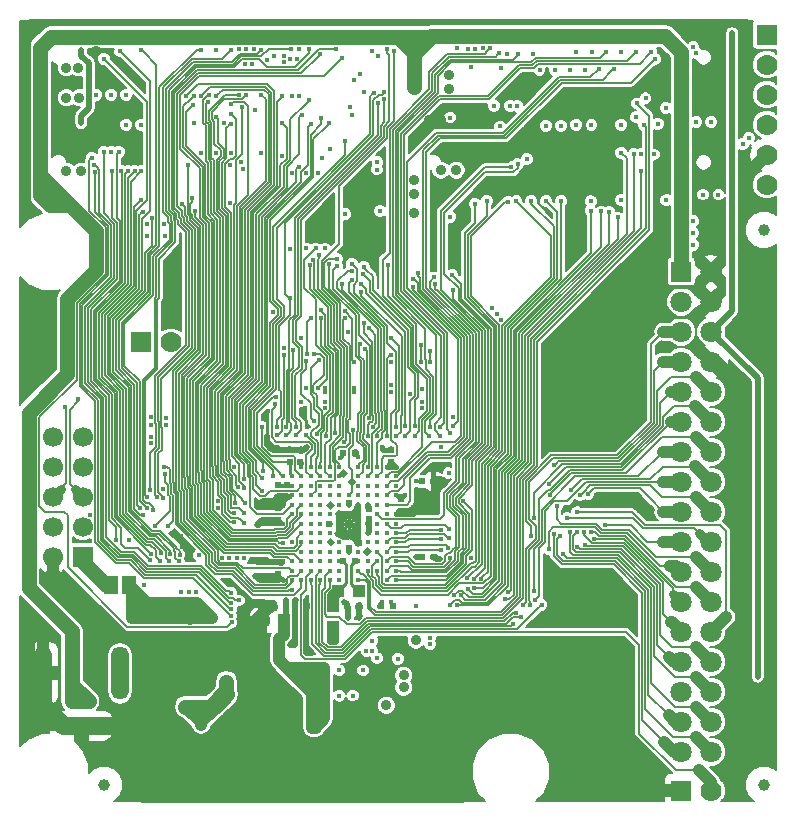
<source format=gbr>
G04 #@! TF.FileFunction,Copper,L4,Bot,Signal*
%FSLAX46Y46*%
G04 Gerber Fmt 4.6, Leading zero omitted, Abs format (unit mm)*
G04 Created by KiCad (PCBNEW 201610010949+7276~55~ubuntu14.04.1-) date Wed Oct  5 10:28:32 2016*
%MOMM*%
%LPD*%
G01*
G04 APERTURE LIST*
%ADD10C,0.100000*%
%ADD11R,1.778000X1.778000*%
%ADD12C,1.000000*%
%ADD13R,0.500000X0.550000*%
%ADD14C,0.500000*%
%ADD15R,1.016000X1.016000*%
%ADD16C,1.700000*%
%ADD17R,1.700000X1.700000*%
%ADD18R,0.550000X0.500000*%
%ADD19C,1.800000*%
%ADD20R,1.750000X1.750000*%
%ADD21O,4.500000X1.500000*%
%ADD22O,1.500000X4.500000*%
%ADD23R,1.168400X1.600200*%
%ADD24C,1.778000*%
%ADD25C,0.900000*%
%ADD26C,0.450000*%
%ADD27C,0.254000*%
%ADD28C,0.508000*%
%ADD29C,1.016000*%
%ADD30C,0.762000*%
%ADD31C,1.524000*%
%ADD32C,1.270000*%
%ADD33C,0.406400*%
%ADD34C,0.127000*%
%ADD35C,0.203200*%
G04 APERTURE END LIST*
D10*
D11*
X171450000Y-118618000D03*
D12*
X122555000Y-118110000D03*
D13*
X145008000Y-94800000D03*
X143992000Y-94800000D03*
X141592000Y-96000000D03*
X142608000Y-96000000D03*
D14*
X143559210Y-92459210D03*
D10*
G36*
X143187979Y-92476888D02*
X143576888Y-92087979D01*
X143930441Y-92441532D01*
X143541532Y-92830441D01*
X143187979Y-92476888D01*
X143187979Y-92476888D01*
G37*
D14*
X142840790Y-91740790D03*
D10*
G36*
X143212021Y-91723112D02*
X142823112Y-92112021D01*
X142469559Y-91758468D01*
X142858468Y-91369559D01*
X143212021Y-91723112D01*
X143212021Y-91723112D01*
G37*
D15*
X141986000Y-104775000D03*
X141986000Y-102997000D03*
D16*
X118237000Y-88646000D03*
X120777000Y-88646000D03*
X118237000Y-91186000D03*
X120777000Y-91186000D03*
X118237000Y-93726000D03*
X120777000Y-93726000D03*
X118237000Y-96266000D03*
X120777000Y-96266000D03*
X118237000Y-98806000D03*
D17*
X120777000Y-98806000D03*
D13*
X147008000Y-103000000D03*
X145992000Y-103000000D03*
X142792000Y-90000000D03*
X143808000Y-90000000D03*
D18*
X137300000Y-95708000D03*
X137300000Y-94692000D03*
X146900000Y-90808000D03*
X146900000Y-89792000D03*
X139200000Y-90808000D03*
X139200000Y-89792000D03*
D13*
X138792000Y-103000000D03*
X139808000Y-103000000D03*
X143192000Y-103000000D03*
X144208000Y-103000000D03*
D18*
X143300000Y-98108000D03*
X143300000Y-97092000D03*
X137300000Y-92692000D03*
X137300000Y-93708000D03*
X138100000Y-93708000D03*
X138100000Y-92692000D03*
D19*
X171450000Y-100076000D03*
X171450000Y-102616000D03*
X173990000Y-102616000D03*
X173990000Y-100076000D03*
X171450000Y-107696000D03*
X173990000Y-110236000D03*
X173990000Y-107696000D03*
X171450000Y-110236000D03*
X171450000Y-115316000D03*
X173990000Y-112776000D03*
X171450000Y-112776000D03*
X173990000Y-115316000D03*
X171450000Y-105156000D03*
X173990000Y-105156000D03*
X171450000Y-97536000D03*
X173990000Y-97536000D03*
X171450000Y-94996000D03*
X173990000Y-94996000D03*
X171450000Y-92456000D03*
X173990000Y-92456000D03*
X171450000Y-89916000D03*
X173990000Y-89916000D03*
X171450000Y-87376000D03*
X173990000Y-87376000D03*
X173990000Y-84836000D03*
X171450000Y-84836000D03*
X173990000Y-82296000D03*
X171450000Y-82296000D03*
X173990000Y-79756000D03*
X171450000Y-79756000D03*
X173990000Y-77216000D03*
X171450000Y-77216000D03*
X173990000Y-74676000D03*
D20*
X171450000Y-74676000D03*
D13*
X149492000Y-92400000D03*
X150508000Y-92400000D03*
X145008000Y-95600000D03*
X143992000Y-95600000D03*
X145008000Y-96400000D03*
X143992000Y-96400000D03*
D21*
X120652000Y-113111000D03*
D22*
X117452000Y-108661000D03*
X123952000Y-108661000D03*
D23*
X124714000Y-101219000D03*
X123190000Y-101219000D03*
X123190000Y-101219000D03*
D18*
X137300000Y-100308000D03*
X137300000Y-99292000D03*
D15*
X144189000Y-101700000D03*
X142411000Y-101700000D03*
D13*
X142792000Y-99200000D03*
X143808000Y-99200000D03*
D18*
X147700000Y-93892000D03*
X147700000Y-94908000D03*
D14*
X141740790Y-94440790D03*
D10*
G36*
X142112021Y-94423112D02*
X141723112Y-94812021D01*
X141369559Y-94458468D01*
X141758468Y-94069559D01*
X142112021Y-94423112D01*
X142112021Y-94423112D01*
G37*
D14*
X142459210Y-95159210D03*
D10*
G36*
X142087979Y-95176888D02*
X142476888Y-94787979D01*
X142830441Y-95141532D01*
X142441532Y-95530441D01*
X142087979Y-95176888D01*
X142087979Y-95176888D01*
G37*
D14*
X144859210Y-98359210D03*
D10*
G36*
X144487979Y-98376888D02*
X144876888Y-97987979D01*
X145230441Y-98341532D01*
X144841532Y-98730441D01*
X144487979Y-98376888D01*
X144487979Y-98376888D01*
G37*
D14*
X144140790Y-97640790D03*
D10*
G36*
X144512021Y-97623112D02*
X144123112Y-98012021D01*
X143769559Y-97658468D01*
X144158468Y-97269559D01*
X144512021Y-97623112D01*
X144512021Y-97623112D01*
G37*
D14*
X141740790Y-97559210D03*
D10*
G36*
X141723112Y-97187979D02*
X142112021Y-97576888D01*
X141758468Y-97930441D01*
X141369559Y-97541532D01*
X141723112Y-97187979D01*
X141723112Y-97187979D01*
G37*
D14*
X142459210Y-96840790D03*
D10*
G36*
X142476888Y-97212021D02*
X142087979Y-96823112D01*
X142441532Y-96469559D01*
X142830441Y-96858468D01*
X142476888Y-97212021D01*
X142476888Y-97212021D01*
G37*
D13*
X138008000Y-103000000D03*
X136992000Y-103000000D03*
D18*
X143300000Y-94292000D03*
X143300000Y-95308000D03*
D13*
X149492000Y-98800000D03*
X150508000Y-98800000D03*
D15*
X136011000Y-104200000D03*
X137789000Y-104200000D03*
D24*
X178689000Y-62230000D03*
X178689000Y-59690000D03*
X178689000Y-57150000D03*
D11*
X178689000Y-54610000D03*
D24*
X178689000Y-64770000D03*
X178689000Y-67310000D03*
X128270000Y-80645000D03*
D11*
X125730000Y-80645000D03*
D18*
X138300000Y-89792000D03*
X138300000Y-90808000D03*
D24*
X173990000Y-118618000D03*
D12*
X178435000Y-71120000D03*
X178435000Y-118110000D03*
D25*
X170027600Y-71323200D03*
X168148000Y-73177400D03*
X162407600Y-71551800D03*
X162407600Y-73126600D03*
X162026600Y-78968600D03*
X166344600Y-76784200D03*
X166344600Y-78917800D03*
X164363400Y-76758800D03*
X164338000Y-78917800D03*
X161366200Y-100660200D03*
X161366200Y-101828600D03*
X160147000Y-101828600D03*
X162407600Y-104216200D03*
X164109400Y-104216200D03*
X164109400Y-102539800D03*
X167259000Y-104216200D03*
X167259000Y-102514400D03*
X165608000Y-102539800D03*
X165608000Y-100965000D03*
X165608000Y-104216200D03*
D26*
X121420621Y-95230932D03*
D25*
X162052000Y-81026000D03*
X166370000Y-81026000D03*
X164338000Y-81026000D03*
X160274000Y-81026000D03*
X166370000Y-85090000D03*
X166370000Y-83566000D03*
X162052000Y-85090000D03*
X164338000Y-85090000D03*
X164338000Y-86614000D03*
X160274000Y-86614000D03*
X162052000Y-86614000D03*
X162052000Y-89408000D03*
X160274000Y-89408000D03*
X160274000Y-83566000D03*
X162052000Y-83566000D03*
X164338000Y-83566000D03*
X165608000Y-107950000D03*
X163068000Y-107950000D03*
X165608000Y-110083600D03*
X168402000Y-115824000D03*
X166370000Y-115824000D03*
X163830000Y-115824000D03*
X163830000Y-113030004D03*
X166370000Y-113030000D03*
X161290000Y-115824000D03*
X161290000Y-113030000D03*
D26*
X143256000Y-68834000D03*
X142000010Y-69800000D03*
D25*
X168021000Y-94742000D03*
X160147000Y-99893122D03*
X163195000Y-110109000D03*
X160655000Y-110083600D03*
X160655000Y-107950000D03*
X169164000Y-72186800D03*
X176783994Y-105156000D03*
X176784000Y-102616000D03*
X176783996Y-100076000D03*
X176784000Y-97536000D03*
X176784000Y-94996000D03*
X176784000Y-92456000D03*
X176784000Y-89916000D03*
X176784000Y-87376000D03*
X176783992Y-84836000D03*
X168021000Y-81026000D03*
X161290000Y-118618000D03*
X163830000Y-118618000D03*
X166370000Y-118618000D03*
X168910000Y-118618000D03*
X158115000Y-110083600D03*
X158115000Y-111760000D03*
X155575000Y-106045000D03*
X156845006Y-107315000D03*
X158115000Y-107950000D03*
X179082700Y-112788700D03*
X179070000Y-110236002D03*
X179069998Y-107683300D03*
X179069998Y-105168700D03*
X179070004Y-102616000D03*
X179069998Y-100101400D03*
X179070000Y-97574100D03*
X179070000Y-94983300D03*
X179070001Y-92494101D03*
X179070000Y-89941400D03*
X179070000Y-87401400D03*
X179069998Y-84810600D03*
X179070000Y-82296000D03*
D26*
X127600930Y-93100000D03*
D25*
X153949400Y-61772800D03*
D26*
X136423046Y-86497545D03*
X153365200Y-55829200D03*
X153949400Y-55829200D03*
D25*
X151116519Y-61865294D03*
D26*
X126561028Y-87630503D03*
X126539725Y-87000000D03*
D25*
X150114006Y-61861270D03*
D26*
X129123305Y-97076695D03*
X135538136Y-94567056D03*
D25*
X121920000Y-56007000D03*
X121920000Y-61976000D03*
X119380000Y-61976000D03*
D26*
X175895000Y-53550001D03*
X174879000Y-53550001D03*
X144526000Y-53550001D03*
X145415000Y-53550001D03*
X146177000Y-53550001D03*
X144018000Y-53550001D03*
X146939000Y-53550001D03*
X147701000Y-53550001D03*
X148463000Y-53550001D03*
X143129000Y-53550001D03*
X149225000Y-53550001D03*
X150495000Y-53550001D03*
X177038000Y-53594000D03*
D25*
X115889000Y-68100000D03*
X115889000Y-66200000D03*
X115899994Y-54000000D03*
X115900000Y-55100000D03*
X115900008Y-56400000D03*
X115899996Y-58000000D03*
X115900004Y-59500000D03*
X115900000Y-61000000D03*
X115888990Y-63993000D03*
X115889000Y-69708004D03*
X115889000Y-62849992D03*
D26*
X143637000Y-107823000D03*
X144145000Y-107823000D03*
D25*
X151865873Y-116205000D03*
X150495000Y-116840000D03*
X147955000Y-116840000D03*
X134620000Y-118872000D03*
X142748000Y-116840000D03*
X137414000Y-116840000D03*
X137414000Y-118872000D03*
X147955000Y-118872000D03*
X149225000Y-118872000D03*
X150495000Y-118872000D03*
X116205008Y-113029992D03*
X116205008Y-111759992D03*
X116205008Y-110489992D03*
X116205008Y-109219992D03*
X116205008Y-107949992D03*
X116205008Y-106679992D03*
X116205008Y-105409992D03*
X116205008Y-104140000D03*
X117400000Y-105400000D03*
X121600000Y-108500000D03*
X121600000Y-106800000D03*
X121600000Y-105300000D03*
X120799996Y-103200000D03*
X121600000Y-104000000D03*
X119900000Y-102300000D03*
X119000000Y-101400000D03*
X118237000Y-100637000D03*
D26*
X121400000Y-97500000D03*
X151042230Y-98958042D03*
X139784554Y-89500000D03*
X143770192Y-84900000D03*
X143770192Y-84500000D03*
D25*
X176657000Y-78740000D03*
X176657000Y-80010000D03*
X154305000Y-109220000D03*
X151765000Y-106045000D03*
X153035000Y-106045000D03*
X154305000Y-106045000D03*
X154305000Y-110490000D03*
X158115000Y-113030000D03*
X156210000Y-113030000D03*
X154305000Y-111760000D03*
X156209990Y-111760000D03*
X153487000Y-113606000D03*
X179070000Y-73660000D03*
X179070000Y-116205000D03*
X179070000Y-80010000D03*
X179070000Y-77470000D03*
X179070000Y-74929982D03*
D26*
X139470191Y-86284776D03*
X146103256Y-89500000D03*
X146900000Y-84900000D03*
X136500000Y-103500000D03*
X136099994Y-103500000D03*
X129200000Y-97500000D03*
X129200000Y-98000000D03*
X135408401Y-99202270D03*
X136426083Y-89363606D03*
X136400000Y-88600000D03*
X151100000Y-89500000D03*
X144145000Y-103504992D03*
X146100000Y-102600000D03*
X144100000Y-94400000D03*
X142500000Y-95200000D03*
X144100000Y-95200000D03*
X144100000Y-96000000D03*
X140207992Y-106934000D03*
X139700000Y-106934000D03*
X144145000Y-104013000D03*
X146900000Y-82299994D03*
X146900000Y-84300000D03*
X147300000Y-95200000D03*
X139700000Y-103500000D03*
X136500000Y-103000000D03*
D25*
X128532346Y-74800000D03*
X128532346Y-73800000D03*
D26*
X138500000Y-93600000D03*
X144100000Y-90400000D03*
X151100000Y-92600000D03*
X151100000Y-92200000D03*
X139700000Y-102500000D03*
X148100000Y-95200000D03*
X137700000Y-94400000D03*
X142500000Y-96000000D03*
X143300000Y-95200000D03*
X143300000Y-96000000D03*
X137700000Y-99200000D03*
X143300000Y-96800000D03*
X142500000Y-96800000D03*
D25*
X142748000Y-118872000D03*
X152781000Y-118872000D03*
X116205000Y-84455000D03*
D26*
X115852000Y-82649000D03*
X115852000Y-81435000D03*
X115852000Y-80109000D03*
X115852000Y-76355000D03*
X115853690Y-78879785D03*
X115852000Y-77569000D03*
D25*
X128818005Y-110293212D03*
X134783346Y-111596654D03*
D26*
X144525783Y-110564467D03*
D25*
X135636000Y-108585000D03*
X137414000Y-114046000D03*
X137414000Y-112522000D03*
X133436473Y-115566356D03*
X132080114Y-113272524D03*
X132106035Y-115570633D03*
X131548199Y-107754846D03*
X132084000Y-114300000D03*
X130198028Y-107713016D03*
X132461000Y-118872000D03*
X130810000Y-118872000D03*
X130810000Y-117729000D03*
X126993015Y-118927245D03*
X127000000Y-117729000D03*
D26*
X141499996Y-69800000D03*
X141500000Y-70300000D03*
D25*
X148844000Y-66928996D03*
X148844000Y-58052130D03*
X148844000Y-68071994D03*
X148844000Y-59055004D03*
X117200000Y-60500012D03*
X117200000Y-68100000D03*
X118000000Y-69000000D03*
X117200000Y-66900004D03*
X117200000Y-58000000D03*
X117200000Y-59200000D03*
X121285000Y-111059753D03*
X119887292Y-111059753D03*
X130810000Y-113030000D03*
X132943600Y-109372400D03*
X133017260Y-110456980D03*
X129476500Y-111506000D03*
X148844000Y-69723000D03*
X151111713Y-66073107D03*
X152400000Y-66065398D03*
X151765000Y-58052130D03*
X151765000Y-59182000D03*
X119380000Y-59944000D03*
X120471770Y-59944000D03*
D26*
X126196464Y-71628000D03*
X127745270Y-71628000D03*
D25*
X120649990Y-66167000D03*
X119380000Y-66166952D03*
D26*
X143000000Y-69800000D03*
X127828941Y-87650127D03*
X127807638Y-87067044D03*
X127659654Y-70656218D03*
X126196464Y-70639238D03*
D25*
X120395994Y-57404000D03*
X119380000Y-57404000D03*
D26*
X172466000Y-70400000D03*
X172466000Y-71400000D03*
X124700000Y-97400000D03*
X142570192Y-90420262D03*
X172466000Y-72400000D03*
X135400000Y-100400000D03*
X126000000Y-101200000D03*
X135553207Y-96080516D03*
X141300000Y-84900000D03*
X145300000Y-105900000D03*
X144900000Y-96800000D03*
X143300000Y-94400000D03*
X141700000Y-96000000D03*
X143300000Y-98400000D03*
D25*
X147955000Y-109855000D03*
X147955000Y-108839000D03*
X149000000Y-105889000D03*
D26*
X149000000Y-103013730D03*
X138811000Y-102489000D03*
X138811000Y-103505000D03*
X138322000Y-106280000D03*
X138792000Y-106280000D03*
X146900000Y-102600000D03*
X142900000Y-102600000D03*
X143256000Y-104013010D03*
X143256000Y-103505000D03*
X126587657Y-89154000D03*
X126587657Y-88646000D03*
X137700000Y-96000000D03*
X141300000Y-84500000D03*
X147300000Y-91200000D03*
X149000000Y-98800000D03*
X149000000Y-92400000D03*
X146500000Y-91200000D03*
X139300000Y-91200000D03*
X138500000Y-92800000D03*
X144900000Y-96000000D03*
X137700000Y-92800000D03*
X137700000Y-100800000D03*
X142496540Y-108419900D03*
X144522358Y-108434732D03*
D25*
X146471000Y-111379000D03*
X126025275Y-102730935D03*
X124968000Y-102743000D03*
X129791641Y-102727941D03*
X130786923Y-103999270D03*
X129855726Y-104060720D03*
X128537813Y-102731183D03*
X127254000Y-102743000D03*
X124984339Y-103992994D03*
X131720553Y-103988242D03*
D26*
X150200000Y-106200000D03*
X150200000Y-105700000D03*
X141309536Y-85697810D03*
X141319634Y-86198779D03*
X141700000Y-97600000D03*
X144800000Y-106800000D03*
X145300000Y-106800000D03*
X149500000Y-85700000D03*
X149500000Y-86199994D03*
X144900000Y-98400000D03*
X141700000Y-94400000D03*
X142239988Y-106045000D03*
X141732000Y-106045000D03*
X142240000Y-105537000D03*
X141732000Y-105537000D03*
X138000000Y-102500000D03*
X140500000Y-113300000D03*
X140000000Y-113300000D03*
X141000000Y-112700000D03*
X141182770Y-112200000D03*
X141200000Y-108200000D03*
X141200000Y-108700000D03*
X141200000Y-109200000D03*
X141200000Y-109700000D03*
X141200000Y-110200000D03*
X141200000Y-110700000D03*
X141200000Y-111200000D03*
X141182764Y-111700006D03*
X140699994Y-111700006D03*
X140200000Y-111700006D03*
X138008000Y-103500000D03*
X144900000Y-94400000D03*
X148100000Y-93600000D03*
X147300000Y-93600000D03*
X120395996Y-85471000D03*
X140900000Y-92800000D03*
X132600000Y-98900000D03*
X140100000Y-99200000D03*
X119300000Y-86100012D03*
X137017886Y-85850731D03*
X140100000Y-92000000D03*
X135926106Y-87802270D03*
X139300000Y-92000000D03*
X139649200Y-88493594D03*
X127765492Y-91818716D03*
X126875849Y-96195314D03*
X140100000Y-91200000D03*
X147447000Y-107442000D03*
X147300000Y-96000000D03*
X127635000Y-91186000D03*
X128000000Y-96199990D03*
X144990915Y-87030172D03*
X142300000Y-74200000D03*
X138023598Y-88519000D03*
X138621908Y-81290378D03*
X137228149Y-88519000D03*
X137800000Y-81700000D03*
X140360400Y-81610202D03*
X140580006Y-88399087D03*
X142976600Y-78028800D03*
X140919200Y-77927200D03*
X143769726Y-82284825D03*
X141383288Y-88616745D03*
X140817600Y-82118200D03*
X140900000Y-92000000D03*
X139750800Y-81610200D03*
X140919200Y-78587600D03*
X140111770Y-78588486D03*
X140900000Y-91200000D03*
X139674604Y-84505800D03*
X141700000Y-93600000D03*
X140328794Y-87331407D03*
X139700000Y-82194400D03*
X140789703Y-73230202D03*
X141700000Y-91200000D03*
X139708289Y-72700000D03*
X142500000Y-94400000D03*
X140706282Y-84500006D03*
X140499992Y-72700000D03*
X139300000Y-80300000D03*
X141300000Y-72700000D03*
X141700000Y-92800000D03*
X142168047Y-88334236D03*
X140266039Y-73640910D03*
X139984488Y-74124097D03*
X141700000Y-92000000D03*
X141665970Y-74030586D03*
X144100000Y-91200000D03*
X142900000Y-89100010D03*
X142300000Y-73600000D03*
X138303000Y-72770998D03*
X145948400Y-69545200D03*
X148485501Y-85004403D03*
X149529792Y-84607400D03*
X142500000Y-93600000D03*
X143540034Y-74574581D03*
X144905612Y-92000000D03*
X144576800Y-74269600D03*
X148893181Y-87726670D03*
X146583400Y-74079100D03*
X146500000Y-92000000D03*
X144500479Y-74862340D03*
X148097719Y-88600000D03*
X143560800Y-73990200D03*
X145701063Y-92000000D03*
X144364930Y-75749146D03*
X148097728Y-87731876D03*
X143535590Y-75371713D03*
X145700000Y-91200000D03*
X144364930Y-76352400D03*
X147302268Y-88600000D03*
X142753708Y-75719169D03*
X145706817Y-88600000D03*
X147297730Y-87791097D03*
X146900000Y-80300000D03*
X146888200Y-81711800D03*
X146502268Y-88600000D03*
X143210963Y-79772342D03*
X144100000Y-92800000D03*
X144287975Y-80782119D03*
X144110161Y-91999682D03*
X144671800Y-81214091D03*
X144900000Y-91200000D03*
X137800000Y-81100000D03*
X142500000Y-92800000D03*
X145008600Y-79476600D03*
X145316109Y-87802270D03*
X149402270Y-80900004D03*
X149405285Y-82291398D03*
X144602200Y-78994000D03*
X144905961Y-88616820D03*
X150197730Y-81400000D03*
X150200737Y-82291734D03*
X143002000Y-78613000D03*
X142500000Y-91200000D03*
X177927000Y-108966000D03*
X151892000Y-61620400D03*
X175768000Y-54483000D03*
X152501600Y-55753000D03*
X120650000Y-62103000D03*
X120650000Y-55880000D03*
X140900000Y-94400000D03*
X142493019Y-110567179D03*
X133608640Y-91202730D03*
X143638744Y-110566407D03*
X143672191Y-88060907D03*
X143300000Y-93600000D03*
X142500000Y-92000000D03*
X142500000Y-99200000D03*
X144100000Y-99200000D03*
X141681200Y-64261998D03*
X122555000Y-64516000D03*
X133320024Y-102693181D03*
X157910318Y-103938380D03*
X140900000Y-100800000D03*
X141039669Y-65019548D03*
X123825000Y-64516000D03*
X133347158Y-101897730D03*
X140714162Y-66321238D03*
X124049071Y-66167013D03*
X123586567Y-97416806D03*
X143535400Y-61442600D03*
X140900000Y-100000000D03*
X169138600Y-64744600D03*
X157226000Y-104470200D03*
X139682480Y-66336130D03*
X123253620Y-66167000D03*
X134013296Y-102502967D03*
X143444773Y-60767773D03*
X167665400Y-60426600D03*
X141699169Y-100798473D03*
X138455329Y-66323006D03*
X124608293Y-66163759D03*
X126509246Y-99100872D03*
X132715000Y-62103000D03*
X141700000Y-99200000D03*
X130600000Y-98700000D03*
X134349270Y-66014550D03*
X140900000Y-99200000D03*
X157454600Y-103530400D03*
X168046400Y-64693800D03*
X135873693Y-64631189D03*
X141700000Y-100000000D03*
X159621709Y-102875406D03*
X140100000Y-100800000D03*
X121776270Y-66202768D03*
X133349301Y-103810375D03*
X133266914Y-65669562D03*
X141700000Y-98400000D03*
X133800000Y-98900000D03*
X133333270Y-64643000D03*
X133200000Y-98900000D03*
X142500000Y-98400000D03*
X129667000Y-65659000D03*
X138500000Y-101624461D03*
X132065357Y-64641891D03*
X142500000Y-100800000D03*
X130400000Y-101800000D03*
X125170770Y-66163759D03*
X126556739Y-98542444D03*
X130793270Y-64643008D03*
X129800000Y-101800000D03*
X142500000Y-97600000D03*
X125730006Y-66167000D03*
X127304697Y-99176816D03*
X126602270Y-70104000D03*
X128982095Y-98643014D03*
X125857157Y-69576750D03*
X128186644Y-98609049D03*
X156565600Y-102412800D03*
X167436800Y-64693800D03*
X123189988Y-64516000D03*
X130296665Y-69492564D03*
X139300000Y-100000000D03*
X168275000Y-62230000D03*
X124460000Y-62230000D03*
X144100000Y-100800006D03*
X125730000Y-68563270D03*
X127391193Y-98507500D03*
X156819600Y-101828600D03*
X166370000Y-64607236D03*
X125730000Y-62230000D03*
X129171722Y-68977730D03*
X139300000Y-100800000D03*
X121539006Y-65024000D03*
X133385550Y-104368431D03*
X133218195Y-68827049D03*
X134400000Y-98900000D03*
X140900000Y-98400000D03*
X130175000Y-62103000D03*
X129100000Y-101800000D03*
X142500000Y-100000000D03*
X130066276Y-68436270D03*
X138500000Y-100800000D03*
X121773592Y-65623932D03*
X133356912Y-103251195D03*
X157073600Y-65836800D03*
X173990000Y-62001401D03*
X147300000Y-99998126D03*
X153974800Y-68935600D03*
X174599596Y-68148200D03*
X145700000Y-99200000D03*
X157607000Y-65557400D03*
X172720000Y-62001400D03*
X147300000Y-100797730D03*
X150545800Y-75158600D03*
X146500000Y-99200000D03*
X173304202Y-68148200D03*
X138836400Y-87807800D03*
X146306725Y-60081578D03*
X170129200Y-60807604D03*
X152476200Y-102895400D03*
X166065200Y-70078600D03*
X138023600Y-87807798D03*
X145796000Y-60350400D03*
X168427400Y-59994790D03*
X150622000Y-75742800D03*
X170180000Y-68630800D03*
X146500000Y-100000000D03*
X145440400Y-59512200D03*
X169468796Y-62153800D03*
X137700000Y-92000000D03*
X151892000Y-102895400D03*
X165328600Y-69596000D03*
X142974762Y-63603438D03*
X167640000Y-61595000D03*
X136900000Y-92000000D03*
X164693600Y-69570599D03*
X152776947Y-102086653D03*
X141668933Y-62094330D03*
X136000004Y-91540769D03*
X166370000Y-62230000D03*
X152078470Y-74956456D03*
X145700000Y-100000000D03*
X166370000Y-68605400D03*
X139076042Y-65793302D03*
X139300000Y-92800000D03*
X163779199Y-69519800D03*
X152196367Y-102082600D03*
X163844538Y-62244538D03*
X137668000Y-62103000D03*
X134423622Y-93019758D03*
X152146000Y-76200000D03*
X146500009Y-100797730D03*
X163804600Y-68713592D03*
X155600400Y-60629800D03*
X162560000Y-62230000D03*
X140100000Y-94400000D03*
X152100000Y-87000000D03*
X151890162Y-70025962D03*
X153644600Y-98925568D03*
X144900000Y-99200000D03*
X153286539Y-100644749D03*
X154990800Y-68681600D03*
X156819600Y-68732400D03*
X153872558Y-100665943D03*
X134166347Y-65405000D03*
X132207000Y-94107000D03*
X141700000Y-95200000D03*
X168071800Y-66167000D03*
X144097730Y-100023547D03*
X140131036Y-62125488D03*
X156128997Y-62373730D03*
X135984451Y-93261230D03*
X154457400Y-100665943D03*
X157480000Y-68707000D03*
X158369000Y-65151000D03*
X137668000Y-64913730D03*
X140100000Y-95200000D03*
X158750000Y-68707000D03*
X144900000Y-100000000D03*
X139344400Y-61391800D03*
X138524460Y-94400000D03*
X153924000Y-101473000D03*
X160020000Y-68707000D03*
X159987122Y-62319375D03*
X133333270Y-62137390D03*
X139300000Y-94400000D03*
X153365200Y-101498400D03*
X161290000Y-68707000D03*
X140968162Y-61643962D03*
X135982227Y-92100345D03*
X161281535Y-62319375D03*
X137795000Y-56388000D03*
X140100000Y-96800000D03*
X142240000Y-55778400D03*
X127048962Y-93753238D03*
X139928600Y-55803800D03*
X126492000Y-93167200D03*
X140895638Y-56237438D03*
X127609600Y-93827600D03*
X139065000Y-55803800D03*
X133967736Y-55833586D03*
X132207000Y-94666233D03*
X141700000Y-96800000D03*
X134239000Y-60722730D03*
X133599019Y-95902065D03*
X138430000Y-55803800D03*
X126253511Y-93720431D03*
X138463451Y-59816992D03*
X140896985Y-96002270D03*
X137007600Y-56388000D03*
X140890778Y-96800000D03*
X131402728Y-60308270D03*
X139300000Y-96800000D03*
X135885948Y-55875948D03*
X126746000Y-94869000D03*
X135906426Y-59673270D03*
X133602270Y-95102270D03*
X133985000Y-59673270D03*
X134603992Y-55808634D03*
X137700000Y-97602270D03*
X134620000Y-59690000D03*
X139300000Y-96000000D03*
X126198435Y-94670487D03*
X133350000Y-55880000D03*
X137823422Y-56946509D03*
X140100000Y-96000000D03*
X131450283Y-59751064D03*
X132080000Y-55863270D03*
X139300000Y-97600000D03*
X132080000Y-59800270D03*
X134400000Y-95102270D03*
X125641426Y-94720304D03*
X130810000Y-55863270D03*
X130792349Y-59793136D03*
X133711144Y-94254210D03*
X139954000Y-60146767D03*
X121920000Y-59690000D03*
X134423758Y-92216319D03*
X123190000Y-59690000D03*
X139048270Y-59817000D03*
X140897730Y-95202270D03*
X130175000Y-59800270D03*
X138500000Y-99200000D03*
X124460000Y-59690000D03*
X137668000Y-59817000D03*
X133886189Y-92865143D03*
X134493000Y-57076547D03*
X140897730Y-97600000D03*
X132100175Y-61576192D03*
X139300000Y-95200000D03*
X125730000Y-55880000D03*
X125857000Y-95250000D03*
X133350000Y-61341000D03*
X138500000Y-95200000D03*
X135110975Y-57076549D03*
X140100000Y-98400000D03*
X133350000Y-60452000D03*
X134394470Y-95937125D03*
X136398000Y-56769000D03*
X138500000Y-97600000D03*
X129540000Y-59800270D03*
X134506595Y-94267688D03*
X135255014Y-55808636D03*
X140100000Y-97600000D03*
X144627600Y-59461400D03*
X172720000Y-56159400D03*
X144900000Y-93600000D03*
X168910004Y-56057800D03*
X151900000Y-88300000D03*
X155448000Y-77724004D03*
X172479843Y-55654360D03*
X169214800Y-56676070D03*
X145700000Y-95200000D03*
X177165000Y-63373000D03*
X145732500Y-65405000D03*
X145700000Y-94400000D03*
X152100000Y-87700000D03*
X164465007Y-57472409D03*
X167640008Y-56057800D03*
X150997730Y-87832842D03*
X165735006Y-57472407D03*
X146500000Y-94400000D03*
X143738600Y-58470800D03*
X166370000Y-56057800D03*
X144100000Y-93600000D03*
X145669000Y-66023270D03*
X176657000Y-63881000D03*
X146500000Y-95200000D03*
X165099996Y-56057800D03*
X150997730Y-88552555D03*
X155845730Y-78232000D03*
X157556200Y-60629800D03*
X144221198Y-57962800D03*
X163931600Y-56057800D03*
X144900000Y-92800000D03*
X156226730Y-78740000D03*
X156972000Y-60629804D03*
X162560000Y-56057800D03*
X151750394Y-91711645D03*
X147300000Y-92800000D03*
X137219470Y-87808545D03*
X138303000Y-76936600D03*
X146304000Y-59486800D03*
X145262600Y-56007000D03*
X145700000Y-93600000D03*
X138328400Y-56642000D03*
X163271200Y-57607200D03*
X136848433Y-78100000D03*
X139300000Y-93600000D03*
X158876994Y-56235600D03*
X147300000Y-92000000D03*
X148735808Y-75971400D03*
X139242800Y-85674200D03*
X138912600Y-56642000D03*
X140100000Y-92800000D03*
X162001196Y-57581800D03*
X153669996Y-57378600D03*
X128900000Y-99200000D03*
X123952000Y-56007000D03*
X135401231Y-60941637D03*
X139300000Y-98400000D03*
X148742400Y-75260200D03*
X146500000Y-92800000D03*
X154635200Y-55727600D03*
X156184600Y-57429400D03*
X128100141Y-99200000D03*
X122555000Y-56642000D03*
X155270200Y-55753000D03*
X148900840Y-88600000D03*
X130102939Y-60595730D03*
X139300000Y-99200000D03*
X145796000Y-56413400D03*
X145700000Y-92800000D03*
X142722600Y-56591200D03*
X138500000Y-100000000D03*
X156057600Y-56134000D03*
X150102270Y-88602270D03*
X147116800Y-55981600D03*
X140100000Y-93600000D03*
X159461198Y-57581800D03*
X156667200Y-56261000D03*
X149199600Y-74752200D03*
X146500000Y-93600000D03*
X138836400Y-88493600D03*
X160731200Y-57581800D03*
X146558000Y-55829200D03*
X157657800Y-56261000D03*
X150161094Y-87813516D03*
X151726090Y-98043578D03*
X158724602Y-97053400D03*
X146500000Y-98400000D03*
X158038802Y-102920800D03*
X158978600Y-95504000D03*
X144900000Y-97600000D03*
X160718500Y-91059000D03*
X160237738Y-92673738D03*
X158648831Y-102920800D03*
X160320643Y-93591170D03*
X158953200Y-101701600D03*
X162102800Y-93192600D03*
X145700000Y-96000000D03*
X159105600Y-102463600D03*
X162877500Y-93599000D03*
X163576000Y-93472000D03*
X145700000Y-98400000D03*
X153000000Y-94100000D03*
X161797732Y-95519682D03*
X151800000Y-96452676D03*
X146500000Y-96000000D03*
X164973000Y-96139000D03*
X162653214Y-95046211D03*
X163220400Y-96672400D03*
X146500000Y-97600000D03*
X151753443Y-97248127D03*
X161222448Y-97044752D03*
X151100000Y-98197730D03*
X147300000Y-98400000D03*
X161443456Y-98568730D03*
X162000767Y-96672400D03*
X147300000Y-96800000D03*
X151105952Y-96502270D03*
X147300000Y-97600000D03*
X151100000Y-97300614D03*
X160652752Y-96867308D03*
X145700000Y-107400000D03*
X145700006Y-96800000D03*
X163322000Y-97790000D03*
X144100000Y-98400000D03*
X162610800Y-96672400D03*
X162661600Y-97942400D03*
X151866691Y-98898221D03*
X147300000Y-99200000D03*
X160909000Y-94487991D03*
X163829998Y-96672400D03*
X146500000Y-96800000D03*
X164084000Y-97282000D03*
X160223200Y-98145600D03*
X145700006Y-97600000D03*
X137118944Y-85297918D03*
X138500000Y-92000000D03*
X140900000Y-93600000D03*
X140100000Y-100000000D03*
D27*
X172821600Y-75971400D02*
X169164000Y-75971400D01*
X169265600Y-75946000D02*
X169164000Y-75946000D01*
X169189400Y-75946000D02*
X169265600Y-75946000D01*
X169164000Y-75971400D02*
X169189400Y-75946000D01*
D28*
X169164000Y-78486000D02*
X169164000Y-75946000D01*
X169164000Y-75946000D02*
X169164000Y-72186800D01*
X169164000Y-72186800D02*
X169164000Y-72237600D01*
D29*
X176784000Y-87376000D02*
X176784000Y-84836008D01*
X176784000Y-84836008D02*
X176783992Y-84836000D01*
X176784000Y-87503000D02*
X176784000Y-89916000D01*
X176783994Y-107949994D02*
X176783994Y-105156000D01*
X176784000Y-105155994D02*
X176783994Y-105156000D01*
X176784000Y-102616000D02*
X176784000Y-105155994D01*
X176783996Y-102615996D02*
X176784000Y-102616000D01*
X176783996Y-100076000D02*
X176783996Y-102615996D01*
X176784000Y-100075996D02*
X176783996Y-100076000D01*
X176784000Y-97536000D02*
X176784000Y-100075996D01*
X176784000Y-94996000D02*
X176784000Y-97536000D01*
X176784000Y-92456000D02*
X176784000Y-94996000D01*
X176784000Y-89916000D02*
X176784000Y-92456000D01*
X173990000Y-82296000D02*
X174498000Y-82296000D01*
X174498000Y-82296000D02*
X176783992Y-84581992D01*
X176783992Y-84581992D02*
X176783992Y-84836000D01*
D28*
X168021000Y-81026000D02*
X168021000Y-79629000D01*
X168021000Y-79629000D02*
X169164000Y-78486000D01*
D27*
X169164000Y-78486000D02*
X172720000Y-78486000D01*
D30*
X172720000Y-78486000D02*
X173990000Y-77216000D01*
X173990000Y-74803000D02*
X172821600Y-75971400D01*
X172821600Y-75971400D02*
X172847000Y-75946000D01*
X173990000Y-74676000D02*
X173990000Y-74803000D01*
D29*
X158115000Y-111760000D02*
X158115000Y-111123604D01*
X158115000Y-111123604D02*
X158115000Y-110083600D01*
X176415700Y-112788700D02*
X179082700Y-112788700D01*
X179070000Y-110236002D02*
X179070000Y-112776000D01*
D30*
X179070000Y-113665000D02*
X179070000Y-112801400D01*
X179070000Y-112801400D02*
X179082700Y-112788700D01*
D29*
X179070000Y-112776000D02*
X179082700Y-112788700D01*
D30*
X179070000Y-116205000D02*
X179070000Y-113665000D01*
D29*
X176403000Y-110223300D02*
X179057298Y-110223300D01*
X179057298Y-110223300D02*
X179070000Y-110236002D01*
X179069998Y-110236000D02*
X179070000Y-110236002D01*
X179069998Y-107683300D02*
X179069998Y-110236000D01*
X179069998Y-105168700D02*
X179069998Y-107683300D01*
X179070004Y-105168694D02*
X179069998Y-105168700D01*
X179070004Y-102616000D02*
X179070004Y-105168694D01*
X179069998Y-102615994D02*
X179070004Y-102616000D01*
X179069998Y-100101400D02*
X179069998Y-102615994D01*
X179070000Y-100101398D02*
X179069998Y-100101400D01*
X179070000Y-97574100D02*
X179070000Y-100101398D01*
X179070000Y-94983300D02*
X179070000Y-97574100D01*
X179070000Y-94346904D02*
X179070000Y-94983300D01*
X179070001Y-92494101D02*
X179070000Y-94346904D01*
X179070001Y-91857705D02*
X179070001Y-92494101D01*
X179070001Y-90577797D02*
X179070001Y-91857705D01*
X179070000Y-89941400D02*
X179070001Y-90577797D01*
X179070000Y-87401400D02*
X179070000Y-89941400D01*
X179069998Y-87401398D02*
X179070000Y-87401400D01*
X179069998Y-84810600D02*
X179069998Y-87401398D01*
X179070000Y-84810598D02*
X179069998Y-84810600D01*
X179070000Y-82296000D02*
X179070000Y-84810598D01*
X179070000Y-80010000D02*
X179070000Y-82296000D01*
D27*
X136400000Y-86520591D02*
X136423046Y-86497545D01*
X136400000Y-88600000D02*
X136400000Y-86520591D01*
D28*
X135856334Y-94567056D02*
X135538136Y-94567056D01*
X137267056Y-94567056D02*
X135856334Y-94567056D01*
X136700000Y-94100000D02*
X136005192Y-94100000D01*
X135763135Y-94342057D02*
X135538136Y-94567056D01*
X137400000Y-94700000D02*
X137267056Y-94567056D01*
X136005192Y-94100000D02*
X135763135Y-94342057D01*
X150495000Y-53550001D02*
X173863000Y-53550001D01*
X149225000Y-53550001D02*
X150241000Y-53550001D01*
X150241000Y-53550001D02*
X150495000Y-53550001D01*
X174879000Y-53550001D02*
X175260000Y-53550001D01*
X175895000Y-53550001D02*
X176994001Y-53550001D01*
X175260000Y-53550001D02*
X175895000Y-53550001D01*
X173863000Y-53550001D02*
X174879000Y-53550001D01*
X176994001Y-53550001D02*
X177038000Y-53594000D01*
X143129000Y-53550001D02*
X143637000Y-53550001D01*
X143637000Y-53550001D02*
X144018000Y-53550001D01*
X144018000Y-53550001D02*
X144526000Y-53550001D01*
X144526000Y-53550001D02*
X145415000Y-53550001D01*
X146177000Y-53550001D02*
X146431000Y-53550001D01*
X145415000Y-53550001D02*
X146177000Y-53550001D01*
X146939000Y-53550001D02*
X147701000Y-53550001D01*
X146431000Y-53550001D02*
X146939000Y-53550001D01*
X147701000Y-53550001D02*
X148209000Y-53550001D01*
X148463000Y-53550001D02*
X149225000Y-53550001D01*
X148209000Y-53550001D02*
X148463000Y-53550001D01*
X116349993Y-53550001D02*
X143129000Y-53550001D01*
X115899994Y-54000000D02*
X116349993Y-53550001D01*
D29*
X115889000Y-67600000D02*
X115889000Y-66200000D01*
X115889000Y-69708004D02*
X115889000Y-68100000D01*
X115889000Y-67600000D02*
X115889000Y-68100000D01*
X115889000Y-65600000D02*
X115889000Y-63993010D01*
X115889000Y-65600000D02*
X115889000Y-66200000D01*
X115900000Y-55100000D02*
X115900000Y-54000006D01*
X115900000Y-54000006D02*
X115899994Y-54000000D01*
X115900008Y-56400000D02*
X115900008Y-55100008D01*
X115900000Y-55178000D02*
X115900000Y-55100000D01*
D30*
X115889000Y-55102998D02*
X115889000Y-55189000D01*
D29*
X115899996Y-56400012D02*
X115900008Y-56400000D01*
X115899996Y-58000000D02*
X115899996Y-56400012D01*
X115900004Y-59500000D02*
X115900004Y-58000008D01*
X115900004Y-58000008D02*
X115899996Y-58000000D01*
X115900000Y-59500004D02*
X115900004Y-59500000D01*
X115900000Y-61000000D02*
X115900000Y-59500004D01*
X115889000Y-61011000D02*
X115900000Y-61000000D01*
X115889000Y-62849992D02*
X115889000Y-61011000D01*
X115889000Y-62849992D02*
X115889000Y-63992990D01*
X115889000Y-63992990D02*
X115888990Y-63993000D01*
X115889000Y-63993010D02*
X115888990Y-63993000D01*
X115889000Y-69708000D02*
X115889000Y-69708004D01*
D31*
X150495000Y-118872000D02*
X150495000Y-116840000D01*
X147955000Y-118872000D02*
X147955000Y-116840000D01*
X134620000Y-118872000D02*
X136779000Y-118872000D01*
X132461000Y-118872000D02*
X134620000Y-118872000D01*
D32*
X137414000Y-116840000D02*
X137414000Y-118872000D01*
X137414000Y-114046000D02*
X137414000Y-116840000D01*
D31*
X136779000Y-118872000D02*
X137414000Y-118872000D01*
X149225000Y-118872000D02*
X147955000Y-118872000D01*
X150495000Y-118872000D02*
X149225000Y-118872000D01*
X147955000Y-118872000D02*
X142748000Y-118872000D01*
X152781000Y-118872000D02*
X150495000Y-118872000D01*
D29*
X116205008Y-113029992D02*
X117475000Y-113029992D01*
X117475000Y-113029992D02*
X120570992Y-113029992D01*
X116205008Y-111759992D02*
X117475000Y-113029984D01*
X117475000Y-113029984D02*
X117475000Y-113029992D01*
X120570992Y-113029992D02*
X120652000Y-113111000D01*
X116205008Y-111759992D02*
X116205008Y-113029992D01*
X116205008Y-110489992D02*
X116205008Y-111759992D01*
X116205008Y-109219992D02*
X116205008Y-110489992D01*
X116205008Y-107949992D02*
X116205008Y-109219992D01*
X116205008Y-106679992D02*
X116205008Y-107949992D01*
X116205008Y-105409992D02*
X116205008Y-106679992D01*
X116205008Y-104140000D02*
X116205008Y-105409992D01*
X116205008Y-104205008D02*
X116205008Y-104140000D01*
X117400000Y-105400000D02*
X116205008Y-104205008D01*
X117400000Y-108609000D02*
X117400000Y-105400000D01*
X117452000Y-108661000D02*
X117400000Y-108609000D01*
X121600000Y-107436396D02*
X121600000Y-108500000D01*
X121600000Y-106800000D02*
X121600000Y-107436396D01*
X121600000Y-105936396D02*
X121600000Y-106800000D01*
X121600000Y-105300000D02*
X121600000Y-105936396D01*
X121600000Y-104636396D02*
X121600000Y-105300000D01*
X121600000Y-104000000D02*
X121600000Y-104636396D01*
X120799996Y-103199996D02*
X120799996Y-103200000D01*
X120800000Y-103200000D02*
X120799996Y-103200000D01*
X120900000Y-103300000D02*
X120800000Y-103200000D01*
X119900000Y-102300000D02*
X120799996Y-103199996D01*
X121600000Y-104000000D02*
X120900000Y-103300000D01*
X119000000Y-101400000D02*
X119900000Y-102300000D01*
X118237000Y-100637000D02*
X119000000Y-101400000D01*
X118237000Y-98806000D02*
X118237000Y-100637000D01*
D28*
X150724032Y-98958042D02*
X151042230Y-98958042D01*
X150508000Y-98800000D02*
X150666042Y-98958042D01*
X150666042Y-98958042D02*
X150724032Y-98958042D01*
X139200000Y-89792000D02*
X139492554Y-89792000D01*
X139492554Y-89792000D02*
X139559555Y-89724999D01*
X139559555Y-89724999D02*
X139784554Y-89500000D01*
D29*
X176657000Y-80010000D02*
X176657000Y-78740000D01*
X154305000Y-110490000D02*
X154305000Y-106045000D01*
X179070000Y-74929982D02*
X179070000Y-73660000D01*
X179070000Y-77470000D02*
X179070000Y-80010000D01*
X179070000Y-74929982D02*
X179070000Y-77470000D01*
D31*
X125349000Y-118491000D02*
X125349000Y-117729000D01*
D32*
X127000000Y-118920260D02*
X126921260Y-118999000D01*
X126921260Y-118999000D02*
X125857000Y-118999000D01*
X125857000Y-118999000D02*
X125349000Y-118491000D01*
D31*
X122152000Y-113111000D02*
X122198000Y-113157000D01*
X122198000Y-113157000D02*
X125349000Y-113157000D01*
X125349000Y-113157000D02*
X125349000Y-117729000D01*
X125349000Y-117729000D02*
X127000000Y-117729000D01*
D28*
X143992000Y-94800000D02*
X143992000Y-95600000D01*
D33*
X146103256Y-89676656D02*
X146103256Y-89500000D01*
X146218600Y-89792000D02*
X146103256Y-89676656D01*
X146900000Y-89792000D02*
X146218600Y-89792000D01*
D28*
X136908000Y-94100000D02*
X136700000Y-94100000D01*
X137300000Y-93708000D02*
X136908000Y-94100000D01*
X136724999Y-103275001D02*
X136500000Y-103500000D01*
X136992000Y-103008000D02*
X136724999Y-103275001D01*
X136275001Y-103724999D02*
X136500000Y-103500000D01*
X136011000Y-103989000D02*
X136275001Y-103724999D01*
X136992000Y-103000000D02*
X136992000Y-103008000D01*
X136011000Y-104200000D02*
X136011000Y-103989000D01*
X136099994Y-103818198D02*
X136099994Y-103500000D01*
X136099994Y-104111006D02*
X136099994Y-103818198D01*
X136011000Y-104200000D02*
X136099994Y-104111006D01*
D29*
X130198028Y-107713016D02*
X131886978Y-107713016D01*
X131886978Y-107713016D02*
X135874995Y-103724999D01*
X135874995Y-103724999D02*
X136099994Y-103500000D01*
D28*
X135498131Y-99292000D02*
X135408401Y-99202270D01*
X137300000Y-99292000D02*
X135498131Y-99292000D01*
X136651082Y-89588605D02*
X136426083Y-89363606D01*
X136400000Y-89337523D02*
X136426083Y-89363606D01*
X138300000Y-89792000D02*
X136854477Y-89792000D01*
X136854477Y-89792000D02*
X136651082Y-89588605D01*
X136400000Y-88600000D02*
X136400000Y-89337523D01*
X144145000Y-103186794D02*
X144145000Y-103504992D01*
X144208000Y-103000000D02*
X144145000Y-103063000D01*
X144145000Y-103504992D02*
X144145000Y-103886000D01*
X144145000Y-103886000D02*
X144145000Y-104013000D01*
D27*
X145992000Y-103000000D02*
X146018198Y-103000000D01*
X146018198Y-103000000D02*
X146100000Y-102918198D01*
D28*
X144145000Y-103063000D02*
X144145000Y-103186794D01*
D27*
X146100000Y-102918198D02*
X146100000Y-102600000D01*
D28*
X151100000Y-92200000D02*
X151100000Y-92600000D01*
X144140790Y-97640790D02*
X143592000Y-97092000D01*
X143592000Y-97092000D02*
X143300000Y-97092000D01*
X144100000Y-97200000D02*
X144100000Y-97600000D01*
X144100000Y-97600000D02*
X144140790Y-97640790D01*
X144100000Y-95200000D02*
X143600000Y-95200000D01*
X143600000Y-95200000D02*
X142500000Y-95200000D01*
X143992000Y-94800000D02*
X143992000Y-94808000D01*
X143992000Y-94808000D02*
X143600000Y-95200000D01*
X143300000Y-96800000D02*
X144100000Y-96800000D01*
X142500000Y-96800000D02*
X143300000Y-96800000D01*
X142500000Y-95200000D02*
X142500000Y-96800000D01*
X144100000Y-94400000D02*
X144100000Y-97200000D01*
D27*
X142600000Y-97100000D02*
X142700000Y-97100000D01*
X142700000Y-97100000D02*
X142900000Y-97100000D01*
X143192000Y-97200000D02*
X142800000Y-97200000D01*
X142800000Y-97200000D02*
X142700000Y-97100000D01*
X143300000Y-97092000D02*
X143192000Y-97200000D01*
X143700000Y-97200000D02*
X144100000Y-97200000D01*
X143408000Y-97200000D02*
X143700000Y-97200000D01*
X143300000Y-97092000D02*
X143408000Y-97200000D01*
X144100000Y-94400000D02*
X144100000Y-95200000D01*
X144100000Y-94400000D02*
X144100000Y-94692000D01*
X144100000Y-94692000D02*
X143992000Y-94800000D01*
X144100000Y-96000000D02*
X143300000Y-95200000D01*
X143300000Y-96800000D02*
X144100000Y-96000000D01*
X143300000Y-96000000D02*
X142500000Y-96000000D01*
X144100000Y-96000000D02*
X144100000Y-96800000D01*
X144100000Y-96800000D02*
X144100000Y-97200000D01*
X142500000Y-96800000D02*
X142500000Y-97000000D01*
X142500000Y-97000000D02*
X142600000Y-97100000D01*
X142500000Y-96000000D02*
X142500000Y-96800000D01*
X143300000Y-97092000D02*
X143992000Y-97092000D01*
X143992000Y-97092000D02*
X144140790Y-97240790D01*
X144100000Y-97200000D02*
X144140790Y-97240790D01*
X143300000Y-96000000D02*
X144100000Y-95200000D01*
X143300000Y-96000000D02*
X143800000Y-96500000D01*
X143992000Y-96400000D02*
X143992000Y-96508000D01*
X144100000Y-96000000D02*
X143300000Y-96000000D01*
X144100000Y-95200000D02*
X143300000Y-95200000D01*
X142500000Y-95200000D02*
X142900000Y-95600000D01*
X142900000Y-95600000D02*
X143300000Y-96000000D01*
X142500000Y-95200000D02*
X143300000Y-95200000D01*
X142500000Y-95200000D02*
X142500000Y-96000000D01*
X143300000Y-97092000D02*
X142908000Y-97092000D01*
X142908000Y-97092000D02*
X142900000Y-97100000D01*
X143300000Y-97092000D02*
X143300000Y-96800000D01*
D28*
X139700000Y-106426000D02*
X139700000Y-106934000D01*
X139700000Y-103500000D02*
X139700000Y-106426000D01*
X139700000Y-106426000D02*
X140207992Y-106933992D01*
X140207992Y-106933992D02*
X140207992Y-106934000D01*
X139700000Y-106934000D02*
X140207992Y-106934000D01*
X136992000Y-102742000D02*
X136758000Y-102742000D01*
X136758000Y-102742000D02*
X136500000Y-103000000D01*
X136992000Y-103000000D02*
X136992000Y-102742000D01*
X139700000Y-103500000D02*
X139700000Y-102500000D01*
D29*
X131548199Y-107754846D02*
X131548199Y-108712000D01*
X131548199Y-108712000D02*
X131548199Y-109663152D01*
X132456154Y-107754846D02*
X132456154Y-107804045D01*
X132456154Y-107804045D02*
X131548199Y-108712000D01*
X130937000Y-107713016D02*
X131506369Y-107713016D01*
X130198028Y-107713016D02*
X130937000Y-107713016D01*
X130937000Y-107713016D02*
X130937000Y-109763041D01*
X130937000Y-109763041D02*
X131192655Y-110018696D01*
D31*
X124895038Y-113111000D02*
X127635000Y-110371038D01*
X127635000Y-110371038D02*
X128265192Y-109740846D01*
D29*
X130198028Y-107713016D02*
X127635000Y-110276044D01*
X127635000Y-110276044D02*
X127635000Y-110371038D01*
X136011000Y-104200000D02*
X136011000Y-103489000D01*
X136011000Y-103489000D02*
X136500000Y-103000000D01*
X131548199Y-107754846D02*
X132456154Y-107754846D01*
X132456154Y-107754846D02*
X136011000Y-104200000D01*
X131506369Y-107713016D02*
X131548199Y-107754846D01*
D33*
X148100000Y-95200000D02*
X147300000Y-95200000D01*
D27*
X147592000Y-94908000D02*
X147300000Y-95200000D01*
X139700000Y-103108000D02*
X139700000Y-103500000D01*
X139808000Y-103000000D02*
X139700000Y-103108000D01*
D28*
X136992000Y-103000000D02*
X136500000Y-103000000D01*
D27*
X137600000Y-99400000D02*
X137408000Y-99400000D01*
X137408000Y-99400000D02*
X137300000Y-99292000D01*
X137700000Y-99300000D02*
X137600000Y-99400000D01*
X137700000Y-99200000D02*
X137700000Y-99300000D01*
D28*
X136700000Y-94100000D02*
X137300000Y-94100000D01*
X137300000Y-93708000D02*
X137300000Y-94100000D01*
X137300000Y-94100000D02*
X137300000Y-94700000D01*
X137700000Y-94400000D02*
X137700000Y-94108000D01*
X137700000Y-94108000D02*
X138100000Y-93708000D01*
X137300000Y-94692000D02*
X137408000Y-94692000D01*
X137408000Y-94692000D02*
X137700000Y-94400000D01*
X138092000Y-93700000D02*
X137700000Y-93700000D01*
X137700000Y-93700000D02*
X137300000Y-93700000D01*
X137700000Y-94400000D02*
X137700000Y-93700000D01*
D27*
X138208000Y-93600000D02*
X138500000Y-93600000D01*
X138100000Y-93708000D02*
X138208000Y-93600000D01*
X138100000Y-93708000D02*
X138092000Y-93700000D01*
D28*
X138300000Y-89792000D02*
X139200000Y-89792000D01*
D27*
X143808000Y-90000000D02*
X143808000Y-90108000D01*
X143808000Y-90108000D02*
X144100000Y-90400000D01*
D28*
X147700000Y-94908000D02*
X147708000Y-94900000D01*
X147708000Y-94900000D02*
X149008000Y-94900000D01*
X149008000Y-94900000D02*
X149100000Y-94808000D01*
D33*
X148800000Y-95100000D02*
X148700000Y-95200000D01*
X148700000Y-95200000D02*
X148100000Y-95200000D01*
D28*
X149100000Y-94808000D02*
X148808000Y-95100000D01*
X151000000Y-92900000D02*
X151100000Y-92800000D01*
X151100000Y-92200000D02*
X150708000Y-92200000D01*
X150708000Y-92600000D02*
X151100000Y-92600000D01*
X151100000Y-92800000D02*
X151100000Y-92600000D01*
X150500000Y-93400000D02*
X151000000Y-92900000D01*
X151000000Y-92900000D02*
X150900000Y-93000000D01*
X149100000Y-94808000D02*
X149092000Y-94808000D01*
X149092000Y-94808000D02*
X150500000Y-93400000D01*
X150500000Y-93400000D02*
X150500000Y-92400000D01*
X150500000Y-92400000D02*
X150508000Y-92400000D01*
X150708000Y-92200000D02*
X150508000Y-92400000D01*
X150508000Y-92400000D02*
X150708000Y-92600000D01*
D27*
X139808000Y-103000000D02*
X139700000Y-102892000D01*
X139700000Y-102892000D02*
X139700000Y-102500000D01*
X142375290Y-96924710D02*
X142500000Y-96800000D01*
X147700000Y-94908000D02*
X147592000Y-94908000D01*
X147700000Y-94908000D02*
X147808000Y-94908000D01*
X147808000Y-94908000D02*
X148100000Y-95200000D01*
X143300000Y-95200000D02*
X142500000Y-96000000D01*
X143300000Y-96800000D02*
X142500000Y-96000000D01*
X142500000Y-96800000D02*
X143300000Y-96000000D01*
X143300000Y-96000000D02*
X143300000Y-96800000D01*
X143300000Y-95200000D02*
X143300000Y-96000000D01*
D28*
X137300000Y-94700000D02*
X137300000Y-94692000D01*
D27*
X137300000Y-93600000D02*
X137300000Y-93708000D01*
X137300000Y-93600000D02*
X137300000Y-93700000D01*
X137300000Y-93700000D02*
X137300000Y-93708000D01*
X137700000Y-94400000D02*
X137400000Y-94700000D01*
X137400000Y-94700000D02*
X137300000Y-94700000D01*
X137300000Y-94700000D02*
X137300000Y-94692000D01*
X137200000Y-94700000D02*
X137300000Y-94692000D01*
X142900000Y-97092000D02*
X143008000Y-97092000D01*
X143008000Y-97092000D02*
X143300000Y-96800000D01*
X142900000Y-97100000D02*
X142900000Y-97092000D01*
D31*
X136779000Y-118872000D02*
X142748000Y-118872000D01*
D32*
X117452000Y-110161000D02*
X117421101Y-110191899D01*
D31*
X117421101Y-110191899D02*
X117421101Y-111380101D01*
X117421101Y-111380101D02*
X118618134Y-112577134D01*
X118618134Y-112577134D02*
X119152000Y-113111000D01*
D29*
X129268004Y-109843213D02*
X128818005Y-110293212D01*
X129301267Y-109809950D02*
X129268004Y-109843213D01*
X129301267Y-109767250D02*
X129301267Y-109809950D01*
X132084000Y-114300000D02*
X134783346Y-111600654D01*
X134783346Y-111600654D02*
X134783346Y-111596654D01*
X135233345Y-111146655D02*
X134783346Y-111596654D01*
X135636000Y-108585000D02*
X135636000Y-110744000D01*
X135636000Y-110744000D02*
X135233345Y-111146655D01*
D32*
X137414000Y-112522000D02*
X137414000Y-114046000D01*
D29*
X131548199Y-109663152D02*
X131192655Y-110018696D01*
X131192655Y-110018696D02*
X130303457Y-110018696D01*
X130303457Y-110018696D02*
X130052011Y-109767250D01*
D31*
X128265192Y-109740846D02*
X129274863Y-109740846D01*
X129274863Y-109740846D02*
X129301267Y-109767250D01*
X129702652Y-109767250D02*
X129301267Y-109767250D01*
D29*
X129695677Y-109774225D02*
X129702652Y-109767250D01*
D31*
X129702652Y-109767250D02*
X130052011Y-109767250D01*
X122152000Y-113111000D02*
X124895038Y-113111000D01*
D29*
X130052011Y-109767250D02*
X130198028Y-109621233D01*
X130198028Y-107713016D02*
X130198028Y-109621233D01*
X132084000Y-115548598D02*
X132106035Y-115570633D01*
X132084000Y-114300000D02*
X132084000Y-115548598D01*
D31*
X130810000Y-118872000D02*
X132461000Y-118872000D01*
X126993015Y-118927245D02*
X130754755Y-118927245D01*
X130754755Y-118927245D02*
X130810000Y-118872000D01*
X127000000Y-117729000D02*
X130810000Y-117729000D01*
D32*
X127000000Y-118920260D02*
X127000000Y-118920260D01*
X127000000Y-118920260D02*
X126993015Y-118927245D01*
D31*
X127000000Y-117729000D02*
X127000000Y-118920260D01*
X122152000Y-113111000D02*
X121652000Y-113111000D01*
D32*
X171450000Y-56083200D02*
X171450000Y-72531000D01*
X170099778Y-54732978D02*
X171450000Y-56083200D01*
X150241000Y-54800000D02*
X150308022Y-54732978D01*
X171450000Y-72531000D02*
X171450000Y-74676000D01*
X150308022Y-54732978D02*
X170099778Y-54732978D01*
X116197691Y-101412055D02*
X119887292Y-105101656D01*
X119473804Y-76995892D02*
X119473804Y-83326196D01*
X119473804Y-83326196D02*
X116197691Y-86602309D01*
X121912159Y-71238463D02*
X121912159Y-74557537D01*
X119887292Y-105101656D02*
X119887292Y-109474000D01*
X121912159Y-74557537D02*
X119473804Y-76995892D01*
X116197691Y-86602309D02*
X116197691Y-101412055D01*
X120500000Y-69826304D02*
X121912159Y-71238463D01*
D30*
X148844000Y-58547000D02*
X148844000Y-58052130D01*
D32*
X118100000Y-54800000D02*
X147320000Y-54800000D01*
X117200000Y-55700000D02*
X118100000Y-54800000D01*
X117200000Y-58000000D02*
X117200000Y-55700000D01*
X148844000Y-58547000D02*
X148844000Y-59055004D01*
X147320000Y-54800000D02*
X147510000Y-54800000D01*
X147510000Y-54800000D02*
X148844000Y-56134000D01*
X148800000Y-54800000D02*
X150241000Y-54800000D01*
X148844000Y-56134000D02*
X148907000Y-56134000D01*
X148907000Y-56134000D02*
X150241000Y-54800000D01*
X148844000Y-56134000D02*
X148844000Y-58547000D01*
X148844000Y-54844000D02*
X148844000Y-56134000D01*
X147320000Y-54800000D02*
X148800000Y-54800000D01*
X148800000Y-54800000D02*
X148844000Y-54844000D01*
X117200000Y-66000000D02*
X117200000Y-60500012D01*
X117200000Y-59200000D02*
X117200000Y-60500012D01*
X117200000Y-66900004D02*
X117200000Y-68100000D01*
X117550001Y-68550001D02*
X117200000Y-68200000D01*
X118000000Y-69000000D02*
X117200000Y-68200000D01*
X117200000Y-68200000D02*
X117200000Y-68100000D01*
X119700000Y-69100000D02*
X119700000Y-69000000D01*
X119700000Y-69000000D02*
X118050003Y-67350003D01*
X118050003Y-67350003D02*
X117649999Y-67350003D01*
X117649999Y-67350003D02*
X117200000Y-66900004D01*
X119700000Y-69100000D02*
X119600000Y-69000000D01*
X119600000Y-69000000D02*
X118000000Y-69000000D01*
X120500000Y-69826304D02*
X120500000Y-69800000D01*
X120500000Y-69800000D02*
X117200000Y-66500000D01*
X117200000Y-66500000D02*
X117200000Y-66000000D01*
X119773696Y-69100000D02*
X120500000Y-69826304D01*
X117200000Y-66000000D02*
X117200000Y-66900004D01*
X117200000Y-58000000D02*
X117200000Y-59200000D01*
X119700000Y-69100000D02*
X119773696Y-69100000D01*
D29*
X130810000Y-113030000D02*
X130810000Y-112828132D01*
X130810000Y-112828132D02*
X131968240Y-111669892D01*
X131968240Y-111669892D02*
X131968240Y-111506000D01*
D32*
X121285000Y-111059753D02*
X119887292Y-111059753D01*
X119887292Y-109474000D02*
X119887292Y-110423357D01*
X121285000Y-111059753D02*
X121285000Y-111059753D01*
X121285000Y-111059753D02*
X119887292Y-109662045D01*
X119887292Y-109662045D02*
X119887292Y-109474000D01*
X119887292Y-110423357D02*
X119887292Y-111059753D01*
D29*
X131446396Y-111506000D02*
X130810000Y-111506000D01*
X132943600Y-110008796D02*
X131446396Y-111506000D01*
X132943600Y-109372400D02*
X132943600Y-110008796D01*
X130810000Y-113030000D02*
X130810000Y-112839500D01*
X130810000Y-112839500D02*
X129476500Y-111506000D01*
D32*
X129476500Y-111506000D02*
X130810000Y-111506000D01*
X130810000Y-111506000D02*
X131968240Y-111506000D01*
D29*
X130810000Y-113030000D02*
X130810000Y-111506000D01*
D32*
X132943600Y-109372400D02*
X132943600Y-110383320D01*
D30*
X132943600Y-110383320D02*
X133017260Y-110456980D01*
D32*
X132567261Y-110906979D02*
X133017260Y-110456980D01*
X131968240Y-111506000D02*
X132567261Y-110906979D01*
D27*
X142795191Y-90195263D02*
X142570192Y-90420262D01*
X142792000Y-90000000D02*
X142795191Y-90003191D01*
X142795191Y-90003191D02*
X142795191Y-90195263D01*
D28*
X137400000Y-100773270D02*
X135773270Y-100773270D01*
X137300000Y-100400000D02*
X135400000Y-100400000D01*
X135624999Y-100624999D02*
X135400000Y-100400000D01*
X135773270Y-100773270D02*
X135624999Y-100624999D01*
X135778206Y-95855517D02*
X135553207Y-96080516D01*
X137300000Y-95708000D02*
X135925723Y-95708000D01*
X135925723Y-95708000D02*
X135778206Y-95855517D01*
D27*
X135800000Y-96000000D02*
X135600000Y-96200000D01*
X137700000Y-96000000D02*
X135800000Y-96000000D01*
D28*
X145008000Y-96400000D02*
X145008000Y-96692000D01*
X145008000Y-96692000D02*
X144900000Y-96800000D01*
D27*
X144900000Y-96800000D02*
X144900000Y-96000000D01*
D28*
X143300000Y-98400000D02*
X143300000Y-98108000D01*
X145008000Y-95600000D02*
X145008000Y-96400000D01*
X145008000Y-96400000D02*
X145008000Y-96108000D01*
X145008000Y-96108000D02*
X144900000Y-96000000D01*
X145008000Y-95600000D02*
X145008000Y-95892000D01*
X145008000Y-95892000D02*
X144900000Y-96000000D01*
X141700000Y-96000000D02*
X141592000Y-96000000D01*
X143300000Y-94400000D02*
X143300000Y-94292000D01*
X138792000Y-103000000D02*
X138792000Y-102508000D01*
X138792000Y-102508000D02*
X138811000Y-102489000D01*
D27*
X138811000Y-102807198D02*
X138811000Y-102489000D01*
X138811000Y-102981000D02*
X138811000Y-102807198D01*
X138792000Y-103000000D02*
X138811000Y-102981000D01*
X138811000Y-103186802D02*
X138811000Y-103505000D01*
X138811000Y-103019000D02*
X138811000Y-103186802D01*
X138792000Y-103000000D02*
X138811000Y-103019000D01*
D28*
X138322000Y-106280000D02*
X138792000Y-105810000D01*
X138792000Y-105810000D02*
X138792000Y-105791000D01*
X138792000Y-106280000D02*
X138322000Y-106280000D01*
X138792000Y-105791000D02*
X138792000Y-106280000D01*
X138792000Y-103000000D02*
X138792000Y-105791000D01*
D27*
X146900000Y-102918198D02*
X146900000Y-102600000D01*
X146981802Y-103000000D02*
X146900000Y-102918198D01*
X147008000Y-103000000D02*
X146981802Y-103000000D01*
D28*
X143124999Y-102824999D02*
X142900000Y-102600000D01*
X143192000Y-102892000D02*
X143124999Y-102824999D01*
X143192000Y-103000000D02*
X143192000Y-102892000D01*
X143256000Y-103505000D02*
X143256000Y-104013010D01*
X143256000Y-103186802D02*
X143256000Y-103505000D01*
X143192000Y-103000000D02*
X143256000Y-103064000D01*
X143256000Y-103064000D02*
X143256000Y-103186802D01*
D29*
X130786923Y-103999270D02*
X129917176Y-103999270D01*
X129917176Y-103999270D02*
X129855726Y-104060720D01*
X130786923Y-103999270D02*
X130187653Y-103400000D01*
X130187653Y-103400000D02*
X125625000Y-103400000D01*
X125625000Y-103400000D02*
X124968000Y-102743000D01*
X124984339Y-103992994D02*
X129788000Y-103992994D01*
X129788000Y-103992994D02*
X129855726Y-104060720D01*
D27*
X137400000Y-100773270D02*
X137426730Y-100800000D01*
X137426730Y-100800000D02*
X137700000Y-100800000D01*
D33*
X137300000Y-100308000D02*
X137300000Y-100400000D01*
X137300000Y-100400000D02*
X137700000Y-100800000D01*
D27*
X137700000Y-96000000D02*
X137400000Y-95700000D01*
X139200000Y-90808000D02*
X139308000Y-90808000D01*
X139308000Y-90808000D02*
X139300000Y-91200000D01*
D33*
X146900000Y-90800000D02*
X146908000Y-90800000D01*
D27*
X146908000Y-90800000D02*
X146900000Y-90808000D01*
D33*
X147300000Y-91200000D02*
X146900000Y-90800000D01*
X147300000Y-91200000D02*
X146500000Y-91200000D01*
X146900000Y-90808000D02*
X146500000Y-91200000D01*
D28*
X149000000Y-98800000D02*
X149492000Y-98800000D01*
D27*
X149000000Y-92400000D02*
X149492000Y-92400000D01*
X138100000Y-92800000D02*
X138100000Y-92692000D01*
X138500000Y-92800000D02*
X138100000Y-92800000D01*
X138100000Y-92800000D02*
X138100000Y-92692000D01*
X137300000Y-92800000D02*
X137300000Y-92692000D01*
X137700000Y-92800000D02*
X137300000Y-92800000D01*
X137300000Y-92800000D02*
X137300000Y-92692000D01*
X137400000Y-95700000D02*
X137300000Y-95708000D01*
X137400000Y-95700000D02*
X137300000Y-95708000D01*
D29*
X129855726Y-104060720D02*
X129855726Y-104049096D01*
X129855726Y-104049096D02*
X128537813Y-102731183D01*
X129791641Y-102727941D02*
X130460252Y-102727941D01*
X130460252Y-102727941D02*
X131720553Y-103988242D01*
X131720553Y-103988242D02*
X131051942Y-103988242D01*
X131051942Y-103988242D02*
X129791641Y-102727941D01*
X130786923Y-103999270D02*
X131709525Y-103999270D01*
X131709525Y-103999270D02*
X131720553Y-103988242D01*
X129791641Y-102727941D02*
X129791641Y-103996635D01*
X129791641Y-103996635D02*
X129855726Y-104060720D01*
X128537813Y-102731183D02*
X129788399Y-102731183D01*
X129788399Y-102731183D02*
X129791641Y-102727941D01*
X127254000Y-102743000D02*
X128525996Y-102743000D01*
X128525996Y-102743000D02*
X128537813Y-102731183D01*
X126025275Y-102730935D02*
X127241935Y-102730935D01*
X127241935Y-102730935D02*
X127254000Y-102743000D01*
X126025275Y-102730935D02*
X126025275Y-102952058D01*
X126025275Y-102952058D02*
X124984339Y-103992994D01*
X126025275Y-102730935D02*
X126025275Y-102530275D01*
X126025275Y-102530275D02*
X124714000Y-101219000D01*
X124968000Y-102743000D02*
X126013210Y-102743000D01*
X126013210Y-102743000D02*
X126025275Y-102730935D01*
X124968000Y-102743000D02*
X124968000Y-103976655D01*
X124968000Y-103976655D02*
X124984339Y-103992994D01*
X124968000Y-101473000D02*
X124968000Y-102743000D01*
X124714000Y-101219000D02*
X124968000Y-101473000D01*
D28*
X141740790Y-97559210D02*
X141700000Y-97600000D01*
X144900000Y-98400000D02*
X144859210Y-98359210D01*
X144900000Y-94400000D02*
X144900000Y-94692000D01*
X144900000Y-94692000D02*
X145008000Y-94800000D01*
X141700000Y-94400000D02*
X141740790Y-94440790D01*
D29*
X140200000Y-111700006D02*
X140200000Y-112522000D01*
X140200000Y-112522000D02*
X140200000Y-113276000D01*
X140200000Y-110355000D02*
X140200000Y-112522000D01*
X138045000Y-108200000D02*
X140200000Y-110355000D01*
X139446000Y-108200000D02*
X140265000Y-108200000D01*
X138045000Y-108200000D02*
X139446000Y-108200000D01*
X140265000Y-108200000D02*
X140265000Y-109220000D01*
X140265000Y-109220000D02*
X140265000Y-110265000D01*
X139446000Y-108200000D02*
X139446000Y-108401000D01*
X139446000Y-108401000D02*
X140265000Y-109220000D01*
D28*
X142240000Y-105537000D02*
X142240000Y-105029000D01*
X142240000Y-105029000D02*
X141986000Y-104775000D01*
X141732000Y-105537000D02*
X141732000Y-105029000D01*
X141732000Y-105029000D02*
X141986000Y-104775000D01*
X142240000Y-105537000D02*
X142240000Y-106044988D01*
X142240000Y-106044988D02*
X142239988Y-106045000D01*
X141732000Y-106045000D02*
X142239988Y-106045000D01*
X141732000Y-105537000D02*
X141732000Y-106045000D01*
X141986000Y-105283000D02*
X142240000Y-105537000D01*
X141732000Y-105537000D02*
X142240000Y-105537000D01*
X141956999Y-105312001D02*
X141732000Y-105537000D01*
X141986000Y-104775000D02*
X141986000Y-105283000D01*
X141986000Y-105283000D02*
X141956999Y-105312001D01*
D29*
X137789000Y-104200000D02*
X137789000Y-105416000D01*
X137789000Y-105416000D02*
X137414000Y-105791000D01*
X137414000Y-105791000D02*
X137414000Y-107569000D01*
X137414000Y-107569000D02*
X138045000Y-108200000D01*
D28*
X138000000Y-102818198D02*
X138000000Y-102500000D01*
X138000000Y-102992000D02*
X138000000Y-102818198D01*
X138008000Y-103000000D02*
X138000000Y-102992000D01*
X138008000Y-102592000D02*
X138008000Y-102508000D01*
X138008000Y-102508000D02*
X138000000Y-102500000D01*
D29*
X140500000Y-113300000D02*
X140500000Y-113200000D01*
X140500000Y-113200000D02*
X141000000Y-112700000D01*
X140200000Y-113276000D02*
X140208000Y-113284000D01*
X140208000Y-113284000D02*
X140484000Y-113284000D01*
X140484000Y-113284000D02*
X140500000Y-113300000D01*
X140265000Y-110265000D02*
X140265000Y-111965000D01*
X140265000Y-111965000D02*
X141000000Y-112700000D01*
X141200000Y-111200000D02*
X141200000Y-112500000D01*
X141200000Y-112500000D02*
X141000000Y-112700000D01*
X140265000Y-110265000D02*
X141200000Y-111200000D01*
X141200000Y-110700000D02*
X141200000Y-111200000D01*
X141200000Y-110200000D02*
X141200000Y-110700000D01*
X141200000Y-109700000D02*
X141200000Y-110200000D01*
X141200000Y-109200000D02*
X141200000Y-109700000D01*
X141200000Y-108700000D02*
X141200000Y-109200000D01*
X141200000Y-108200000D02*
X141200000Y-108700000D01*
X140265000Y-108200000D02*
X140881802Y-108200000D01*
X140881802Y-108200000D02*
X141200000Y-108200000D01*
D28*
X138008000Y-103500000D02*
X138008000Y-103981000D01*
X138008000Y-103000000D02*
X138008000Y-103500000D01*
X138008000Y-103981000D02*
X137789000Y-104200000D01*
D27*
X148100000Y-93600000D02*
X147300000Y-93600000D01*
X147700000Y-93892000D02*
X147808000Y-93892000D01*
X147808000Y-93892000D02*
X148100000Y-93600000D01*
X147700000Y-93892000D02*
X147592000Y-93892000D01*
X147592000Y-93892000D02*
X147300000Y-93600000D01*
D34*
X120100000Y-93100000D02*
X119659400Y-92659400D01*
D30*
X120100000Y-93100000D02*
X120726000Y-93726000D01*
D34*
X120395996Y-85648804D02*
X120395996Y-85471000D01*
X119659400Y-86385400D02*
X120395996Y-85648804D01*
X119659400Y-92659400D02*
X119659400Y-86385400D01*
D28*
X120726000Y-93726000D02*
X120777000Y-93726000D01*
D34*
X137017886Y-86168929D02*
X137017886Y-85850731D01*
X136830427Y-88008130D02*
X136821749Y-87999452D01*
X137172919Y-89052400D02*
X136830427Y-88709908D01*
X136830427Y-88709908D02*
X136830427Y-88008130D01*
X139702279Y-91602279D02*
X139702279Y-90185763D01*
X136821749Y-87999452D02*
X136821749Y-86365066D01*
X140211284Y-89323242D02*
X139940442Y-89052400D01*
X139702279Y-90185763D02*
X140211284Y-89676758D01*
X136821749Y-86365066D02*
X137017886Y-86168929D01*
X139940442Y-89052400D02*
X137172919Y-89052400D01*
X140100000Y-92000000D02*
X139702279Y-91602279D01*
X140211284Y-89676758D02*
X140211284Y-89323242D01*
X118872000Y-93128000D02*
X119397778Y-92602222D01*
X119397778Y-86197790D02*
X119300000Y-86100012D01*
X119397778Y-92602222D02*
X119397778Y-86197790D01*
D30*
X118900000Y-93100000D02*
X118872000Y-93128000D01*
X118872000Y-93128000D02*
X118274000Y-93726000D01*
D28*
X118274000Y-93726000D02*
X118237000Y-93726000D01*
D34*
X135926106Y-88120468D02*
X135926106Y-87802270D01*
X138752279Y-90424381D02*
X138627898Y-90300000D01*
X135926106Y-89485298D02*
X135926106Y-88120468D01*
X138752279Y-91452279D02*
X138752279Y-90424381D01*
X139300000Y-92000000D02*
X138752279Y-91452279D01*
X138627898Y-90300000D02*
X136740808Y-90300000D01*
X136740808Y-90300000D02*
X135926106Y-89485298D01*
X140100000Y-91200000D02*
X140100000Y-90400000D01*
X140100000Y-90400000D02*
X140447515Y-90052485D01*
X140447515Y-90052485D02*
X140447515Y-89225392D01*
X140447515Y-89225392D02*
X139715723Y-88493600D01*
X139715723Y-88493600D02*
X139649200Y-88493600D01*
X139649200Y-88493600D02*
X139649200Y-88493594D01*
X127765492Y-92465492D02*
X127765492Y-92136914D01*
X128008953Y-93554249D02*
X128008953Y-92708953D01*
X128143000Y-93688296D02*
X128008953Y-93554249D01*
X128008953Y-92708953D02*
X127765492Y-92465492D01*
X126875849Y-96195314D02*
X128143000Y-94928163D01*
X128143000Y-94928163D02*
X128143000Y-93688296D01*
X127765492Y-92136914D02*
X127765492Y-91818716D01*
X128397000Y-93608215D02*
X128245184Y-93456399D01*
X128397000Y-95802990D02*
X128397000Y-93608215D01*
X128163213Y-92529132D02*
X128163213Y-91396015D01*
X128000000Y-96199990D02*
X128397000Y-95802990D01*
X127953198Y-91186000D02*
X127635000Y-91186000D01*
X128163213Y-91396015D02*
X127953198Y-91186000D01*
X128245184Y-92611103D02*
X128163213Y-92529132D01*
X128245184Y-93456399D02*
X128245184Y-92611103D01*
X142300000Y-74200000D02*
X142000000Y-74500000D01*
X142000000Y-74500000D02*
X142000000Y-76097758D01*
X142000000Y-76097758D02*
X144170400Y-78268158D01*
X144170400Y-78268158D02*
X144170400Y-80069757D01*
X144170400Y-80069757D02*
X145069530Y-80968887D01*
X145069530Y-80968887D02*
X145069530Y-86951557D01*
X145069530Y-86951557D02*
X144990915Y-87030172D01*
X138621908Y-81290378D02*
X138621908Y-82815292D01*
X138621908Y-82815292D02*
X138277600Y-83159600D01*
X138277600Y-83159600D02*
X138277600Y-87360428D01*
X138277600Y-87360428D02*
X138430000Y-87512828D01*
X138248597Y-88294001D02*
X138023598Y-88519000D01*
X138430000Y-87512828D02*
X138430000Y-88112598D01*
X138430000Y-88112598D02*
X138248597Y-88294001D01*
X137800000Y-81700000D02*
X137800000Y-82479498D01*
X137800000Y-82479498D02*
X137798135Y-82481363D01*
X137798135Y-82481363D02*
X137798135Y-87042665D01*
X137798135Y-87042665D02*
X137617200Y-87223600D01*
X137617200Y-87223600D02*
X137617200Y-88129949D01*
X137617200Y-88129949D02*
X137453148Y-88294001D01*
X137453148Y-88294001D02*
X137228149Y-88519000D01*
X140678598Y-81610202D02*
X140360400Y-81610202D01*
X140881800Y-81610202D02*
X140678598Y-81610202D01*
X141227538Y-83384662D02*
X141227538Y-81955940D01*
X140308552Y-84303648D02*
X141227538Y-83384662D01*
X140308552Y-84819957D02*
X140308552Y-84303648D01*
X140580006Y-85091411D02*
X140308552Y-84819957D01*
X141227538Y-81955940D02*
X140881800Y-81610202D01*
X140580006Y-86080600D02*
X140580006Y-85091411D01*
X140995400Y-86495994D02*
X140580006Y-86080600D01*
X140995400Y-87936199D02*
X140995400Y-86495994D01*
X140580006Y-88399087D02*
X140580006Y-88351593D01*
X140580006Y-88351593D02*
X140995400Y-87936199D01*
X143769726Y-82284825D02*
X143769726Y-82276326D01*
X143769726Y-82276326D02*
X143608693Y-82115293D01*
X143608693Y-82115293D02*
X143608693Y-78635493D01*
X143608693Y-78635493D02*
X143002000Y-78028800D01*
X143002000Y-78028800D02*
X142976600Y-78028800D01*
X141383288Y-88616745D02*
X141383288Y-88298547D01*
X141383288Y-88298547D02*
X141498538Y-88183297D01*
X141498538Y-88183297D02*
X141498538Y-86973738D01*
X141498538Y-86973738D02*
X141953586Y-86518690D01*
X141953586Y-86518690D02*
X141953586Y-81603186D01*
X141325600Y-78333600D02*
X141144199Y-78152199D01*
X141953586Y-81603186D02*
X141325600Y-80975200D01*
X141325600Y-80975200D02*
X141325600Y-78333600D01*
X141144199Y-78152199D02*
X140919200Y-77927200D01*
X140817600Y-82118200D02*
X140072325Y-82863475D01*
X140072325Y-82863475D02*
X140072325Y-85055925D01*
X140759170Y-86682570D02*
X140759170Y-87631295D01*
X140072325Y-85055925D02*
X140343776Y-85327376D01*
X140759170Y-87631295D02*
X140104548Y-88285917D01*
X140343776Y-85327376D02*
X140343776Y-86267176D01*
X140500000Y-91600000D02*
X140675001Y-91775001D01*
X140343776Y-86267176D02*
X140759170Y-86682570D01*
X140500000Y-90500000D02*
X140500000Y-91600000D01*
X140104548Y-88285917D02*
X140104548Y-88548344D01*
X140675001Y-91775001D02*
X140900000Y-92000000D01*
X140104548Y-88548344D02*
X140683746Y-89127542D01*
X140683746Y-89127542D02*
X140683746Y-90316254D01*
X140683746Y-90316254D02*
X140500000Y-90500000D01*
X140900000Y-91200000D02*
X140900000Y-90881802D01*
X140900000Y-90881802D02*
X140977728Y-90804074D01*
X141717355Y-81722555D02*
X140919200Y-80924400D01*
X140977728Y-90804074D02*
X140977728Y-88287950D01*
X140919200Y-80924400D02*
X140919200Y-78905798D01*
X140919200Y-78905798D02*
X140919200Y-78587600D01*
X140977728Y-88287950D02*
X141231631Y-88034047D01*
X141231631Y-88034047D02*
X141231631Y-86875410D01*
X141231631Y-86875410D02*
X141717355Y-86389686D01*
X141717355Y-86389686D02*
X141717355Y-81722555D01*
X140111770Y-78588486D02*
X139750800Y-78949456D01*
X139750800Y-81292002D02*
X139750800Y-81610200D01*
X139750800Y-78949456D02*
X139750800Y-81292002D01*
X139700000Y-82194400D02*
X139700000Y-82880200D01*
X139700000Y-82880200D02*
X139268200Y-83312000D01*
X139268200Y-83312000D02*
X139268200Y-85013800D01*
X139268200Y-85013800D02*
X140081000Y-85826600D01*
X140081000Y-85826600D02*
X140081000Y-87083613D01*
X140081000Y-87083613D02*
X140328794Y-87331407D01*
X140789703Y-73230202D02*
X140789703Y-73548400D01*
X140789703Y-73548400D02*
X140663769Y-73674334D01*
X140663769Y-73674334D02*
X140663769Y-76107731D01*
X140663769Y-76107731D02*
X142062200Y-77506162D01*
X142062200Y-77506162D02*
X142062200Y-80645000D01*
X142062200Y-80645000D02*
X142662279Y-81245079D01*
X142565777Y-86908742D02*
X142565777Y-88537598D01*
X142662279Y-81245079D02*
X142662279Y-86812240D01*
X141700000Y-89403375D02*
X141700000Y-90881802D01*
X142662279Y-86812240D02*
X142565777Y-86908742D01*
X142565777Y-88537598D02*
X141700000Y-89403375D01*
X141700000Y-90881802D02*
X141700000Y-91200000D01*
X140499992Y-72700000D02*
X139546790Y-73653202D01*
X139546790Y-73653202D02*
X139546790Y-76046790D01*
X139546790Y-76046790D02*
X140512800Y-77012800D01*
X141463769Y-81824569D02*
X141463769Y-83742519D01*
X140512800Y-77012800D02*
X140512800Y-80873600D01*
X140512800Y-80873600D02*
X141463769Y-81824569D01*
X141463769Y-83742519D02*
X140931281Y-84275007D01*
X140931281Y-84275007D02*
X140706282Y-84500006D01*
X140266039Y-73640910D02*
X140399993Y-73774864D01*
X140399993Y-73774864D02*
X140399993Y-76178036D01*
X140399993Y-76178036D02*
X141808200Y-77586243D01*
X142426048Y-86714390D02*
X142168047Y-86972391D01*
X142168047Y-88016038D02*
X142168047Y-88334236D01*
X141808200Y-77586243D02*
X141808200Y-80746600D01*
X141808200Y-80746600D02*
X142426048Y-81364448D01*
X142426048Y-81364448D02*
X142426048Y-86714390D01*
X142168047Y-86972391D02*
X142168047Y-88016038D01*
X141700000Y-92000000D02*
X141300000Y-91600000D01*
X141300000Y-91600000D02*
X141300000Y-89289271D01*
X142189817Y-86616540D02*
X142189817Y-81483817D01*
X142189817Y-81483817D02*
X141571969Y-80865969D01*
X141300000Y-89289271D02*
X141781805Y-88807466D01*
X141781805Y-88807466D02*
X141781805Y-88536624D01*
X141571969Y-77684093D02*
X139984488Y-76096612D01*
X141781805Y-88536624D02*
X141770325Y-88525144D01*
X141770325Y-88525144D02*
X141770325Y-87036032D01*
X141770325Y-87036032D02*
X142189817Y-86616540D01*
X141571969Y-80865969D02*
X141571969Y-77684093D01*
X139984488Y-76096612D02*
X139984488Y-74442295D01*
X139984488Y-74442295D02*
X139984488Y-74124097D01*
X141665970Y-74348784D02*
X141665970Y-74030586D01*
X141665970Y-76097809D02*
X141665970Y-74348784D01*
X143890253Y-78322092D02*
X141665970Y-76097809D01*
X144082376Y-86681922D02*
X144336231Y-86428067D01*
X144336231Y-82258631D02*
X143890253Y-81812653D01*
X144032087Y-88230213D02*
X144082376Y-88179924D01*
X144563770Y-89535110D02*
X144032087Y-89003427D01*
X144336231Y-86428067D02*
X144336231Y-82258631D01*
X144563770Y-90613523D02*
X144563770Y-89535110D01*
X144100000Y-91200000D02*
X144100000Y-91077293D01*
X144100000Y-91077293D02*
X144563770Y-90613523D01*
X144032087Y-89003427D02*
X144032087Y-88230213D01*
X144082376Y-88179924D02*
X144082376Y-86681922D01*
X143890253Y-81812653D02*
X143890253Y-78322092D01*
X142300000Y-73600000D02*
X141534080Y-73600000D01*
X141534080Y-73600000D02*
X141236230Y-73897850D01*
X142570200Y-80441800D02*
X143135774Y-81007374D01*
X143135774Y-81007374D02*
X143135774Y-82573582D01*
X141236230Y-73897850D02*
X141236230Y-76002149D01*
X141236230Y-76002149D02*
X142570200Y-77336119D01*
X142570200Y-77336119D02*
X142570200Y-80441800D01*
X143135774Y-82573582D02*
X143136231Y-82574039D01*
X143038239Y-87104442D02*
X143038239Y-88961771D01*
X143136231Y-82574039D02*
X143136231Y-87006450D01*
X143136231Y-87006450D02*
X143038239Y-87104442D01*
X143038239Y-88961771D02*
X142900000Y-89100010D01*
X143221836Y-74574581D02*
X143540034Y-74574581D01*
X142300000Y-75496417D02*
X143221836Y-74574581D01*
X142300000Y-76063677D02*
X142300000Y-75496417D01*
X145867913Y-87850278D02*
X145867913Y-86662540D01*
X145793585Y-79557262D02*
X142300000Y-76063677D01*
X145793585Y-86588212D02*
X145793585Y-79557262D01*
X145867913Y-86662540D02*
X145793585Y-86588212D01*
X145303682Y-88414509D02*
X145867913Y-87850278D01*
X145303682Y-88807727D02*
X145303682Y-88414509D01*
X144905612Y-92000000D02*
X145302279Y-91603333D01*
X145302279Y-91603333D02*
X145302279Y-88809130D01*
X145302279Y-88809130D02*
X145303682Y-88807727D01*
X144801799Y-74494599D02*
X144576800Y-74269600D01*
X148532086Y-82674991D02*
X148532086Y-79435107D01*
X149132071Y-83274976D02*
X148532086Y-82674991D01*
X148893181Y-85529528D02*
X149132071Y-85290638D01*
X148893181Y-87726670D02*
X148893181Y-85529528D01*
X148532086Y-79435107D02*
X145319922Y-76222943D01*
X145319922Y-76222943D02*
X145319922Y-75012722D01*
X149132071Y-85290638D02*
X149132071Y-83274976D01*
X145319922Y-75012722D02*
X144801799Y-74494599D01*
X146583400Y-74079100D02*
X146583400Y-76716658D01*
X149004548Y-82479291D02*
X150185431Y-83660174D01*
X146583400Y-76716658D02*
X149004548Y-79137806D01*
X149004548Y-79137806D02*
X149004548Y-82479291D01*
X150185431Y-86548650D02*
X149527133Y-87206948D01*
X150185431Y-83660174D02*
X150185431Y-86548650D01*
X149527133Y-87206948D02*
X149527133Y-89538787D01*
X149527133Y-89538787D02*
X147463641Y-91602279D01*
X147463641Y-91602279D02*
X146897721Y-91602279D01*
X146897721Y-91602279D02*
X146500000Y-92000000D01*
X145062309Y-76375611D02*
X145062309Y-75424170D01*
X148295855Y-82772841D02*
X148295855Y-79609157D01*
X148895848Y-83372834D02*
X148295855Y-82772841D01*
X144725478Y-75087339D02*
X144500479Y-74862340D01*
X148895848Y-85192780D02*
X148895848Y-83372834D01*
X145062309Y-75424170D02*
X144725478Y-75087339D01*
X148097719Y-88600000D02*
X148495450Y-88202269D01*
X148495450Y-88202269D02*
X148495450Y-85593178D01*
X148295855Y-79609157D02*
X145062309Y-76375611D01*
X148495450Y-85593178D02*
X148895848Y-85192780D01*
X145701063Y-92000000D02*
X146102279Y-91598784D01*
X146102279Y-91598784D02*
X146102279Y-90497721D01*
X147297721Y-81481812D02*
X146502278Y-80686369D01*
X146102279Y-90497721D02*
X146300000Y-90300000D01*
X146300000Y-90300000D02*
X147227898Y-90300000D01*
X147227898Y-90300000D02*
X147347721Y-90180177D01*
X146900000Y-86700000D02*
X147297721Y-86302279D01*
X147347721Y-90180177D02*
X147347721Y-89347721D01*
X147347721Y-89347721D02*
X146900000Y-88900000D01*
X146900000Y-88900000D02*
X146900000Y-86700000D01*
X147297721Y-86302279D02*
X147297721Y-81481812D01*
X144018000Y-75493370D02*
X144018000Y-74447400D01*
X146502278Y-80686369D02*
X146502278Y-79263712D01*
X146502278Y-79263712D02*
X143713200Y-76474634D01*
X143713200Y-76474634D02*
X143713200Y-75798170D01*
X143713200Y-75798170D02*
X144018000Y-75493370D01*
X143785799Y-74215199D02*
X143560800Y-73990200D01*
X144018000Y-74447400D02*
X143785799Y-74215199D01*
X148097728Y-87731876D02*
X148097728Y-86883728D01*
X148097728Y-86883728D02*
X148038906Y-86824906D01*
X144589929Y-75974145D02*
X144364930Y-75749146D01*
X148038906Y-86824906D02*
X148038906Y-79762489D01*
X148038906Y-79762489D02*
X144776399Y-76499982D01*
X144776399Y-76499982D02*
X144776399Y-76160615D01*
X144776399Y-76160615D02*
X144589929Y-75974145D01*
X145700000Y-89195454D02*
X146104546Y-88790908D01*
X143310591Y-76406106D02*
X143310591Y-75596712D01*
X145700000Y-91200000D02*
X145700000Y-89195454D01*
X146340375Y-88056144D02*
X146340375Y-86466840D01*
X146104546Y-88291973D02*
X146340375Y-88056144D01*
X143310591Y-75596712D02*
X143535590Y-75371713D01*
X146266047Y-79361562D02*
X143310591Y-76406106D01*
X146266047Y-86392512D02*
X146266047Y-79361562D01*
X146104546Y-88790908D02*
X146104546Y-88291973D01*
X146340375Y-86466840D02*
X146266047Y-86392512D01*
X147302268Y-88600000D02*
X147695451Y-88206817D01*
X147770183Y-80143381D02*
X144364930Y-76738128D01*
X147695451Y-88206817D02*
X147695451Y-86873549D01*
X147695451Y-86873549D02*
X147770183Y-86798817D01*
X144364930Y-76670598D02*
X144364930Y-76352400D01*
X147770183Y-86798817D02*
X147770183Y-80143381D01*
X144364930Y-76738128D02*
X144364930Y-76670598D01*
X146104144Y-87958294D02*
X146104144Y-86564690D01*
X145706817Y-88355621D02*
X146104144Y-87958294D01*
X146104144Y-86564690D02*
X146029816Y-86490362D01*
X145706817Y-88600000D02*
X145706817Y-88355621D01*
X146029816Y-79459412D02*
X142753708Y-76183304D01*
X142753708Y-76183304D02*
X142753708Y-76037367D01*
X142753708Y-76037367D02*
X142753708Y-75719169D01*
X146029816Y-86490362D02*
X146029816Y-79459412D01*
X147297730Y-87472899D02*
X147297730Y-87791097D01*
X147533952Y-86400129D02*
X147297730Y-86636351D01*
X146900000Y-80300000D02*
X147533952Y-80933952D01*
X147533952Y-80933952D02*
X147533952Y-86400129D01*
X147297730Y-86636351D02*
X147297730Y-87472899D01*
X146502278Y-86294662D02*
X146502278Y-82097722D01*
X146502268Y-88600000D02*
X146502268Y-88281802D01*
X146502278Y-82097722D02*
X146663201Y-81936799D01*
X146576606Y-86368990D02*
X146502278Y-86294662D01*
X146502268Y-88281802D02*
X146576606Y-88207464D01*
X146663201Y-81936799D02*
X146888200Y-81711800D01*
X146576606Y-88207464D02*
X146576606Y-86368990D01*
X144110161Y-91999682D02*
X144500000Y-91609843D01*
X144572462Y-86525917D02*
X144572462Y-82139262D01*
X144500000Y-91609843D02*
X144500000Y-91011373D01*
X144204559Y-80864841D02*
X144287281Y-80782119D01*
X144500000Y-91011373D02*
X144800001Y-90711373D01*
X144800001Y-90711373D02*
X144800001Y-89437260D01*
X144800001Y-89437260D02*
X144268318Y-88905577D01*
X144318607Y-88277774D02*
X144318607Y-86779772D01*
X144268318Y-88905577D02*
X144268318Y-88328063D01*
X144204559Y-81771359D02*
X144204559Y-80864841D01*
X144268318Y-88328063D02*
X144318607Y-88277774D01*
X144318607Y-86779772D02*
X144572462Y-86525917D01*
X144572462Y-82139262D02*
X144204559Y-81771359D01*
X144287281Y-80782119D02*
X144287975Y-80782119D01*
X144554838Y-88375624D02*
X144554838Y-86902612D01*
X144824999Y-81367290D02*
X144671800Y-81214091D01*
X144824999Y-86632451D02*
X144824999Y-81367290D01*
X144504549Y-88425913D02*
X144554838Y-88375624D01*
X145036232Y-89339410D02*
X144504549Y-88807727D01*
X144900000Y-91200000D02*
X145036232Y-91063768D01*
X144504549Y-88807727D02*
X144504549Y-88425913D01*
X145036232Y-91063768D02*
X145036232Y-89339410D01*
X144554838Y-86902612D02*
X144824999Y-86632451D01*
X145233599Y-79701599D02*
X145008600Y-79476600D01*
X145541992Y-80009992D02*
X145233599Y-79701599D01*
X145631682Y-87486697D02*
X145631682Y-86760390D01*
X145316109Y-87802270D02*
X145631682Y-87486697D01*
X145541992Y-86670700D02*
X145541992Y-80009992D01*
X145631682Y-86760390D02*
X145541992Y-86670700D01*
X149405285Y-82291398D02*
X149405285Y-80903019D01*
X149405285Y-80903019D02*
X149402270Y-80900004D01*
X144602200Y-79312198D02*
X144602200Y-78994000D01*
X144905961Y-88616820D02*
X144905961Y-87623788D01*
X144602200Y-79890828D02*
X144602200Y-79312198D01*
X145395451Y-86858240D02*
X145305761Y-86768550D01*
X145305761Y-86768550D02*
X145305761Y-80594389D01*
X145395451Y-87240054D02*
X145395451Y-86858240D01*
X145230957Y-87404548D02*
X145395451Y-87240054D01*
X144905961Y-87623788D02*
X145125201Y-87404548D01*
X145305761Y-80594389D02*
X144602200Y-79890828D01*
X145125201Y-87404548D02*
X145230957Y-87404548D01*
X150200737Y-81403007D02*
X150197730Y-81400000D01*
X150200737Y-82291734D02*
X150200737Y-81403007D01*
X142500000Y-91200000D02*
X142500000Y-90965920D01*
X142172462Y-90638382D02*
X142172462Y-89761618D01*
X142500000Y-90965920D02*
X142172462Y-90638382D01*
X142813242Y-78801758D02*
X143002000Y-78613000D01*
X142172462Y-89761618D02*
X142434080Y-89500000D01*
X142434080Y-89500000D02*
X143088628Y-89500000D01*
X143274470Y-88251814D02*
X143274470Y-87202292D01*
X143088628Y-89500000D02*
X143397721Y-89190907D01*
X143372462Y-82476189D02*
X143372005Y-82475732D01*
X143397721Y-89190907D02*
X143397721Y-88375065D01*
X143397721Y-88375065D02*
X143274470Y-88251814D01*
X143274470Y-87202292D02*
X143372462Y-87104300D01*
X143372462Y-87104300D02*
X143372462Y-82476189D01*
X143372005Y-82475732D02*
X143372005Y-80888005D01*
X143372005Y-80888005D02*
X142813242Y-80329242D01*
X142813242Y-80329242D02*
X142813242Y-78801758D01*
D28*
X177927000Y-108647802D02*
X177927000Y-108966000D01*
X177927000Y-83693000D02*
X177927000Y-108647802D01*
X173990000Y-79756000D02*
X177927000Y-83693000D01*
X175768000Y-77978000D02*
X175768000Y-54801198D01*
X173990000Y-79756000D02*
X175768000Y-77978000D01*
X175768000Y-54801198D02*
X175768000Y-54483000D01*
X120650000Y-62103000D02*
X120650000Y-61468000D01*
X120650000Y-61468000D02*
X121285000Y-60833000D01*
X121285000Y-60833000D02*
X121285000Y-57023000D01*
X121285000Y-57023000D02*
X120650000Y-56388000D01*
X120650000Y-56388000D02*
X120650000Y-55880000D01*
D32*
X120777000Y-98806000D02*
X120777000Y-99283516D01*
X120777000Y-99283516D02*
X122712484Y-101219000D01*
D29*
X122712484Y-101219000D02*
X123190000Y-101219000D01*
D35*
X143672191Y-88379105D02*
X143672191Y-88060907D01*
X143672191Y-89304399D02*
X143672191Y-88379105D01*
X143300000Y-89676590D02*
X143672191Y-89304399D01*
X143300000Y-91200000D02*
X143300000Y-89676590D01*
X143559210Y-92459210D02*
X143559210Y-91459210D01*
X143559210Y-91459210D02*
X143300000Y-91200000D01*
X143559210Y-93340790D02*
X143300000Y-93600000D01*
X143559210Y-92459210D02*
X143559210Y-93340790D01*
D27*
X142840790Y-91740790D02*
X142759210Y-91740790D01*
X142759210Y-91740790D02*
X142500000Y-92000000D01*
X142500000Y-92000000D02*
X142500000Y-91992000D01*
X142411000Y-101700000D02*
X142411000Y-101689000D01*
X142411000Y-101689000D02*
X143100000Y-101000000D01*
X143100000Y-101000000D02*
X143100000Y-99508000D01*
X143100000Y-99508000D02*
X142792000Y-99200000D01*
X142792000Y-99200000D02*
X142500000Y-99200000D01*
D29*
X142411000Y-101700000D02*
X141986000Y-102125000D01*
X141986000Y-102125000D02*
X141986000Y-102997000D01*
D27*
X143500000Y-101100000D02*
X143500000Y-99508000D01*
X143500000Y-99508000D02*
X143808000Y-99200000D01*
X144100000Y-101700000D02*
X143500000Y-101100000D01*
X144189000Y-101700000D02*
X144100000Y-101700000D01*
X143808000Y-99200000D02*
X144100000Y-99200000D01*
D34*
X122555000Y-64834198D02*
X122555000Y-64516000D01*
X120990228Y-77624015D02*
X123428583Y-75185660D01*
X123428583Y-70610340D02*
X122555000Y-69736757D01*
X122296813Y-85444945D02*
X120990228Y-84138361D01*
X122296814Y-97362847D02*
X122296813Y-85444945D01*
X120990228Y-84138361D02*
X120990228Y-77624015D01*
X130624363Y-100097644D02*
X126150086Y-100097644D01*
X133219900Y-102693181D02*
X130624363Y-100097644D01*
X126150086Y-100097644D02*
X124922626Y-98870184D01*
X122555000Y-69736757D02*
X122555000Y-64834198D01*
X123428583Y-75185660D02*
X123428583Y-70610340D01*
X124922626Y-98870184D02*
X123804151Y-98870184D01*
X123804151Y-98870184D02*
X122296814Y-97362847D01*
X133320024Y-102693181D02*
X133219900Y-102693181D01*
X140800000Y-101218198D02*
X140800000Y-106082081D01*
X140900000Y-100800000D02*
X140900000Y-101118198D01*
X141425880Y-106707961D02*
X142733797Y-106707961D01*
X140800000Y-106082081D02*
X141425880Y-106707961D01*
X142733797Y-106707961D02*
X144974064Y-104467693D01*
X144974064Y-104467693D02*
X156644307Y-104467693D01*
X140900000Y-101118198D02*
X140800000Y-101218198D01*
X156644307Y-104467693D02*
X157173620Y-103938380D01*
X157173620Y-103938380D02*
X157592120Y-103938380D01*
X157592120Y-103938380D02*
X157910318Y-103938380D01*
X123651350Y-64689650D02*
X123825000Y-64516000D01*
X123901045Y-70414640D02*
X123651350Y-70164945D01*
X121462690Y-77860987D02*
X123901045Y-75422632D01*
X122769275Y-85249246D02*
X121462690Y-83942661D01*
X122770315Y-95826700D02*
X122769275Y-95825660D01*
X123999851Y-98397722D02*
X122770315Y-97168186D01*
X123651350Y-70164945D02*
X123651350Y-64689650D01*
X125118326Y-98397722D02*
X123999851Y-98397722D01*
X130825182Y-99625182D02*
X126345786Y-99625182D01*
X126345786Y-99625182D02*
X125118326Y-98397722D01*
X133122159Y-101672731D02*
X132872731Y-101672731D01*
X133347158Y-101897730D02*
X133122159Y-101672731D01*
X123901045Y-75422632D02*
X123901045Y-70414640D01*
X132872731Y-101672731D02*
X130825182Y-99625182D01*
X122769275Y-95825660D02*
X122769275Y-85249246D01*
X122770315Y-97168186D02*
X122770315Y-95826700D01*
X121462690Y-83942661D02*
X121462690Y-77860987D01*
X123005506Y-95727810D02*
X123586567Y-96308871D01*
X124137276Y-75520482D02*
X121698921Y-77958837D01*
X124137276Y-66250676D02*
X124137276Y-75520482D01*
X121698921Y-83844811D02*
X123005506Y-85151396D01*
X123586567Y-96308871D02*
X123586567Y-97098608D01*
X121698921Y-77958837D02*
X121698921Y-83844811D01*
X123005506Y-85151396D02*
X123005506Y-95727810D01*
X123586567Y-97098608D02*
X123586567Y-97416806D01*
X124104400Y-66217800D02*
X124137276Y-66250676D01*
X124099858Y-66217800D02*
X124104400Y-66217800D01*
X124049071Y-66167013D02*
X124099858Y-66217800D01*
X140500000Y-106116162D02*
X141328030Y-106944192D01*
X157001001Y-104695199D02*
X157226000Y-104470200D01*
X140500000Y-100400000D02*
X140500000Y-106116162D01*
X140900000Y-100000000D02*
X140500000Y-100400000D01*
X141328030Y-106944192D02*
X142831647Y-106944192D01*
X142831647Y-106944192D02*
X145071914Y-104703924D01*
X145071914Y-104703924D02*
X156992276Y-104703924D01*
X156992276Y-104703924D02*
X157001001Y-104695199D01*
X123664814Y-70512490D02*
X123253620Y-70101296D01*
X123664814Y-75283510D02*
X123664814Y-70512490D01*
X121226459Y-77721865D02*
X123664814Y-75283510D01*
X121226459Y-84040511D02*
X121226459Y-77721865D01*
X122533044Y-85347095D02*
X121226459Y-84040511D01*
X122533045Y-95998961D02*
X122533044Y-85347095D01*
X123253620Y-66485198D02*
X123253620Y-66167000D01*
X123253620Y-70101296D02*
X123253620Y-66485198D01*
X122534084Y-96000000D02*
X122533045Y-95998961D01*
X122534084Y-96000000D02*
X122534084Y-97266036D01*
X122534084Y-95924549D02*
X122534084Y-96000000D01*
X122533045Y-95923510D02*
X122534084Y-95924549D01*
X123902001Y-98633953D02*
X125020476Y-98633953D01*
X133695098Y-102502967D02*
X134013296Y-102502967D01*
X133487582Y-102295451D02*
X133695098Y-102502967D01*
X130722213Y-99861413D02*
X133156251Y-102295451D01*
X126247936Y-99861413D02*
X130722213Y-99861413D01*
X125020476Y-98633953D02*
X126247936Y-99861413D01*
X133156251Y-102295451D02*
X133487582Y-102295451D01*
X122534084Y-97266036D02*
X123902001Y-98633953D01*
X141699169Y-100798473D02*
X141699169Y-101411993D01*
X158038800Y-102325541D02*
X158038800Y-92303600D01*
X141699169Y-101411993D02*
X141272462Y-101838700D01*
X159215248Y-80641956D02*
X168728599Y-71128605D01*
X141272462Y-101838700D02*
X141272462Y-103680462D01*
X168728599Y-61489799D02*
X167890399Y-60651599D01*
X141492000Y-103900000D02*
X142500000Y-103900000D01*
X141272462Y-103680462D02*
X141492000Y-103900000D01*
X142500000Y-103900000D02*
X143121000Y-104521000D01*
X143121000Y-104521000D02*
X144252596Y-104521000D01*
X158038800Y-92303600D02*
X159215248Y-91127152D01*
X144252596Y-104521000D02*
X144778364Y-103995231D01*
X144778364Y-103995231D02*
X156369110Y-103995231D01*
X156369110Y-103995231D02*
X158038800Y-102325541D01*
X159215248Y-91127152D02*
X159215248Y-80641956D01*
X168728599Y-71128605D02*
X168728599Y-61489799D01*
X167890399Y-60651599D02*
X167665400Y-60426600D01*
X124030802Y-96350449D02*
X124030802Y-97724003D01*
X124373507Y-75618332D02*
X121935152Y-78056687D01*
X121935152Y-78056687D02*
X121935152Y-83746961D01*
X124373507Y-66398545D02*
X124373507Y-75618332D01*
X126284247Y-98875873D02*
X126509246Y-99100872D01*
X124375997Y-98069198D02*
X125477572Y-98069198D01*
X124030802Y-97724003D02*
X124375997Y-98069198D01*
X124608293Y-66163759D02*
X124373507Y-66398545D01*
X123241737Y-95561384D02*
X124030802Y-96350449D01*
X123241737Y-85053546D02*
X123241737Y-95561384D01*
X121935152Y-83746961D02*
X123241737Y-85053546D01*
X125477572Y-98069198D02*
X126284247Y-98875873D01*
X144876214Y-104231462D02*
X156486140Y-104231462D01*
X142635947Y-106471730D02*
X144876214Y-104231462D01*
X141523730Y-106471730D02*
X142635947Y-106471730D01*
X157187202Y-103530400D02*
X157454600Y-103530400D01*
X141700000Y-100000000D02*
X141300000Y-100400000D01*
X141036231Y-105984231D02*
X141523730Y-106471730D01*
X141036231Y-101740850D02*
X141036231Y-105984231D01*
X141300000Y-101477081D02*
X141036231Y-101740850D01*
X141300000Y-100400000D02*
X141300000Y-101477081D01*
X156486140Y-104231462D02*
X157187202Y-103530400D01*
X142921920Y-107188000D02*
X145169764Y-104940155D01*
X140230721Y-101248919D02*
X140230721Y-106194721D01*
X140100000Y-100800000D02*
X140100000Y-101118198D01*
X157556960Y-104940155D02*
X159396710Y-103100405D01*
X140100000Y-101118198D02*
X140230721Y-101248919D01*
X159396710Y-103100405D02*
X159621709Y-102875406D01*
X140230721Y-106194721D02*
X141224000Y-107188000D01*
X141224000Y-107188000D02*
X142921920Y-107188000D01*
X145169764Y-104940155D02*
X157556960Y-104940155D01*
X122956121Y-74989960D02*
X122956121Y-70806040D01*
X120517766Y-77428315D02*
X122956121Y-74989960D01*
X120517766Y-84334061D02*
X120517766Y-77428315D01*
X121824351Y-85640645D02*
X120517766Y-84334061D01*
X121824352Y-97558547D02*
X121824351Y-85640645D01*
X121776270Y-66520966D02*
X121776270Y-66202768D01*
X124726926Y-99342646D02*
X123608451Y-99342646D01*
X121776270Y-69626189D02*
X121776270Y-66520966D01*
X123608451Y-99342646D02*
X121824352Y-97558547D01*
X133349301Y-103810375D02*
X130122926Y-100584000D01*
X130122926Y-100584000D02*
X125968280Y-100584000D01*
X125968280Y-100584000D02*
X124726926Y-99342646D01*
X122956121Y-70806040D02*
X121776270Y-69626189D01*
X129667000Y-65977198D02*
X129667000Y-65659000D01*
X129830045Y-69948652D02*
X129662713Y-69781321D01*
X129830045Y-70259482D02*
X129830045Y-69948652D01*
X130509994Y-70945629D02*
X130491404Y-70920841D01*
X130509994Y-81341412D02*
X130509994Y-70945629D01*
X128717646Y-93260699D02*
X128717646Y-92415403D01*
X128887231Y-95944064D02*
X128887231Y-93430284D01*
X131493586Y-98550419D02*
X128887231Y-95944064D01*
X130491404Y-70920841D02*
X129830045Y-70259482D01*
X132115543Y-100006414D02*
X131493586Y-99384457D01*
X135206538Y-101672459D02*
X133540495Y-100006414D01*
X138181802Y-101624461D02*
X138133804Y-101672459D01*
X138133804Y-101672459D02*
X135206538Y-101672459D01*
X133540495Y-100006414D02*
X132115543Y-100006414D01*
X128887231Y-93430284D02*
X128717646Y-93260699D01*
X128677661Y-92375418D02*
X128677661Y-83173745D01*
X128677661Y-83173745D02*
X130509994Y-81341412D01*
X128717646Y-92415403D02*
X128677661Y-92375418D01*
X129662713Y-69781321D02*
X129662713Y-65981485D01*
X129662713Y-65981485D02*
X129667000Y-65977198D01*
X131493586Y-99384457D02*
X131493586Y-98550419D01*
X138500000Y-101624461D02*
X138181802Y-101624461D01*
X124945771Y-66388758D02*
X125170770Y-66163759D01*
X124609738Y-66724791D02*
X124945771Y-66388758D01*
X122171383Y-78154537D02*
X124609738Y-75716182D01*
X123479008Y-95464575D02*
X123479007Y-84956735D01*
X126331740Y-98317307D02*
X123479008Y-95464575D01*
X123479007Y-84956735D02*
X122171383Y-83649111D01*
X126556739Y-98542444D02*
X126331740Y-98317445D01*
X124609738Y-75716182D02*
X124609738Y-66724791D01*
X122171383Y-83649111D02*
X122171383Y-78154537D01*
X126331740Y-98317445D02*
X126331740Y-98317307D01*
X126958934Y-98270298D02*
X126958934Y-98831053D01*
X126478636Y-97790000D02*
X126958934Y-98270298D01*
X122407614Y-83551261D02*
X123715238Y-84858885D01*
X122407614Y-78266143D02*
X122407614Y-83551261D01*
X124845969Y-67051037D02*
X124845969Y-75827788D01*
X125730006Y-66167000D02*
X124845969Y-67051037D01*
X126144161Y-97790000D02*
X126478636Y-97790000D01*
X126958934Y-98831053D02*
X127079698Y-98951817D01*
X123715238Y-84858885D02*
X123715238Y-95361077D01*
X124845969Y-75827788D02*
X122407614Y-78266143D01*
X127079698Y-98951817D02*
X127304697Y-99176816D01*
X123715238Y-95361077D02*
X126144161Y-97790000D01*
X126602270Y-70422198D02*
X126602270Y-70104000D01*
X126027124Y-73075713D02*
X126602270Y-72500567D01*
X123588769Y-83028850D02*
X123588769Y-78769150D01*
X124896393Y-84336474D02*
X123588769Y-83028850D01*
X124896393Y-94871827D02*
X124896393Y-84336474D01*
X126602270Y-72500567D02*
X126602270Y-70422198D01*
X128702279Y-97965955D02*
X127345169Y-96608845D01*
X128702279Y-98077027D02*
X128702279Y-97965955D01*
X127345169Y-96608845D02*
X126633411Y-96608845D01*
X128982095Y-98643014D02*
X128982095Y-98356843D01*
X123588769Y-78769150D02*
X126027124Y-76330795D01*
X128982095Y-98356843D02*
X128702279Y-98077027D01*
X126027124Y-76330795D02*
X126027124Y-73075713D01*
X126633411Y-96608845D02*
X124896393Y-94871827D01*
X125554662Y-76121338D02*
X125554662Y-69879245D01*
X123116307Y-83257711D02*
X123116307Y-78559693D01*
X124423931Y-84565335D02*
X123116307Y-83257711D01*
X125554662Y-69879245D02*
X125632158Y-69801749D01*
X124423931Y-95067527D02*
X124423931Y-84565335D01*
X126977100Y-97081307D02*
X126437711Y-97081307D01*
X128186644Y-98290851D02*
X126977100Y-97081307D01*
X128186644Y-98609049D02*
X128186644Y-98290851D01*
X123116307Y-78559693D02*
X125554662Y-76121338D01*
X125632158Y-69801749D02*
X125857157Y-69576750D01*
X126437711Y-97081307D02*
X124423931Y-95067527D01*
X157276800Y-102019798D02*
X156883798Y-102412800D01*
X157276800Y-91998800D02*
X157276800Y-102019798D01*
X158470600Y-90805000D02*
X157276800Y-91998800D01*
X158470600Y-80218142D02*
X158470600Y-90805000D01*
X167436800Y-64693800D02*
X167436800Y-71251942D01*
X167436800Y-71251942D02*
X158470600Y-80218142D01*
X156883798Y-102412800D02*
X156565600Y-102412800D01*
X130315846Y-70077121D02*
X130315846Y-69511745D01*
X129359693Y-95748364D02*
X129359693Y-93234584D01*
X133736195Y-99533952D02*
X132311243Y-99533952D01*
X130315846Y-69511745D02*
X130296665Y-69492564D01*
X135402238Y-101199997D02*
X133736195Y-99533952D01*
X131966048Y-98354719D02*
X129359693Y-95748364D01*
X129359693Y-93234584D02*
X129190108Y-93064999D01*
X129190108Y-92219703D02*
X129150123Y-92179718D01*
X138100000Y-100999998D02*
X137900001Y-101199997D01*
X138100000Y-100611372D02*
X138100000Y-100999998D01*
X132311243Y-99533952D02*
X131966048Y-99188757D01*
X138311372Y-100400000D02*
X138100000Y-100611372D01*
X139300000Y-100000000D02*
X138900000Y-100400000D01*
X129190108Y-93064999D02*
X129190108Y-92219703D01*
X129150123Y-92179718D02*
X129150123Y-83433578D01*
X130982456Y-70743731D02*
X130315846Y-70077121D01*
X138900000Y-100400000D02*
X138311372Y-100400000D01*
X137900001Y-101199997D02*
X135402238Y-101199997D01*
X131966048Y-99188757D02*
X131966048Y-98354719D01*
X130982456Y-81601245D02*
X130982456Y-70743731D01*
X129150123Y-83433578D02*
X130982456Y-81601245D01*
X144100000Y-100800006D02*
X144697763Y-100800006D01*
X168474599Y-62429599D02*
X168275000Y-62230000D01*
X144697763Y-100800006D02*
X144899999Y-101002242D01*
X157784800Y-102245460D02*
X157784800Y-92202000D01*
X168474599Y-70983905D02*
X168474599Y-62429599D01*
X144899999Y-101002242D02*
X144899999Y-103167799D01*
X144899999Y-103167799D02*
X145491200Y-103759000D01*
X145491200Y-103759000D02*
X156271260Y-103759000D01*
X157784800Y-92202000D02*
X158979017Y-91007783D01*
X156271260Y-103759000D02*
X157784800Y-102245460D01*
X158979017Y-91007783D02*
X158979017Y-80479487D01*
X158979017Y-80479487D02*
X168474599Y-70983905D01*
X125082200Y-69211070D02*
X125505001Y-68788269D01*
X122643845Y-78363993D02*
X125082200Y-75925638D01*
X122643845Y-83453411D02*
X122643845Y-78363993D01*
X126628622Y-97553769D02*
X126242011Y-97553769D01*
X127391193Y-98316340D02*
X126628622Y-97553769D01*
X127391193Y-98507500D02*
X127391193Y-98316340D01*
X126242011Y-97553769D02*
X123951469Y-95263227D01*
X125082200Y-75925638D02*
X125082200Y-69211070D01*
X123951469Y-95263227D02*
X123951469Y-84761035D01*
X125505001Y-68788269D02*
X125730000Y-68563270D01*
X123951469Y-84761035D02*
X122643845Y-83453411D01*
X157022800Y-101625400D02*
X156819600Y-101828600D01*
X166848999Y-65086235D02*
X166848999Y-71454864D01*
X158216600Y-90703400D02*
X157022800Y-91897200D01*
X158216600Y-80087263D02*
X158216600Y-90703400D01*
X166848999Y-71454864D02*
X158216600Y-80087263D01*
X166370000Y-64607236D02*
X166848999Y-65086235D01*
X157022800Y-91897200D02*
X157022800Y-101625400D01*
X130273763Y-71037281D02*
X129593814Y-70357332D01*
X129593814Y-70357332D02*
X129593814Y-70046503D01*
X129426482Y-69232490D02*
X129396721Y-69202729D01*
X130273763Y-81219970D02*
X130273763Y-71037281D01*
X128441430Y-83052303D02*
X130273763Y-81219970D01*
X128481415Y-93358549D02*
X128481415Y-92513253D01*
X128481415Y-92513253D02*
X128441430Y-92473268D01*
X132017693Y-100242645D02*
X131241800Y-99466752D01*
X133442645Y-100242645D02*
X132017693Y-100242645D01*
X129426482Y-69879171D02*
X129426482Y-69232490D01*
X135222182Y-102022182D02*
X133442645Y-100242645D01*
X139300000Y-101413089D02*
X138690907Y-102022182D01*
X129593814Y-70046503D02*
X129426482Y-69879171D01*
X139300000Y-100800000D02*
X139300000Y-101413089D01*
X131241800Y-98632714D02*
X128651000Y-96041914D01*
X131241800Y-99466752D02*
X131241800Y-98632714D01*
X128651000Y-93528134D02*
X128481415Y-93358549D01*
X138690907Y-102022182D02*
X135222182Y-102022182D01*
X128441430Y-92473268D02*
X128441430Y-83052303D01*
X129396721Y-69202729D02*
X129171722Y-68977730D01*
X128651000Y-96041914D02*
X128651000Y-93528134D01*
X119507000Y-99695000D02*
X119507000Y-95307000D01*
X117094000Y-86995000D02*
X120281535Y-83807465D01*
X121314007Y-69498007D02*
X121314007Y-65248999D01*
X122719890Y-70903890D02*
X121314007Y-69498007D01*
X119507000Y-95307000D02*
X119200000Y-95000000D01*
X120281535Y-77330465D02*
X122719890Y-74892110D01*
X120281535Y-83807465D02*
X120281535Y-77330465D01*
X117094000Y-94500000D02*
X117094000Y-86995000D01*
X117594000Y-95000000D02*
X117094000Y-94500000D01*
X124553450Y-104741450D02*
X119507000Y-99695000D01*
X133385550Y-104368431D02*
X133012531Y-104741450D01*
X119200000Y-95000000D02*
X117594000Y-95000000D01*
X133012531Y-104741450D02*
X124553450Y-104741450D01*
X121314007Y-65248999D02*
X121539006Y-65024000D01*
X122719890Y-74892110D02*
X122719890Y-70903890D01*
X129898944Y-69683471D02*
X129898944Y-68921800D01*
X130746225Y-81462854D02*
X130746225Y-70841581D01*
X128953877Y-92317553D02*
X128913892Y-92277568D01*
X128953877Y-93162849D02*
X128953877Y-92317553D01*
X131729817Y-99286607D02*
X131729817Y-98452569D01*
X128913892Y-83295187D02*
X130746225Y-81462854D01*
X133638345Y-99770183D02*
X132213393Y-99770183D01*
X129898944Y-68921800D02*
X130066276Y-68754468D01*
X138500000Y-100800000D02*
X138500000Y-100934079D01*
X129123462Y-95846214D02*
X129123462Y-93332434D01*
X130746225Y-70841581D02*
X130066276Y-70161632D01*
X130066276Y-69850803D02*
X129898944Y-69683471D01*
X132213393Y-99770183D02*
X131729817Y-99286607D01*
X135304388Y-101436228D02*
X133638345Y-99770183D01*
X130066276Y-70161632D02*
X130066276Y-69850803D01*
X138500000Y-100934079D02*
X137997851Y-101436228D01*
X137997851Y-101436228D02*
X135304388Y-101436228D01*
X129123462Y-93332434D02*
X128953877Y-93162849D01*
X128913892Y-92277568D02*
X128913892Y-83295187D01*
X131729817Y-98452569D02*
X129123462Y-95846214D01*
X130066276Y-68754468D02*
X130066276Y-68436270D01*
X122174000Y-66024340D02*
X121998591Y-65848931D01*
X122174000Y-69689838D02*
X122174000Y-66024340D01*
X123192352Y-75087810D02*
X123192352Y-70708190D01*
X120753997Y-84236211D02*
X120753997Y-77526165D01*
X121998591Y-65848931D02*
X121773592Y-65623932D01*
X122060582Y-85542795D02*
X120753997Y-84236211D01*
X124824776Y-99106415D02*
X123706301Y-99106415D01*
X133356912Y-103251195D02*
X133289408Y-103251195D01*
X133289408Y-103251195D02*
X130372088Y-100333875D01*
X126052236Y-100333875D02*
X124824776Y-99106415D01*
X123706301Y-99106415D02*
X122060583Y-97460697D01*
X122060583Y-97460697D02*
X122060582Y-85542795D01*
X120753997Y-77526165D02*
X123192352Y-75087810D01*
X123192352Y-70708190D02*
X122174000Y-69689838D01*
X130372088Y-100333875D02*
X126052236Y-100333875D01*
X154559000Y-79724082D02*
X151079200Y-76244282D01*
X152538191Y-99142567D02*
X152538191Y-98446247D01*
X152129817Y-94486607D02*
X152129817Y-93672423D01*
X152933400Y-98051038D02*
X152933400Y-95290190D01*
X151552805Y-100127953D02*
X152538191Y-99142567D01*
X151079200Y-76244282D02*
X151079200Y-69557202D01*
X152538191Y-98446247D02*
X152933400Y-98051038D01*
X147300000Y-99998126D02*
X147618198Y-99998126D01*
X147618198Y-99998126D02*
X147748025Y-100127953D01*
X147748025Y-100127953D02*
X151552805Y-100127953D01*
X152933400Y-95290190D02*
X152129817Y-94486607D01*
X152129817Y-93672423D02*
X153212800Y-92589440D01*
X153212800Y-92589440D02*
X153212800Y-90559120D01*
X151079200Y-69557202D02*
X154799602Y-65836800D01*
X153212800Y-90559120D02*
X154559000Y-89212920D01*
X154559000Y-89212920D02*
X154559000Y-79724082D01*
X154799602Y-65836800D02*
X156755402Y-65836800D01*
X156755402Y-65836800D02*
X157073600Y-65836800D01*
X145700000Y-99200000D02*
X145302279Y-99597721D01*
X145302279Y-99597721D02*
X145302279Y-100402279D01*
X145302279Y-100402279D02*
X145629817Y-100729816D01*
X155574062Y-89534179D02*
X155574062Y-79394953D01*
X145629817Y-100729816D02*
X145629817Y-101238379D01*
X153717154Y-99634006D02*
X153951283Y-99634006D01*
X145629817Y-101238379D02*
X146133700Y-101742262D01*
X146133700Y-101742262D02*
X151608898Y-101742262D01*
X151608898Y-101742262D02*
X153717154Y-99634006D01*
X153951283Y-99634006D02*
X154303952Y-99281337D01*
X154303952Y-99281337D02*
X154303952Y-90804289D01*
X154303952Y-90804289D02*
X155574062Y-89534179D01*
X155574062Y-79394953D02*
X153114801Y-76935692D01*
X153114801Y-76935692D02*
X153114801Y-71421199D01*
X153974800Y-70561200D02*
X153974800Y-68935600D01*
X153114801Y-71421199D02*
X153974800Y-70561200D01*
X157607000Y-65875598D02*
X157607000Y-65557400D01*
X152602279Y-93909093D02*
X153771600Y-92739772D01*
X157239398Y-66243200D02*
X157607000Y-65875598D01*
X154863800Y-66243200D02*
X157239398Y-66243200D01*
X151384000Y-69723000D02*
X154863800Y-66243200D01*
X152611251Y-77108171D02*
X152611251Y-76076985D01*
X151384000Y-74849734D02*
X151384000Y-69723000D01*
X152602279Y-94290907D02*
X152602279Y-93909093D01*
X155059369Y-79556289D02*
X152611251Y-77108171D01*
X153771600Y-90668480D02*
X155059369Y-89380711D01*
X153492200Y-98160398D02*
X153492200Y-95180828D01*
X153771600Y-92739772D02*
X153771600Y-90668480D01*
X153010653Y-98641945D02*
X153492200Y-98160398D01*
X153010653Y-99338267D02*
X153010653Y-98641945D01*
X147300000Y-100797730D02*
X151551190Y-100797730D01*
X151551190Y-100797730D02*
X153010653Y-99338267D01*
X153492200Y-95180828D02*
X152602279Y-94290907D01*
X155059369Y-89380711D02*
X155059369Y-79556289D01*
X152611251Y-76076985D02*
X151384000Y-74849734D01*
X151657355Y-94682307D02*
X151657355Y-93476723D01*
X146500000Y-99200000D02*
X146900000Y-98800000D01*
X146900000Y-98800000D02*
X148304600Y-98800000D01*
X151468961Y-99134799D02*
X151468961Y-98707287D01*
X151675757Y-98500491D02*
X151858460Y-98500491D01*
X148304600Y-98800000D02*
X148889373Y-99384773D01*
X154051000Y-79886881D02*
X150190200Y-76026081D01*
X148889373Y-99384773D02*
X151218987Y-99384773D01*
X151218987Y-99384773D02*
X151468961Y-99134799D01*
X151468961Y-98707287D02*
X151675757Y-98500491D01*
X152374600Y-97941672D02*
X152374600Y-95399552D01*
X151858460Y-98500491D02*
X152065729Y-98293222D01*
X152065729Y-98293222D02*
X152065731Y-98250541D01*
X152065731Y-98250541D02*
X152374600Y-97941672D01*
X152654000Y-90449758D02*
X154051000Y-89052758D01*
X150190200Y-75514200D02*
X150545800Y-75158600D01*
X152374600Y-95399552D02*
X151657355Y-94682307D01*
X150190200Y-76026081D02*
X150190200Y-75514200D01*
X151657355Y-93476723D02*
X152654000Y-92480078D01*
X152654000Y-92480078D02*
X152654000Y-90449758D01*
X154051000Y-89052758D02*
X154051000Y-79886881D01*
X138531600Y-87089416D02*
X138836400Y-87394216D01*
X139066048Y-82752152D02*
X138531600Y-83286600D01*
X138988800Y-78355119D02*
X138563769Y-78780150D01*
X138563769Y-78780150D02*
X138563769Y-80612665D01*
X139066048Y-81114944D02*
X139066048Y-82752152D01*
X138988800Y-70201720D02*
X138988800Y-78355119D01*
X146016969Y-63173551D02*
X138988800Y-70201720D01*
X138563769Y-80612665D02*
X139066048Y-81114944D01*
X146306725Y-60081578D02*
X146306725Y-62020194D01*
X146306725Y-62020194D02*
X146016969Y-62309950D01*
X138836400Y-87394216D02*
X138836400Y-87489602D01*
X146016969Y-62309950D02*
X146016969Y-63173551D01*
X138836400Y-87489602D02*
X138836400Y-87807800D01*
X138531600Y-83286600D02*
X138531600Y-87089416D01*
X166065200Y-70078600D02*
X166065200Y-71885878D01*
X166065200Y-71885878D02*
X157970231Y-79980849D01*
X157970231Y-79980849D02*
X157970231Y-90601931D01*
X157970231Y-90601931D02*
X156768800Y-91803360D01*
X156768800Y-91803360D02*
X156768800Y-101244400D01*
X156768800Y-101244400D02*
X155092400Y-102920800D01*
X155092400Y-102920800D02*
X152501600Y-102920800D01*
X152501600Y-102920800D02*
X152476200Y-102895400D01*
X145796000Y-60350400D02*
X145796000Y-60414598D01*
X145796000Y-60414598D02*
X145770600Y-60439998D01*
X145770600Y-60439998D02*
X145770600Y-63068200D01*
X145770600Y-63068200D02*
X138709400Y-70129400D01*
X138709400Y-70129400D02*
X138709400Y-78300440D01*
X138224186Y-82870457D02*
X138034365Y-83060278D01*
X138709400Y-78300440D02*
X138224186Y-78785654D01*
X138224186Y-78785654D02*
X138224186Y-82870457D01*
X138034365Y-83060278D02*
X138034365Y-87797035D01*
X138023600Y-87807800D02*
X138023600Y-87807798D01*
X138034365Y-87797035D02*
X138023600Y-87807800D01*
X146500000Y-100000000D02*
X146900000Y-99600000D01*
X154305000Y-89132839D02*
X154305000Y-79804163D01*
X146900000Y-99600000D02*
X148342600Y-99600000D01*
X152301960Y-99044717D02*
X152301960Y-98348397D01*
X148342600Y-99600000D02*
X148634322Y-99891722D01*
X148634322Y-99891722D02*
X151454955Y-99891722D01*
X151893586Y-93574573D02*
X152933400Y-92534759D01*
X151454955Y-99891722D02*
X152301960Y-99044717D01*
X152654000Y-95344871D02*
X151893586Y-94584457D01*
X154305000Y-79804163D02*
X150842969Y-76342132D01*
X152301960Y-98348397D02*
X152654000Y-97996357D01*
X152654000Y-97996357D02*
X152654000Y-95344871D01*
X151893586Y-94584457D02*
X151893586Y-93574573D01*
X152933400Y-92534759D02*
X152933400Y-90504439D01*
X152933400Y-90504439D02*
X154305000Y-89132839D01*
X150842969Y-76342132D02*
X150825200Y-76324363D01*
X150622000Y-76121163D02*
X150622000Y-75742800D01*
X150825200Y-76324363D02*
X150622000Y-76121163D01*
X150825200Y-76324363D02*
X150827837Y-76327000D01*
X137160000Y-79167920D02*
X137806414Y-78521508D01*
X137806414Y-78521508D02*
X137806414Y-77615543D01*
X137806414Y-77615543D02*
X137190469Y-76999598D01*
X137190469Y-76999598D02*
X137190469Y-70937131D01*
X145110200Y-63017400D02*
X145110200Y-59842400D01*
X137190469Y-70937131D02*
X145110200Y-63017400D01*
X145110200Y-59842400D02*
X145215401Y-59737199D01*
X145215401Y-59737199D02*
X145440400Y-59512200D01*
X137160000Y-79167920D02*
X137160000Y-84640852D01*
X137700000Y-92000000D02*
X137475001Y-91775001D01*
X137475001Y-91775001D02*
X137475001Y-91708082D01*
X137475001Y-91708082D02*
X135292145Y-89525226D01*
X135292145Y-89525226D02*
X135292145Y-86508707D01*
X137160000Y-84640852D02*
X135292145Y-86508707D01*
X137162938Y-79164982D02*
X137160000Y-79167920D01*
X152289721Y-102497679D02*
X152116999Y-102670401D01*
X156514800Y-101142800D02*
X154975734Y-102681866D01*
X156514800Y-91723280D02*
X156514800Y-101142800D01*
X165328600Y-72288400D02*
X157734000Y-79883000D01*
X152667107Y-102497679D02*
X152289721Y-102497679D01*
X152116999Y-102670401D02*
X151892000Y-102895400D01*
X152851294Y-102681866D02*
X152667107Y-102497679D01*
X154975734Y-102681866D02*
X152851294Y-102681866D01*
X157734000Y-79883000D02*
X157734000Y-90504081D01*
X157734000Y-90504081D02*
X156514800Y-91723280D01*
X165328600Y-69596000D02*
X165328600Y-72288400D01*
X142974762Y-63921636D02*
X142974762Y-63603438D01*
X142974762Y-64810636D02*
X142974762Y-63921636D01*
X142786798Y-64998600D02*
X142974762Y-64810636D01*
X136928838Y-70856560D02*
X142786798Y-64998600D01*
X142786798Y-64998600D02*
X142925800Y-64859598D01*
X135055905Y-89623066D02*
X135055905Y-86360054D01*
X136928838Y-77072048D02*
X136928838Y-70856560D01*
X137570183Y-77713393D02*
X136928838Y-77072048D01*
X137570183Y-78423658D02*
X137570183Y-77713393D01*
X136923173Y-79070667D02*
X137570183Y-78423658D01*
X136923173Y-84492786D02*
X136923173Y-79070667D01*
X136900000Y-91467161D02*
X135055905Y-89623066D01*
X135055905Y-86360054D02*
X136923173Y-84492786D01*
X136900000Y-92000000D02*
X136900000Y-91467161D01*
X135055914Y-86360054D02*
X135055914Y-86360054D01*
X157497769Y-79763631D02*
X164693600Y-72567800D01*
X164693600Y-69888797D02*
X164693600Y-69570599D01*
X152776947Y-102086653D02*
X153135929Y-102445635D01*
X157497769Y-90406231D02*
X157497769Y-79763631D01*
X154830965Y-102445635D02*
X156278569Y-100998031D01*
X156278569Y-91625431D02*
X157497769Y-90406231D01*
X153135929Y-102445635D02*
X154830965Y-102445635D01*
X156278569Y-100998031D02*
X156278569Y-91625431D01*
X164693600Y-72567800D02*
X164693600Y-69888797D01*
X136671580Y-78988180D02*
X137333952Y-78325808D01*
X137333952Y-78325808D02*
X137333952Y-77811243D01*
X140316441Y-66646638D02*
X140316441Y-63446822D01*
X137333952Y-77811243D02*
X136667207Y-77144498D01*
X136667207Y-77144498D02*
X136667207Y-70295872D01*
X136667207Y-70295872D02*
X140316441Y-66646638D01*
X140316441Y-63446822D02*
X141443934Y-62319329D01*
X141443934Y-62319329D02*
X141668933Y-62094330D01*
X136671580Y-78988180D02*
X136671580Y-84359504D01*
X136000004Y-90901246D02*
X134819683Y-89720925D01*
X134819683Y-89720925D02*
X134819683Y-86211401D01*
X136000004Y-91540769D02*
X136000004Y-90901246D01*
X136671580Y-84359504D02*
X134819683Y-86211401D01*
X136667880Y-78991880D02*
X136671580Y-78988180D01*
X145866048Y-100484246D02*
X145866048Y-101115129D01*
X145700000Y-100318198D02*
X145866048Y-100484246D01*
X146231550Y-101480631D02*
X151536448Y-101480631D01*
X145866048Y-101115129D02*
X146231550Y-101480631D01*
X154042321Y-99174707D02*
X154042321Y-90731839D01*
X155321000Y-89453160D02*
X155321000Y-79483839D01*
X145700000Y-100000000D02*
X145700000Y-100318198D01*
X153844653Y-99372375D02*
X154042321Y-99174707D01*
X152847482Y-75725468D02*
X152303469Y-75181455D01*
X152303469Y-75181455D02*
X152078470Y-74956456D01*
X155321000Y-79483839D02*
X152847482Y-77010321D01*
X154042321Y-90731839D02*
X155321000Y-89453160D01*
X151536448Y-101480631D02*
X153644704Y-99372375D01*
X152847482Y-77010321D02*
X152847482Y-75725468D01*
X153644704Y-99372375D02*
X153844653Y-99372375D01*
X134110974Y-85832284D02*
X135946033Y-83997225D01*
X136634309Y-93200000D02*
X136175358Y-93658951D01*
X138865401Y-66003943D02*
X139076042Y-65793302D01*
X134980615Y-90884100D02*
X134110974Y-90014459D01*
X139300000Y-92800000D02*
X138900000Y-93200000D01*
X134980615Y-91850465D02*
X134980615Y-90884100D01*
X136175358Y-93658951D02*
X135770323Y-93658951D01*
X134110974Y-90014459D02*
X134110974Y-85832284D01*
X135186968Y-92056818D02*
X134980615Y-91850465D01*
X135946033Y-83997225D02*
X135946033Y-70014803D01*
X138865401Y-67095435D02*
X138865401Y-66003943D01*
X135946033Y-70014803D02*
X138865401Y-67095435D01*
X138900000Y-93200000D02*
X136634309Y-93200000D01*
X135186968Y-93075596D02*
X135186968Y-92056818D01*
X135770323Y-93658951D02*
X135186968Y-93075596D01*
X152196367Y-102082600D02*
X152602767Y-101676200D01*
X152602767Y-101676200D02*
X152928970Y-101676200D01*
X152928970Y-101676200D02*
X153462174Y-102209404D01*
X156032200Y-91516200D02*
X157251400Y-90297000D01*
X157251400Y-79654400D02*
X163779199Y-73126601D01*
X163779199Y-69837998D02*
X163779199Y-69519800D01*
X153462174Y-102209404D02*
X154686196Y-102209404D01*
X154686196Y-102209404D02*
X156032200Y-100863400D01*
X156032200Y-100863400D02*
X156032200Y-91516200D01*
X157251400Y-90297000D02*
X157251400Y-79654400D01*
X163779199Y-73126601D02*
X163779199Y-69837998D01*
X135237340Y-69721258D02*
X135237340Y-83632391D01*
X133402281Y-90308010D02*
X134017922Y-90923650D01*
X134017922Y-92413593D02*
X134423622Y-92819293D01*
X135237340Y-83632391D02*
X133402281Y-85467450D01*
X134017922Y-90923650D02*
X134017922Y-92413593D01*
X137501450Y-67457148D02*
X135237340Y-69721258D01*
X137668000Y-62103000D02*
X138066769Y-62501769D01*
X134423622Y-92819293D02*
X134423622Y-93019758D01*
X138066769Y-62501769D02*
X138066769Y-65100070D01*
X138066769Y-65100070D02*
X137501450Y-65665389D01*
X137501450Y-65665389D02*
X137501450Y-67457148D01*
X133402281Y-85467450D02*
X133402281Y-90308010D01*
X146500009Y-100797730D02*
X146897730Y-100400009D01*
X152366048Y-94388757D02*
X152366048Y-93811243D01*
X146897730Y-100400009D02*
X151614830Y-100400009D01*
X151614830Y-100400009D02*
X152774422Y-99240417D01*
X152774422Y-99240417D02*
X152774422Y-98544096D01*
X152774422Y-98544096D02*
X153212800Y-98105718D01*
X153212800Y-98105718D02*
X153212800Y-95235509D01*
X153212800Y-95235509D02*
X152366048Y-94388757D01*
X152366048Y-93811243D02*
X153492200Y-92685091D01*
X153492200Y-92685091D02*
X153492200Y-90613800D01*
X154813000Y-79644001D02*
X152146000Y-76977001D01*
X153492200Y-90613800D02*
X154813000Y-89293000D01*
X154813000Y-89293000D02*
X154813000Y-79644001D01*
X152146000Y-76977001D02*
X152146000Y-76200000D01*
X153365200Y-76835000D02*
X153365200Y-71551800D01*
X154990800Y-68681600D02*
X154990800Y-69926200D01*
X154990800Y-69926200D02*
X153365200Y-71551800D01*
X155810293Y-79280093D02*
X153365200Y-76835000D01*
X153286539Y-100644749D02*
X154551369Y-99379919D01*
X155810293Y-89655307D02*
X155810293Y-79280093D01*
X154551369Y-99379919D02*
X154551369Y-90914231D01*
X154551369Y-90914231D02*
X155810293Y-89655307D01*
X153619200Y-71678802D02*
X156565602Y-68732400D01*
X156565602Y-68732400D02*
X156819600Y-68732400D01*
X153872558Y-100665943D02*
X154813000Y-99725501D01*
X154813000Y-99725501D02*
X154813000Y-91008200D01*
X154813000Y-91008200D02*
X156046524Y-89774676D01*
X156046524Y-89774676D02*
X156046524Y-79182244D01*
X156046524Y-79182244D02*
X153619200Y-76754920D01*
X153619200Y-76754920D02*
X153619200Y-71678802D01*
X144097730Y-100023547D02*
X144322729Y-100248546D01*
X145618200Y-103505000D02*
X156184600Y-103505000D01*
X144322729Y-100248546D02*
X144480384Y-100248546D01*
X156184600Y-103505000D02*
X157530800Y-102158800D01*
X144480384Y-100248546D02*
X145136230Y-100904392D01*
X145136230Y-100904392D02*
X145136230Y-103023030D01*
X158724600Y-90906600D02*
X158724600Y-80349023D01*
X145136230Y-103023030D02*
X145618200Y-103505000D01*
X157530800Y-102158800D02*
X157530800Y-92100400D01*
X157530800Y-92100400D02*
X158724600Y-90906600D01*
X168071800Y-66485198D02*
X168071800Y-66167000D01*
X158724600Y-80349023D02*
X168071800Y-71001823D01*
X168071800Y-71001823D02*
X168071800Y-66485198D01*
X135984451Y-93261230D02*
X135423199Y-92699978D01*
X136182264Y-70112654D02*
X139219487Y-67075431D01*
X139827000Y-65608209D02*
X139827000Y-62429524D01*
X135423199Y-92699978D02*
X135423199Y-91958968D01*
X135423199Y-91958968D02*
X135216846Y-91752615D01*
X135216846Y-91752615D02*
X135216846Y-90786250D01*
X135216846Y-90786250D02*
X134347209Y-89916613D01*
X134347209Y-89916613D02*
X134347209Y-85955529D01*
X139906037Y-62350487D02*
X140131036Y-62125488D01*
X134347209Y-85955529D02*
X136182264Y-84120474D01*
X136182264Y-84120474D02*
X136182264Y-70112654D01*
X139219487Y-67075431D02*
X139219487Y-66215722D01*
X139219487Y-66215722D02*
X139827000Y-65608209D01*
X139827000Y-62429524D02*
X139906037Y-62350487D01*
X157480000Y-68707000D02*
X160401000Y-71628000D01*
X160401000Y-71628000D02*
X160401000Y-75146960D01*
X160401000Y-75146960D02*
X156282755Y-79265205D01*
X154682399Y-100440944D02*
X154457400Y-100665943D01*
X156282755Y-79265205D02*
X156282755Y-89882405D01*
X156282755Y-89882405D02*
X155063399Y-91101761D01*
X155063399Y-91101761D02*
X155063399Y-100059944D01*
X155063399Y-100059944D02*
X154682399Y-100440944D01*
X144900000Y-100000000D02*
X144900000Y-100334080D01*
X144900000Y-100334080D02*
X145393586Y-100827666D01*
X145393586Y-100827666D02*
X145393586Y-101361629D01*
X145393586Y-101361629D02*
X146038357Y-102006400D01*
X146038357Y-102006400D02*
X151678838Y-102006400D01*
X152621565Y-101063673D02*
X154688927Y-101063673D01*
X151678838Y-102006400D02*
X152621565Y-101063673D01*
X154688927Y-101063673D02*
X155321000Y-100431600D01*
X156518986Y-89980254D02*
X156518986Y-79363054D01*
X155321000Y-100431600D02*
X155321000Y-91178240D01*
X155321000Y-91178240D02*
X156518986Y-89980254D01*
X160649920Y-75232120D02*
X160649920Y-70840600D01*
X156518986Y-79363054D02*
X160649920Y-75232120D01*
X160649920Y-70840600D02*
X158750000Y-68940680D01*
X158750000Y-68940680D02*
X158750000Y-68707000D01*
X160649920Y-70835520D02*
X160649920Y-70840600D01*
X138049000Y-65786000D02*
X139119401Y-64715599D01*
X138049000Y-67577759D02*
X138049000Y-65786000D01*
X137724460Y-95200000D02*
X135530475Y-95200000D01*
X135709802Y-69916957D02*
X138049000Y-67577759D01*
X139119401Y-64715599D02*
X139119401Y-61616799D01*
X135709802Y-83873976D02*
X135709802Y-69916957D01*
X133874743Y-90112309D02*
X133874743Y-85709035D01*
X139119401Y-61616799D02*
X139344400Y-61391800D01*
X135530475Y-95200000D02*
X134950737Y-94620262D01*
X134950737Y-94620262D02*
X134950737Y-92154668D01*
X134744384Y-90981950D02*
X133874743Y-90112309D01*
X138524460Y-94400000D02*
X137724460Y-95200000D01*
X134744384Y-91948315D02*
X134744384Y-90981950D01*
X134950737Y-92154668D02*
X134744384Y-91948315D01*
X133874743Y-85709035D02*
X135709802Y-83873976D01*
X160020000Y-68707000D02*
X160909000Y-69596000D01*
X160909000Y-75307120D02*
X156755217Y-79460903D01*
X160909000Y-69596000D02*
X160909000Y-75307120D01*
X155559738Y-91273582D02*
X155559738Y-100573862D01*
X156755217Y-79460903D02*
X156755217Y-90078103D01*
X156755217Y-90078103D02*
X155559738Y-91273582D01*
X155559738Y-100573862D02*
X154660600Y-101473000D01*
X154660600Y-101473000D02*
X154242198Y-101473000D01*
X154242198Y-101473000D02*
X153924000Y-101473000D01*
X131316187Y-91339053D02*
X131276202Y-91299068D01*
X131316187Y-92184349D02*
X131316187Y-91339053D01*
X133418055Y-96799997D02*
X131572000Y-94953942D01*
X137034080Y-96799997D02*
X133418055Y-96799997D01*
X137890622Y-96732087D02*
X137101990Y-96732087D01*
X138333952Y-96288757D02*
X137890622Y-96732087D01*
X138333952Y-95966047D02*
X138333952Y-96288757D01*
X138902279Y-95397721D02*
X138333952Y-95966047D01*
X131572000Y-94953942D02*
X131572000Y-92440162D01*
X138902279Y-94797721D02*
X138902279Y-95397721D01*
X139300000Y-94400000D02*
X138902279Y-94797721D01*
X131276202Y-91299068D02*
X131276202Y-89600000D01*
X137101990Y-96732087D02*
X137034080Y-96799997D01*
X131572000Y-92440162D02*
X131316187Y-92184349D01*
X133111261Y-69814461D02*
X132584243Y-69287443D01*
X132584243Y-65427543D02*
X132935549Y-65076239D01*
X133111261Y-82667531D02*
X133111261Y-69814461D01*
X133108271Y-62362389D02*
X133333270Y-62137390D01*
X131276202Y-84502590D02*
X133111261Y-82667531D01*
X132935549Y-62535111D02*
X133108271Y-62362389D01*
X132935549Y-65076239D02*
X132935549Y-62535111D01*
X131276202Y-89600000D02*
X131276202Y-84502590D01*
X132584243Y-69287443D02*
X132584243Y-65427543D01*
X131276202Y-89600000D02*
X131276203Y-89600000D01*
X161290000Y-68707000D02*
X161290000Y-75260200D01*
X154541427Y-101973173D02*
X153839973Y-101973173D01*
X161290000Y-75260200D02*
X156997400Y-79552800D01*
X156997400Y-79552800D02*
X156997400Y-90170000D01*
X155795969Y-91371431D02*
X155795969Y-100718631D01*
X156997400Y-90170000D02*
X155795969Y-91371431D01*
X155795969Y-100718631D02*
X154541427Y-101973173D01*
X153839973Y-101973173D02*
X153590199Y-101723399D01*
X153590199Y-101723399D02*
X153365200Y-101498400D01*
X135982227Y-92100345D02*
X135453077Y-91571195D01*
X135453077Y-91571195D02*
X135453077Y-90688400D01*
X134583440Y-89818763D02*
X134583440Y-86088160D01*
X135453077Y-90688400D02*
X134583440Y-89818763D01*
X140968162Y-61962160D02*
X140968162Y-61643962D01*
X134583440Y-86088160D02*
X136418495Y-84253105D01*
X136418495Y-84253105D02*
X136418495Y-70210503D01*
X140968162Y-62194436D02*
X140968162Y-61962160D01*
X136418495Y-70210503D02*
X140080210Y-66548788D01*
X140080210Y-66548788D02*
X140080210Y-63082388D01*
X140080210Y-63082388D02*
X140968162Y-62194436D01*
X127194989Y-87938884D02*
X127194989Y-87377104D01*
X126916169Y-89952912D02*
X127236231Y-89632850D01*
X127236231Y-89632850D02*
X127236231Y-87980126D01*
X127236231Y-87980126D02*
X127194989Y-87938884D01*
X129801301Y-71232981D02*
X129105210Y-70536890D01*
X128537770Y-69249716D02*
X128537770Y-59549229D01*
X127173686Y-87355801D02*
X127173686Y-83604701D01*
X138963400Y-57607200D02*
X140792200Y-55778400D01*
X127048962Y-93753238D02*
X126916169Y-93620445D01*
X126916169Y-93620445D02*
X126916169Y-89952912D01*
X127173686Y-83604701D02*
X129801301Y-80977086D01*
X127194989Y-87377104D02*
X127173686Y-87355801D01*
X129801301Y-80977086D02*
X129801301Y-71232981D01*
X141921802Y-55778400D02*
X142240000Y-55778400D01*
X129105210Y-70536890D02*
X129105210Y-70226060D01*
X128954020Y-70074871D02*
X128954020Y-69665966D01*
X129105210Y-70226060D02*
X128954020Y-70074871D01*
X128954020Y-69665966D02*
X128537770Y-69249716D01*
X128537770Y-59549229D02*
X130479800Y-57607200D01*
X130479800Y-57607200D02*
X138963400Y-57607200D01*
X140792200Y-55778400D02*
X141921802Y-55778400D01*
X139928600Y-56121998D02*
X139928600Y-55803800D01*
X139928600Y-56198198D02*
X139928600Y-56121998D01*
X128868979Y-70323910D02*
X128717789Y-70172721D01*
X136338230Y-57344230D02*
X138782568Y-57344230D01*
X130362938Y-57368462D02*
X133612457Y-57368462D01*
X128301539Y-69347566D02*
X128301539Y-59429861D01*
X138782568Y-57344230D02*
X139928600Y-56198198D01*
X128717789Y-70172721D02*
X128717789Y-69763816D01*
X133612457Y-57368462D02*
X134302093Y-56678826D01*
X128868979Y-70634740D02*
X128868979Y-70323910D01*
X129540000Y-80880713D02*
X129540000Y-71305761D01*
X126937455Y-83483258D02*
X129540000Y-80880713D01*
X126937455Y-87453651D02*
X126937455Y-83483258D01*
X128301539Y-59429861D02*
X130362938Y-57368462D01*
X129540000Y-71305761D02*
X128868979Y-70634740D01*
X134302093Y-56678826D02*
X135672826Y-56678826D01*
X126958758Y-88036734D02*
X126958758Y-87474954D01*
X127000000Y-88077976D02*
X126958758Y-88036734D01*
X126958758Y-87474954D02*
X126937455Y-87453651D01*
X127000000Y-89535000D02*
X127000000Y-88077976D01*
X126492000Y-90043000D02*
X127000000Y-89535000D01*
X126492000Y-93167200D02*
X126492000Y-90043000D01*
X128717789Y-69763816D02*
X128301539Y-69347566D01*
X135672826Y-56678826D02*
X136338230Y-57344230D01*
X128774001Y-69151866D02*
X128774001Y-59647079D01*
X139271876Y-57861200D02*
X140670639Y-56462437D01*
X127152400Y-90050762D02*
X127472462Y-89730700D01*
X128774001Y-59647079D02*
X130559880Y-57861200D01*
X129190251Y-69568116D02*
X128774001Y-69151866D01*
X127152400Y-93294200D02*
X127152400Y-90050762D01*
X127409917Y-87257951D02*
X127409917Y-83726143D01*
X129190251Y-69977021D02*
X129190251Y-69568116D01*
X129341441Y-70128210D02*
X129190251Y-69977021D01*
X130559880Y-57861200D02*
X139271876Y-57861200D01*
X130037532Y-71135131D02*
X129341441Y-70439040D01*
X129341441Y-70439040D02*
X129341441Y-70128210D01*
X130037532Y-81098528D02*
X130037532Y-71135131D01*
X127431220Y-87841034D02*
X127431220Y-87279254D01*
X127409917Y-83726143D02*
X130037532Y-81098528D01*
X127431220Y-87279254D02*
X127409917Y-87257951D01*
X127609600Y-93751400D02*
X127152400Y-93294200D01*
X127609600Y-93827600D02*
X127609600Y-93751400D01*
X127472462Y-89730700D02*
X127472462Y-87882276D01*
X127472462Y-87882276D02*
X127431220Y-87841034D01*
X140670639Y-56462437D02*
X140895638Y-56237438D01*
X134239000Y-64743719D02*
X134239000Y-61040928D01*
X133768626Y-65214093D02*
X134239000Y-64743719D01*
X133583723Y-69036238D02*
X133768626Y-68851335D01*
X131748664Y-84698290D02*
X133583723Y-82863231D01*
X131748664Y-91103368D02*
X131748664Y-84698290D01*
X131788649Y-91988649D02*
X131788649Y-91143353D01*
X132272843Y-92472843D02*
X131788649Y-91988649D01*
X132272843Y-93562875D02*
X132272843Y-92472843D01*
X132604721Y-93894753D02*
X132272843Y-93562875D01*
X134239000Y-61040928D02*
X134239000Y-60722730D01*
X132604721Y-95225965D02*
X132604721Y-93894753D01*
X133280821Y-95902065D02*
X132604721Y-95225965D01*
X133583723Y-82863231D02*
X133583723Y-69036238D01*
X133768626Y-68851335D02*
X133768626Y-65214093D01*
X131788649Y-91143353D02*
X131748664Y-91103368D01*
X133599019Y-95902065D02*
X133280821Y-95902065D01*
X128065308Y-69445416D02*
X128481558Y-69861666D01*
X127109230Y-77030570D02*
X127109230Y-82948770D01*
X138430000Y-55803800D02*
X136520572Y-55803800D01*
X127208278Y-76931522D02*
X127109230Y-77030570D01*
X128481558Y-70270571D02*
X128632748Y-70421760D01*
X136520572Y-55803800D02*
X135881777Y-56442595D01*
X135881777Y-56442595D02*
X134204243Y-56442595D01*
X134204243Y-56442595D02*
X133514607Y-57132231D01*
X133514607Y-57132231D02*
X130243569Y-57132231D01*
X130243569Y-57132231D02*
X128065308Y-59310492D01*
X128065308Y-59310492D02*
X128065308Y-69445416D01*
X128481558Y-69861666D02*
X128481558Y-70270571D01*
X128632748Y-70421760D02*
X128632748Y-72154252D01*
X127109230Y-82948770D02*
X126091204Y-83966796D01*
X128632748Y-72154252D02*
X127208278Y-73578722D01*
X127208278Y-73578722D02*
X127208278Y-76931522D01*
X126091204Y-83966796D02*
X126091204Y-93558124D01*
X126091204Y-93558124D02*
X126253511Y-93720431D01*
X131385530Y-60308270D02*
X131402728Y-60308270D01*
X131229992Y-60463808D02*
X131385530Y-60308270D01*
X131229992Y-61960968D02*
X131229992Y-60463808D01*
X131431405Y-65158925D02*
X131431405Y-62162380D01*
X132163611Y-82230640D02*
X132163611Y-70254481D01*
X130331278Y-84062973D02*
X132163611Y-82230640D01*
X130331278Y-91690468D02*
X130331278Y-84062973D01*
X130371263Y-91730453D02*
X130331278Y-91690468D01*
X130371263Y-92575749D02*
X130371263Y-91730453D01*
X133026655Y-97744921D02*
X130556000Y-95274266D01*
X137044921Y-97744921D02*
X133026655Y-97744921D01*
X137363768Y-98063768D02*
X137044921Y-97744921D01*
X138624860Y-98063768D02*
X137363768Y-98063768D01*
X138897721Y-97790907D02*
X138624860Y-98063768D01*
X138897721Y-97202279D02*
X138897721Y-97790907D01*
X139300000Y-96800000D02*
X138897721Y-97202279D01*
X131431405Y-62162380D02*
X131229992Y-61960968D01*
X130556000Y-92760486D02*
X130371263Y-92575749D01*
X131639319Y-65366838D02*
X131431405Y-65158925D01*
X131639319Y-69730189D02*
X131639319Y-65366838D01*
X132163611Y-70254481D02*
X131639319Y-69730189D01*
X130556000Y-95274266D02*
X130556000Y-92760486D01*
X130124200Y-56896000D02*
X133416757Y-56896000D01*
X135660949Y-56100947D02*
X135885948Y-55875948D01*
X127829077Y-59191123D02*
X130124200Y-56896000D01*
X126873000Y-76908648D02*
X126972048Y-76809600D01*
X126149765Y-94272765D02*
X125841317Y-93964317D01*
X128245327Y-69959516D02*
X127829077Y-69543266D01*
X126746000Y-94869000D02*
X126746000Y-94627002D01*
X126972048Y-76809600D02*
X126972048Y-73467113D01*
X128379231Y-72059930D02*
X128379231Y-70502325D01*
X128379231Y-70502325D02*
X128245327Y-70368421D01*
X127829077Y-69543266D02*
X127829077Y-59191123D01*
X125841317Y-83835683D02*
X126873000Y-82804000D01*
X126391763Y-94272765D02*
X126149765Y-94272765D01*
X134106393Y-56206364D02*
X135555532Y-56206364D01*
X126873000Y-82804000D02*
X126873000Y-76908648D01*
X126972048Y-73467113D02*
X128379231Y-72059930D01*
X133416757Y-56896000D02*
X134106393Y-56206364D01*
X128245327Y-70368421D02*
X128245327Y-69959516D01*
X125841317Y-93964317D02*
X125841317Y-83835683D01*
X135555532Y-56206364D02*
X135660949Y-56100947D01*
X126746000Y-94627002D02*
X126391763Y-94272765D01*
X132745305Y-92277143D02*
X132745305Y-93367175D01*
X133077183Y-93699053D02*
X133077183Y-94878495D01*
X132261111Y-91792949D02*
X132745305Y-92277143D01*
X136271414Y-60038258D02*
X136271414Y-67016730D01*
X135906426Y-59673270D02*
X136271414Y-60038258D01*
X136271414Y-67016730D02*
X134056185Y-69231959D01*
X133300958Y-95102270D02*
X133602270Y-95102270D01*
X133077183Y-94878495D02*
X133300958Y-95102270D01*
X132745305Y-93367175D02*
X133077183Y-93699053D01*
X132261111Y-90947653D02*
X132261111Y-91792949D01*
X132221126Y-90907668D02*
X132261111Y-90947653D01*
X132221126Y-84905800D02*
X132221126Y-90907668D01*
X134056185Y-83070741D02*
X132221126Y-84905800D01*
X134056185Y-69231959D02*
X134056185Y-83070741D01*
X131466223Y-61032066D02*
X132825019Y-59673270D01*
X131667636Y-65043436D02*
X131667636Y-62064530D01*
X132399842Y-70144442D02*
X131875550Y-69620150D01*
X130607494Y-92477899D02*
X130607494Y-91632603D01*
X130810000Y-92680405D02*
X130607494Y-92477899D01*
X130810000Y-95194185D02*
X130810000Y-92680405D01*
X131875550Y-65251350D02*
X131667636Y-65043436D01*
X133124505Y-97508690D02*
X130810000Y-95194185D01*
X137700000Y-97602270D02*
X137381802Y-97602270D01*
X133666802Y-59673270D02*
X133985000Y-59673270D01*
X131466223Y-61863118D02*
X131466223Y-61032066D01*
X130567509Y-84182882D02*
X132399842Y-82350549D01*
X131875550Y-69620150D02*
X131875550Y-65251350D01*
X137381802Y-97602270D02*
X137288222Y-97508690D01*
X131667636Y-62064530D02*
X131466223Y-61863118D01*
X132825019Y-59673270D02*
X133666802Y-59673270D01*
X130607494Y-91632603D02*
X130567509Y-91592618D01*
X132399842Y-82350549D02*
X132399842Y-70144442D01*
X130567509Y-91592618D02*
X130567509Y-84182882D01*
X137288222Y-97508690D02*
X133124505Y-97508690D01*
X134395001Y-59914999D02*
X134620000Y-59690000D01*
X133557630Y-60071000D02*
X134239000Y-60071000D01*
X133540908Y-60054278D02*
X133557630Y-60071000D01*
X132778092Y-60054278D02*
X133540908Y-60054278D01*
X131702454Y-61129916D02*
X132778092Y-60054278D01*
X131702454Y-61765268D02*
X131702454Y-61129916D01*
X131909268Y-61972082D02*
X131702454Y-61765268D01*
X132463087Y-64880539D02*
X132463087Y-64391087D01*
X132111782Y-65231842D02*
X132463087Y-64880539D01*
X132111781Y-69500781D02*
X132111782Y-65231842D01*
X132636073Y-82471073D02*
X132636073Y-70025073D01*
X131064000Y-92600324D02*
X130843725Y-92380049D01*
X131064000Y-95114104D02*
X131064000Y-92600324D01*
X132633716Y-82472815D02*
X132637815Y-82472815D01*
X137229780Y-97272459D02*
X133222355Y-97272459D01*
X137297690Y-97204549D02*
X137229780Y-97272459D01*
X139300000Y-96000000D02*
X138095451Y-97204549D01*
X134239000Y-60071000D02*
X134395001Y-59914999D01*
X132637815Y-82472815D02*
X132636073Y-82471073D01*
X130843725Y-92380049D02*
X130843725Y-91534753D01*
X130843725Y-91534753D02*
X130803740Y-91494768D01*
X138095451Y-97204549D02*
X137297690Y-97204549D01*
X131909268Y-63837268D02*
X131909268Y-61972082D01*
X130803740Y-84302790D02*
X132633716Y-82472815D01*
X130803740Y-91494768D02*
X130803740Y-84302790D01*
X132463087Y-64391087D02*
X131909268Y-63837268D01*
X132636073Y-70025073D02*
X132111781Y-69500781D01*
X133222355Y-97272459D02*
X131064000Y-95114104D01*
X125973436Y-94445488D02*
X126198435Y-94670487D01*
X125605086Y-94077138D02*
X125973436Y-94445488D01*
X126735817Y-76671263D02*
X124307600Y-79099480D01*
X126735817Y-73369263D02*
X126735817Y-76671263D01*
X128143000Y-71962080D02*
X126735817Y-73369263D01*
X128143000Y-70600175D02*
X128143000Y-71962080D01*
X128009096Y-70466271D02*
X128143000Y-70600175D01*
X127592846Y-69641116D02*
X128009096Y-70057366D01*
X132588000Y-56642000D02*
X129997200Y-56642000D01*
X124307600Y-82669238D02*
X125605086Y-83966724D01*
X128009096Y-70057366D02*
X128009096Y-70466271D01*
X125605086Y-83966724D02*
X125605086Y-94077138D01*
X124307600Y-79099480D02*
X124307600Y-82669238D01*
X129997200Y-56642000D02*
X127592846Y-59046354D01*
X127592846Y-59046354D02*
X127592846Y-69641116D01*
X133350000Y-55880000D02*
X132588000Y-56642000D01*
X130993761Y-60154200D02*
X131396897Y-59751064D01*
X130993761Y-62058818D02*
X130993761Y-60154200D01*
X131195174Y-62260230D02*
X130993761Y-62058818D01*
X131396897Y-59751064D02*
X131450283Y-59751064D01*
X131195174Y-65282174D02*
X131195174Y-62260230D01*
X131403088Y-69828039D02*
X131403088Y-65490088D01*
X131927380Y-70352331D02*
X131403088Y-69828039D01*
X131927380Y-82101858D02*
X131927380Y-70352331D01*
X130095047Y-83934191D02*
X131927380Y-82101858D01*
X130135032Y-92673599D02*
X130135032Y-91828303D01*
X130304617Y-95356964D02*
X130304617Y-92843184D01*
X136881152Y-97981152D02*
X132928805Y-97981152D01*
X137200000Y-98300000D02*
X136881152Y-97981152D01*
X132928805Y-97981152D02*
X130304617Y-95356964D01*
X138834080Y-98300000D02*
X137200000Y-98300000D01*
X139300000Y-97600000D02*
X139300000Y-97834080D01*
X130095047Y-91788318D02*
X130095047Y-83934191D01*
X139300000Y-97834080D02*
X138834080Y-98300000D01*
X130304617Y-92843184D02*
X130135032Y-92673599D01*
X130135032Y-91828303D02*
X130095047Y-91788318D01*
X131403088Y-65490088D02*
X131195174Y-65282174D01*
X132624577Y-59255693D02*
X132304999Y-59575271D01*
X136137613Y-59255693D02*
X132624577Y-59255693D01*
X136507645Y-67114614D02*
X136507645Y-59625725D01*
X134292416Y-69329843D02*
X136507645Y-67114614D01*
X134292416Y-83168591D02*
X134292416Y-69329843D01*
X132500928Y-90853389D02*
X132457357Y-90809818D01*
X132457357Y-90809818D02*
X132457357Y-85003650D01*
X132500928Y-91698685D02*
X132500928Y-90853389D01*
X133313414Y-93601203D02*
X132981536Y-93269325D01*
X133313414Y-94691457D02*
X133313414Y-93601203D01*
X133326505Y-94704548D02*
X133313414Y-94691457D01*
X134002278Y-94704548D02*
X133326505Y-94704548D01*
X136507645Y-59625725D02*
X136137613Y-59255693D01*
X132304999Y-59575271D02*
X132080000Y-59800270D01*
X132981536Y-93269325D02*
X132981536Y-92179293D01*
X132981536Y-92179293D02*
X132500928Y-91698685D01*
X134400000Y-95102270D02*
X134002278Y-94704548D01*
X132457357Y-85003650D02*
X134292416Y-83168591D01*
X125368855Y-94447733D02*
X125416427Y-94495305D01*
X124071369Y-78976230D02*
X124071369Y-82817888D01*
X127254000Y-72517000D02*
X126499586Y-73271413D01*
X127254000Y-59029600D02*
X127254000Y-72517000D01*
X125368855Y-84115374D02*
X125368855Y-94447733D01*
X124071369Y-82817888D02*
X125368855Y-84115374D01*
X126499586Y-76548013D02*
X124071369Y-78976230D01*
X125416427Y-94495305D02*
X125641426Y-94720304D01*
X126499586Y-73271413D02*
X126499586Y-76548013D01*
X130420330Y-55863270D02*
X127254000Y-59029600D01*
X130810000Y-55863270D02*
X130420330Y-55863270D01*
X131566023Y-59019462D02*
X131017348Y-59568137D01*
X134528647Y-83266441D02*
X134528647Y-69427705D01*
X133217767Y-92081443D02*
X132737159Y-91600835D01*
X133711144Y-93659225D02*
X133217767Y-93165848D01*
X132693588Y-85101500D02*
X134528647Y-83266441D01*
X132737159Y-91600835D02*
X132737159Y-90755539D01*
X133217767Y-93165848D02*
X133217767Y-92081443D01*
X133711144Y-94254210D02*
X133711144Y-93659225D01*
X134528647Y-69427705D02*
X136743876Y-67212476D01*
X136235463Y-59019462D02*
X131566023Y-59019462D01*
X136743876Y-67212476D02*
X136743876Y-59527875D01*
X136743876Y-59527875D02*
X136235463Y-59019462D01*
X131017348Y-59568137D02*
X130792349Y-59793136D01*
X132737159Y-90755539D02*
X132693588Y-90711968D01*
X132693588Y-90711968D02*
X132693588Y-85101500D01*
X137812769Y-65688150D02*
X138320769Y-65180150D01*
X134423758Y-90995405D02*
X133638512Y-90210159D01*
X134423758Y-92216319D02*
X134423758Y-90995405D01*
X133638512Y-85576241D02*
X135473571Y-83741182D01*
X133638512Y-90210159D02*
X133638512Y-85576241D01*
X138320769Y-65180150D02*
X138320769Y-61779998D01*
X139729001Y-60371766D02*
X139954000Y-60146767D01*
X138320769Y-61779998D02*
X139729001Y-60371766D01*
X135473571Y-83741182D02*
X135473571Y-69819107D01*
X137812769Y-67479909D02*
X137812769Y-65688150D01*
X135473571Y-69819107D02*
X137812769Y-67479909D01*
X130930626Y-70023739D02*
X130930626Y-65779626D01*
X131454918Y-81870875D02*
X131454918Y-70548031D01*
X129622585Y-91984018D02*
X129622585Y-83703208D01*
X129832155Y-95552664D02*
X129832155Y-93038884D01*
X132733105Y-98453614D02*
X129832155Y-95552664D01*
X138500000Y-99200000D02*
X138100000Y-98800000D01*
X131454918Y-70548031D02*
X130930626Y-70023739D01*
X129662570Y-92024003D02*
X129622585Y-91984018D01*
X129950001Y-60025269D02*
X130175000Y-59800270D01*
X138100000Y-98800000D02*
X136965921Y-98800000D01*
X129303769Y-64152769D02*
X129303769Y-60671501D01*
X129303769Y-60671501D02*
X129950001Y-60025269D01*
X136965921Y-98800000D02*
X136619535Y-98453614D01*
X129662570Y-92869299D02*
X129662570Y-92024003D01*
X136619535Y-98453614D02*
X132733105Y-98453614D01*
X129832155Y-93038884D02*
X129662570Y-92869299D01*
X129622585Y-83703208D02*
X131454918Y-81870875D01*
X130930626Y-65779626D02*
X129303769Y-64152769D01*
X135001109Y-69623409D02*
X137216338Y-67408180D01*
X135001109Y-83518322D02*
X135001109Y-69623409D01*
X133166050Y-85353381D02*
X135001109Y-83518322D01*
X133166050Y-90516268D02*
X133166050Y-85353381D01*
X137443001Y-60041999D02*
X137668000Y-59817000D01*
X133209621Y-90559839D02*
X133166050Y-90516268D01*
X133209621Y-91405135D02*
X133209621Y-90559839D01*
X133772871Y-91968385D02*
X133209621Y-91405135D01*
X133886189Y-92865143D02*
X133772871Y-92751825D01*
X137216338Y-67408180D02*
X137216338Y-60268662D01*
X137216338Y-60268662D02*
X137443001Y-60041999D01*
X133772871Y-92751825D02*
X133772871Y-91968385D01*
X132207000Y-61683017D02*
X132100175Y-61576192D01*
X132207000Y-63754000D02*
X132207000Y-61683017D01*
X132699318Y-64978389D02*
X132699318Y-64246318D01*
X132348012Y-65329693D02*
X132699318Y-64978389D01*
X132875030Y-69916191D02*
X132348012Y-69389173D01*
X132735665Y-82709046D02*
X132875030Y-82569681D01*
X132731565Y-82709046D02*
X132735665Y-82709046D01*
X131039971Y-91396918D02*
X131039971Y-84400640D01*
X131079956Y-92282199D02*
X131079956Y-91436903D01*
X131318000Y-92520243D02*
X131079956Y-92282199D01*
X137131930Y-97036228D02*
X133320205Y-97036228D01*
X138570183Y-96063897D02*
X138570183Y-96386607D01*
X139300000Y-95334080D02*
X138570183Y-96063897D01*
X139300000Y-95200000D02*
X139300000Y-95334080D01*
X131079956Y-91436903D02*
X131039971Y-91396918D01*
X137199840Y-96968318D02*
X137131930Y-97036228D01*
X131039971Y-84400640D02*
X132731565Y-82709046D01*
X133320205Y-97036228D02*
X131318000Y-95034023D01*
X137988472Y-96968318D02*
X137199840Y-96968318D01*
X138570183Y-96386607D02*
X137988472Y-96968318D01*
X131318000Y-95034023D02*
X131318000Y-92520243D01*
X132875030Y-82569681D02*
X132875030Y-69916191D01*
X132699318Y-64246318D02*
X132207000Y-63754000D01*
X132348012Y-69389173D02*
X132348012Y-65329693D01*
X127000000Y-57150000D02*
X125954999Y-56104999D01*
X127000000Y-72436918D02*
X127000000Y-57150000D01*
X126263355Y-76428645D02*
X126263355Y-73173563D01*
X123825000Y-78867000D02*
X126263355Y-76428645D01*
X125132624Y-84238624D02*
X123825000Y-82931000D01*
X125132624Y-94773977D02*
X125132624Y-84238624D01*
X125857000Y-95250000D02*
X125608646Y-95250000D01*
X123825000Y-82931000D02*
X123825000Y-78867000D01*
X126263355Y-73173563D02*
X127000000Y-72436918D01*
X125954999Y-56104999D02*
X125730000Y-55880000D01*
X125608646Y-95250000D02*
X125132624Y-94773977D01*
X125730000Y-56007000D02*
X125730000Y-55880000D01*
X133574999Y-61565999D02*
X133350000Y-61341000D01*
X133731000Y-64917639D02*
X133731000Y-61722000D01*
X133257757Y-65116243D02*
X133532395Y-65116243D01*
X132820474Y-65553526D02*
X133257757Y-65116243D01*
X132820474Y-69168074D02*
X132820474Y-65553526D01*
X133347492Y-69695092D02*
X132820474Y-69168074D01*
X131512433Y-84600440D02*
X133347492Y-82765381D01*
X133347492Y-82765381D02*
X133347492Y-69695092D01*
X131512433Y-91201218D02*
X131512433Y-84600440D01*
X131552418Y-91241203D02*
X131512433Y-91201218D01*
X131552418Y-92086499D02*
X131552418Y-91241203D01*
X131809279Y-94857140D02*
X131809279Y-92343360D01*
X136936230Y-96563766D02*
X133515905Y-96563766D01*
X137004140Y-96495856D02*
X136936230Y-96563766D01*
X137792772Y-96495856D02*
X137004140Y-96495856D01*
X138097721Y-96190907D02*
X137792772Y-96495856D01*
X138097721Y-95602279D02*
X138097721Y-96190907D01*
X133731000Y-61722000D02*
X133574999Y-61565999D01*
X138500000Y-95200000D02*
X138097721Y-95602279D01*
X133532395Y-65116243D02*
X133731000Y-64917639D01*
X133515905Y-96563766D02*
X131809279Y-94857140D01*
X131809279Y-92343360D02*
X131552418Y-92086499D01*
X133368951Y-95504343D02*
X133961688Y-95504343D01*
X132840952Y-94976345D02*
X133368951Y-95504343D01*
X132840952Y-93796903D02*
X132840952Y-94976345D01*
X132509074Y-93465025D02*
X132840952Y-93796903D01*
X132024880Y-91890799D02*
X132509074Y-92374993D01*
X134467600Y-60325000D02*
X134747000Y-60604400D01*
X133819954Y-82972891D02*
X131984895Y-84807950D01*
X133477000Y-60325000D02*
X134467600Y-60325000D01*
X131984895Y-91005518D02*
X132024880Y-91045503D01*
X133350000Y-60452000D02*
X133477000Y-60325000D01*
X131984895Y-84807950D02*
X131984895Y-91005518D01*
X134169471Y-95712126D02*
X134394470Y-95937125D01*
X133961688Y-95504343D02*
X134169471Y-95712126D01*
X132509074Y-92374993D02*
X132509074Y-93465025D01*
X134747000Y-68207049D02*
X133819954Y-69134095D01*
X134747000Y-60604400D02*
X134747000Y-68207049D01*
X133819954Y-69134095D02*
X133819954Y-82972891D01*
X132024880Y-91045503D02*
X132024880Y-91890799D01*
X130557039Y-58783231D02*
X129764999Y-59575271D01*
X136380231Y-58783231D02*
X130557039Y-58783231D01*
X132929819Y-85238909D02*
X134764878Y-83403850D01*
X132973390Y-91502985D02*
X132973390Y-90657689D01*
X133453998Y-91983593D02*
X132973390Y-91502985D01*
X134281596Y-93895596D02*
X133453998Y-93067998D01*
X132973390Y-90657689D02*
X132929819Y-90614118D01*
X134281596Y-94042689D02*
X134281596Y-93895596D01*
X136980107Y-67310330D02*
X136980107Y-59383107D01*
X133453998Y-93067998D02*
X133453998Y-91983593D01*
X134764878Y-83403850D02*
X134764878Y-69525559D01*
X136980107Y-59383107D02*
X136380231Y-58783231D01*
X134764878Y-69525559D02*
X136980107Y-67310330D01*
X134506595Y-94267688D02*
X134281596Y-94042689D01*
X129764999Y-59575271D02*
X129540000Y-59800270D01*
X132929819Y-90614118D02*
X132929819Y-85238909D01*
X157774466Y-57443614D02*
X158951178Y-57443614D01*
X168685005Y-56282799D02*
X168910004Y-56057800D01*
X155172480Y-60045600D02*
X157774466Y-57443614D01*
X147977893Y-63070707D02*
X151003000Y-60045600D01*
X159346392Y-57048400D02*
X167919404Y-57048400D01*
X158951178Y-57443614D02*
X159346392Y-57048400D01*
X147977893Y-76212147D02*
X147977893Y-63070707D01*
X151900000Y-88300000D02*
X151612600Y-88012600D01*
X151612600Y-79846854D02*
X147977893Y-76212147D01*
X151003000Y-60045600D02*
X155172480Y-60045600D01*
X167919404Y-57048400D02*
X168685005Y-56282799D01*
X151612600Y-88012600D02*
X151612600Y-79846854D01*
X169214800Y-56676070D02*
X167216870Y-58674000D01*
X149860000Y-76029962D02*
X153797000Y-79966962D01*
X151034000Y-95600000D02*
X146100000Y-95600000D01*
X167216870Y-58674000D02*
X161315400Y-58674000D01*
X161315400Y-58674000D02*
X156608769Y-63380631D01*
X156608769Y-63380631D02*
X150995369Y-63380631D01*
X150995369Y-63380631D02*
X149860000Y-64516000D01*
X151384000Y-93416000D02*
X151384000Y-95250000D01*
X149860000Y-64516000D02*
X149860000Y-76029962D01*
X153797000Y-79966962D02*
X153797000Y-88943502D01*
X152374600Y-92425400D02*
X151384000Y-93416000D01*
X153797000Y-88943502D02*
X152374600Y-90365902D01*
X152374600Y-90365902D02*
X152374600Y-92425400D01*
X151384000Y-95250000D02*
X151034000Y-95600000D01*
X146100000Y-95600000D02*
X145700000Y-95200000D01*
X164465007Y-57472409D02*
X163753646Y-58183770D01*
X163753646Y-58183770D02*
X161086800Y-58183770D01*
X161086800Y-58183770D02*
X156380170Y-62890400D01*
X152527000Y-80391000D02*
X152527000Y-87273000D01*
X156380170Y-62890400D02*
X150723600Y-62890400D01*
X150723600Y-62890400D02*
X148221279Y-65392721D01*
X148221279Y-65392721D02*
X148221279Y-76085279D01*
X148221279Y-76085279D02*
X152527000Y-80391000D01*
X152527000Y-87273000D02*
X152100000Y-87700000D01*
X147741662Y-76335397D02*
X147741662Y-62972857D01*
X167415009Y-56282799D02*
X167640008Y-56057800D01*
X150909798Y-59804721D02*
X155079279Y-59804721D01*
X166895777Y-56802031D02*
X167415009Y-56282799D01*
X147741662Y-62972857D02*
X150909798Y-59804721D01*
X159258680Y-56802031D02*
X166895777Y-56802031D01*
X158853328Y-57207383D02*
X159258680Y-56802031D01*
X150997730Y-87832842D02*
X151358955Y-87471617D01*
X151358955Y-87471617D02*
X151358955Y-79952690D01*
X151358955Y-79952690D02*
X147741662Y-76335397D01*
X157676617Y-57207383D02*
X158853328Y-57207383D01*
X155079279Y-59804721D02*
X157676617Y-57207383D01*
X153543000Y-88848836D02*
X153543000Y-80047043D01*
X148200000Y-94400000D02*
X148500000Y-94100000D01*
X150850600Y-63144400D02*
X156464000Y-63144400D01*
X149606000Y-76110043D02*
X149606000Y-64389000D01*
X146500000Y-94400000D02*
X148200000Y-94400000D01*
X148500000Y-94100000D02*
X148500000Y-92100000D01*
X148500000Y-92100000D02*
X150176000Y-90424000D01*
X150176000Y-90424000D02*
X151967836Y-90424000D01*
X151967836Y-90424000D02*
X153543000Y-88848836D01*
X153543000Y-80047043D02*
X149606000Y-76110043D01*
X149606000Y-64389000D02*
X150850600Y-63144400D01*
X156464000Y-63144400D02*
X161188400Y-58420000D01*
X164787413Y-58420000D02*
X165510007Y-57697406D01*
X161188400Y-58420000D02*
X164787413Y-58420000D01*
X165510007Y-57697406D02*
X165735006Y-57472407D01*
X150997730Y-88552555D02*
X150562392Y-88117217D01*
X158772200Y-56954430D02*
X159160830Y-56565800D01*
X150562392Y-88117217D02*
X150562392Y-87537208D01*
X151104600Y-86995000D02*
X151104600Y-80086200D01*
X150562392Y-87537208D02*
X151104600Y-86995000D01*
X147505431Y-76487031D02*
X147505431Y-62875007D01*
X151104600Y-80086200D02*
X147505431Y-76487031D01*
X151964448Y-56954430D02*
X158772200Y-56954430D01*
X147505431Y-62875007D02*
X150822690Y-59557748D01*
X159160830Y-56565800D02*
X164591996Y-56565800D01*
X150822690Y-59557748D02*
X150822690Y-58096188D01*
X150822690Y-58096188D02*
X151964448Y-56954430D01*
X164591996Y-56565800D02*
X164874997Y-56282799D01*
X164874997Y-56282799D02*
X165099996Y-56057800D01*
X138303000Y-76936600D02*
X138303000Y-78359000D01*
X137534291Y-84803891D02*
X137534291Y-86925509D01*
X138303000Y-78359000D02*
X137399169Y-79262831D01*
X137399169Y-79262831D02*
X137399169Y-84668769D01*
X137399169Y-84668769D02*
X137534291Y-84803891D01*
X137534291Y-86925509D02*
X137219470Y-87240330D01*
X137219470Y-87240330D02*
X137219470Y-87490347D01*
X137219470Y-87490347D02*
X137219470Y-87808545D01*
X137900201Y-76533801D02*
X138078001Y-76711601D01*
X145389600Y-63093600D02*
X137900201Y-70582999D01*
X137900201Y-70582999D02*
X137900201Y-76533801D01*
X145389600Y-60147200D02*
X145389600Y-63093600D01*
X138078001Y-76711601D02*
X138303000Y-76936600D01*
X145825001Y-59711799D02*
X145389600Y-60147200D01*
X146304000Y-59486800D02*
X146079001Y-59711799D01*
X146079001Y-59711799D02*
X145825001Y-59711799D01*
X147300000Y-92000000D02*
X147400000Y-92000000D01*
X147400000Y-92000000D02*
X150312577Y-89087423D01*
X150312577Y-89087423D02*
X152273000Y-89087423D01*
X152273000Y-89087423D02*
X152781000Y-88579423D01*
X152781000Y-88579423D02*
X152781000Y-80302798D01*
X152781000Y-80302798D02*
X148735808Y-76257606D01*
X148735808Y-76257606D02*
X148735808Y-75971400D01*
X124176999Y-56231999D02*
X123952000Y-56007000D01*
X123352538Y-78671300D02*
X125790893Y-76232945D01*
X123352538Y-83159861D02*
X123352538Y-78671300D01*
X125790893Y-70231642D02*
X126492000Y-69530535D01*
X124660162Y-94969677D02*
X124660162Y-84467485D01*
X127247319Y-96845076D02*
X126535561Y-96845076D01*
X128466048Y-98299825D02*
X128466048Y-98063805D01*
X128584365Y-98418142D02*
X128466048Y-98299825D01*
X126492000Y-58547000D02*
X124176999Y-56231999D01*
X125790893Y-76232945D02*
X125790893Y-70231642D01*
X124660162Y-84467485D02*
X123352538Y-83159861D01*
X128900000Y-99200000D02*
X128584365Y-98884365D01*
X128584365Y-98884365D02*
X128584365Y-98418142D01*
X126535561Y-96845076D02*
X124660162Y-94969677D01*
X128466048Y-98063805D02*
X127247319Y-96845076D01*
X126492000Y-69530535D02*
X126492000Y-58547000D01*
X148967399Y-75485199D02*
X148742400Y-75260200D01*
X149133538Y-76305743D02*
X149133538Y-75651338D01*
X153035000Y-80207205D02*
X149133538Y-76305743D01*
X153035000Y-88659504D02*
X153035000Y-80207205D01*
X151742966Y-89951538D02*
X153035000Y-88659504D01*
X147468199Y-92397721D02*
X149914382Y-89951538D01*
X146500000Y-92800000D02*
X146902279Y-92397721D01*
X149133538Y-75651338D02*
X148967399Y-75485199D01*
X149914382Y-89951538D02*
X151742966Y-89951538D01*
X146902279Y-92397721D02*
X147468199Y-92397721D01*
X127875142Y-98975001D02*
X128100141Y-99200000D01*
X127788914Y-98888773D02*
X127875142Y-98975001D01*
X125318431Y-69552999D02*
X125318431Y-76023488D01*
X126238000Y-68633430D02*
X125318431Y-69552999D01*
X126238000Y-60325000D02*
X126238000Y-68633430D01*
X122555000Y-56642000D02*
X126238000Y-60325000D01*
X126339861Y-97317538D02*
X126789859Y-97317538D01*
X125318431Y-76023488D02*
X122880076Y-78461843D01*
X122880076Y-83355561D02*
X124187700Y-84663185D01*
X127788914Y-98316593D02*
X127788914Y-98888773D01*
X124187700Y-84663185D02*
X124187700Y-95165377D01*
X124187700Y-95165377D02*
X126339861Y-97317538D01*
X126789859Y-97317538D02*
X127788914Y-98316593D01*
X122880076Y-78461843D02*
X122880076Y-83355561D01*
X148900840Y-88600000D02*
X148900840Y-88589160D01*
X149949200Y-86450800D02*
X149949200Y-83758024D01*
X154796279Y-56226921D02*
X155045201Y-55977999D01*
X148900840Y-88589160D02*
X149290902Y-88199098D01*
X149290902Y-88199098D02*
X149290902Y-87109098D01*
X149290902Y-87109098D02*
X149949200Y-86450800D01*
X148768317Y-79286456D02*
X146177000Y-76695139D01*
X149949200Y-83758024D02*
X148768317Y-82577141D01*
X148768317Y-82577141D02*
X148768317Y-79286456D01*
X146761200Y-62589480D02*
X150114000Y-59236680D01*
X146177000Y-76695139D02*
X146177000Y-73660000D01*
X146177000Y-73660000D02*
X146761200Y-73075800D01*
X151621279Y-56226921D02*
X154796279Y-56226921D01*
X150114000Y-57734200D02*
X151621279Y-56226921D01*
X146761200Y-73075800D02*
X146761200Y-62589480D01*
X150114000Y-59236680D02*
X150114000Y-57734200D01*
X155045201Y-55977999D02*
X155270200Y-55753000D01*
X136717385Y-98217383D02*
X137036232Y-98536231D01*
X132830955Y-98217383D02*
X136717385Y-98217383D01*
X130068386Y-95454814D02*
X132830955Y-98217383D01*
X129898801Y-92771449D02*
X130068386Y-92941034D01*
X131691149Y-81968725D02*
X129858816Y-83801058D01*
X131166857Y-65634857D02*
X131166857Y-69925889D01*
X130102939Y-60595730D02*
X129540000Y-61158669D01*
X131691149Y-70450181D02*
X131691149Y-81968725D01*
X129858816Y-91886168D02*
X129898801Y-91926153D01*
X129858816Y-83801058D02*
X129858816Y-91886168D01*
X129540000Y-64008000D02*
X131166857Y-65634857D01*
X129898801Y-91926153D02*
X129898801Y-92771449D01*
X130068386Y-92941034D02*
X130068386Y-95454814D01*
X137036232Y-98536231D02*
X138636231Y-98536231D01*
X131166857Y-69925889D02*
X131691149Y-70450181D01*
X138636231Y-98536231D02*
X139300000Y-99200000D01*
X129540000Y-61158669D02*
X129540000Y-64008000D01*
X129595924Y-93136734D02*
X129426339Y-92967149D01*
X134311325Y-99775001D02*
X133834045Y-99297721D01*
X129386354Y-92081868D02*
X129386354Y-83585273D01*
X129032000Y-64262000D02*
X129032000Y-59740800D01*
X141198600Y-58115200D02*
X142722600Y-56591200D01*
X138275001Y-99775001D02*
X134311325Y-99775001D01*
X130657600Y-58115200D02*
X141198600Y-58115200D01*
X129032000Y-59740800D02*
X130657600Y-58115200D01*
X129426339Y-92121853D02*
X129386354Y-92081868D01*
X133834045Y-99297721D02*
X132409093Y-99297721D01*
X132202279Y-99090907D02*
X132202279Y-98256869D01*
X138500000Y-100000000D02*
X138275001Y-99775001D01*
X132409093Y-99297721D02*
X132202279Y-99090907D01*
X132202279Y-98256869D02*
X129595924Y-95650514D01*
X129595924Y-95650514D02*
X129595924Y-93136734D01*
X129426339Y-92967149D02*
X129426339Y-92121853D01*
X129386354Y-83585273D02*
X131218687Y-81752940D01*
X131218687Y-81752940D02*
X131218687Y-70645881D01*
X131218687Y-70645881D02*
X130694395Y-70121589D01*
X130694395Y-70121589D02*
X130694395Y-65924395D01*
X130694395Y-65924395D02*
X129032000Y-64262000D01*
X155832601Y-56358999D02*
X156057600Y-56134000D01*
X155728449Y-56463151D02*
X155832601Y-56358999D01*
X151766048Y-56463152D02*
X155728449Y-56463151D01*
X150350231Y-57878969D02*
X151766048Y-56463152D01*
X150350231Y-59334529D02*
X150350231Y-57878969D01*
X149803015Y-82943677D02*
X149803015Y-82065399D01*
X147015200Y-62669560D02*
X150350231Y-59334529D01*
X147015200Y-76758800D02*
X147015200Y-62669560D01*
X149803015Y-82065399D02*
X149800000Y-82062384D01*
X150421662Y-83562324D02*
X149803015Y-82943677D01*
X150421662Y-86646500D02*
X150421662Y-83562324D01*
X149763364Y-88263364D02*
X149763364Y-87304798D01*
X149763364Y-87304798D02*
X150421662Y-86646500D01*
X150102270Y-88602270D02*
X149763364Y-88263364D01*
X149800000Y-79543600D02*
X147015200Y-76758800D01*
X149800000Y-82062384D02*
X149800000Y-79543600D01*
X140100000Y-93600000D02*
X140500000Y-93200000D01*
X140500000Y-93200000D02*
X140500000Y-92500000D01*
X142494000Y-67386200D02*
X146507200Y-63373000D01*
X147116800Y-61899800D02*
X147116800Y-56299798D01*
X142100000Y-92300000D02*
X142100000Y-90900000D01*
X140500000Y-92500000D02*
X140600000Y-92400000D01*
X142802008Y-87006592D02*
X142900000Y-86908600D01*
X147116800Y-56299798D02*
X147116800Y-55981600D01*
X142899543Y-82671432D02*
X142899543Y-81126743D01*
X142802008Y-88635448D02*
X142802008Y-87006592D01*
X140600000Y-92400000D02*
X142000000Y-92400000D01*
X142000000Y-92400000D02*
X142100000Y-92300000D01*
X146507200Y-63373000D02*
X146507200Y-62509400D01*
X142100000Y-90900000D02*
X141936231Y-90736231D01*
X142316200Y-80543400D02*
X142316200Y-77416200D01*
X141936231Y-90736231D02*
X141936231Y-89501225D01*
X142900000Y-86908600D02*
X142900000Y-82671889D01*
X141936231Y-89501225D02*
X142802008Y-88635448D01*
X142900000Y-82671889D02*
X142899543Y-82671432D01*
X142494000Y-72306000D02*
X142494000Y-67386200D01*
X142899543Y-81126743D02*
X142316200Y-80543400D01*
X142316200Y-77416200D02*
X140999999Y-76099999D01*
X140999999Y-76099999D02*
X140999999Y-73800000D01*
X140999999Y-73800000D02*
X142494000Y-72306000D01*
X146507200Y-62509400D02*
X147116800Y-61899800D01*
X153289000Y-88754170D02*
X153289000Y-80127124D01*
X148002242Y-92197758D02*
X150012231Y-90187769D01*
X149199600Y-75070398D02*
X149199600Y-74752200D01*
X149369769Y-75240567D02*
X149199600Y-75070398D01*
X151855401Y-90187769D02*
X153289000Y-88754170D01*
X149369769Y-76207893D02*
X149369769Y-75240567D01*
X148002242Y-92700000D02*
X148002242Y-92197758D01*
X150012231Y-90187769D02*
X151855401Y-90187769D01*
X153289000Y-80127124D02*
X149369769Y-76207893D01*
X147502242Y-93200000D02*
X148002242Y-92700000D01*
X146500000Y-93600000D02*
X146900000Y-93200000D01*
X146900000Y-93200000D02*
X147502242Y-93200000D01*
X146558000Y-55829200D02*
X146558000Y-56147398D01*
X138800000Y-80514815D02*
X139302279Y-81017094D01*
X146558000Y-56147398D02*
X146710400Y-56299798D01*
X146710400Y-56299798D02*
X146710400Y-61950600D01*
X146710400Y-61950600D02*
X146253200Y-62407800D01*
X139302279Y-82896921D02*
X138785600Y-83413600D01*
X139061399Y-88268601D02*
X138836400Y-88493600D01*
X146253200Y-62407800D02*
X146253200Y-63271400D01*
X146253200Y-63271400D02*
X139268200Y-70256400D01*
X139242800Y-88087200D02*
X139061399Y-88268601D01*
X139268200Y-78409800D02*
X138800000Y-78878000D01*
X139268200Y-70256400D02*
X139268200Y-78409800D01*
X139242800Y-87426800D02*
X139242800Y-88087200D01*
X138800000Y-78878000D02*
X138800000Y-80514815D01*
X138785600Y-83413600D02*
X138785600Y-86969600D01*
X138785600Y-86969600D02*
X139242800Y-87426800D01*
X139302279Y-81017094D02*
X139302279Y-82896921D01*
X157432801Y-56485999D02*
X157657800Y-56261000D01*
X147269200Y-62763400D02*
X150586459Y-59446141D01*
X150586459Y-59446141D02*
X150586459Y-57998338D01*
X147269200Y-76631800D02*
X147269200Y-62763400D01*
X151866598Y-56718199D02*
X157200601Y-56718199D01*
X150657893Y-86744350D02*
X150657893Y-80020493D01*
X157200601Y-56718199D02*
X157432801Y-56485999D01*
X150657893Y-80020493D02*
X147269200Y-76631800D01*
X150586459Y-57998338D02*
X151866598Y-56718199D01*
X150161094Y-87241149D02*
X150657893Y-86744350D01*
X150161094Y-87813516D02*
X150161094Y-87241149D01*
X169926000Y-79756000D02*
X168910000Y-80772000D01*
X160464500Y-90233500D02*
X158323324Y-92374676D01*
X168910000Y-80772000D02*
X168910000Y-87376000D01*
X168910000Y-87376000D02*
X166052500Y-90233500D01*
X166052500Y-90233500D02*
X160464500Y-90233500D01*
X158323324Y-92374676D02*
X158323324Y-95781040D01*
X158323324Y-95781040D02*
X158724602Y-96182318D01*
X158724602Y-96182318D02*
X158724602Y-97053400D01*
X146500000Y-98400000D02*
X146900000Y-98000000D01*
X148506827Y-97793173D02*
X151475685Y-97793173D01*
X151475685Y-97793173D02*
X151501091Y-97818579D01*
X146900000Y-98000000D02*
X148300000Y-98000000D01*
X148300000Y-98000000D02*
X148506827Y-97793173D01*
X151501091Y-97818579D02*
X151726090Y-98043578D01*
D29*
X169926000Y-79756000D02*
X171450000Y-79756000D01*
D34*
X160566100Y-90487500D02*
X158559555Y-92494045D01*
X169926000Y-82296000D02*
X169164000Y-83058000D01*
X158559555Y-92494045D02*
X158559555Y-95652637D01*
X158559555Y-95652637D02*
X159148769Y-96241851D01*
X169164000Y-87456081D02*
X166132581Y-90487500D01*
X158292800Y-98144104D02*
X158292800Y-102666802D01*
X169164000Y-83058000D02*
X169164000Y-87456081D01*
X166132581Y-90487500D02*
X160566100Y-90487500D01*
X159148769Y-96241851D02*
X159148769Y-97288135D01*
X159148769Y-97288135D02*
X158292800Y-98144104D01*
X158263801Y-102695801D02*
X158038802Y-102920800D01*
X158292800Y-102666802D02*
X158263801Y-102695801D01*
D29*
X171450000Y-82296000D02*
X169926000Y-82296000D01*
D34*
X158978600Y-93370400D02*
X161371269Y-90977731D01*
X166310512Y-90977731D02*
X169636462Y-87651781D01*
X169636462Y-87651781D02*
X169636462Y-85760538D01*
X161371269Y-90977731D02*
X166310512Y-90977731D01*
X169636462Y-85760538D02*
X170561000Y-84836000D01*
X158978600Y-95504000D02*
X158978600Y-93370400D01*
D29*
X171450000Y-84836000D02*
X170561000Y-84836000D01*
D34*
X160943499Y-90834001D02*
X160718500Y-91059000D01*
X161036000Y-90741500D02*
X160943499Y-90834001D01*
X166212662Y-90741500D02*
X161036000Y-90741500D01*
X169400231Y-87553931D02*
X166212662Y-90741500D01*
X169400231Y-84790269D02*
X169400231Y-87553931D01*
X172720000Y-83566000D02*
X170624500Y-83566000D01*
X170624500Y-83566000D02*
X169400231Y-84790269D01*
D29*
X173990000Y-84836000D02*
X172720000Y-83566000D01*
D34*
X169872693Y-87749631D02*
X166372824Y-91249500D01*
X166372824Y-91249500D02*
X161661976Y-91249500D01*
X170817824Y-86042500D02*
X169872693Y-86987631D01*
X161661976Y-91249500D02*
X160462737Y-92448739D01*
X160462737Y-92448739D02*
X160237738Y-92673738D01*
X169872693Y-86987631D02*
X169872693Y-87749631D01*
X172656500Y-86042500D02*
X170817824Y-86042500D01*
D29*
X172656500Y-86042500D02*
X173990000Y-87376000D01*
D34*
X161996604Y-91503500D02*
X160306656Y-93193448D01*
X170561000Y-87395405D02*
X166452905Y-91503500D01*
X159385000Y-93938183D02*
X159385000Y-97403091D01*
X158546800Y-98241291D02*
X158546800Y-102500571D01*
X160306656Y-93193448D02*
X160129735Y-93193448D01*
X158546800Y-102500571D02*
X158648831Y-102602602D01*
X166452905Y-91503500D02*
X161996604Y-91503500D01*
X159385000Y-97403091D02*
X158546800Y-98241291D01*
X170561000Y-87376000D02*
X170561000Y-87395405D01*
X158648831Y-102602602D02*
X158648831Y-102920800D01*
X160129735Y-93193448D02*
X159385000Y-93938183D01*
D29*
X170561000Y-87376000D02*
X171450000Y-87376000D01*
D34*
X166751000Y-91757500D02*
X162154313Y-91757500D01*
X172720000Y-88646000D02*
X169862500Y-88646000D01*
X169862500Y-88646000D02*
X166751000Y-91757500D01*
X160545642Y-93366171D02*
X160320643Y-93591170D01*
X162154313Y-91757500D02*
X160545642Y-93366171D01*
D29*
X173990000Y-89916000D02*
X172720000Y-88646000D01*
D34*
X167830500Y-92011500D02*
X162462789Y-92011500D01*
X162462789Y-92011500D02*
X159639000Y-94835289D01*
X158953200Y-101383402D02*
X158953200Y-101701600D01*
X169926000Y-89916000D02*
X167830500Y-92011500D01*
X159639000Y-97485198D02*
X158953200Y-98171000D01*
X158953200Y-98171000D02*
X158953200Y-101383402D01*
X159639000Y-94835289D02*
X159639000Y-97485198D01*
D29*
X171450000Y-89916000D02*
X169926000Y-89916000D01*
D34*
X168846500Y-92265500D02*
X163029900Y-92265500D01*
X169926000Y-91186000D02*
X168846500Y-92265500D01*
X172720000Y-91186000D02*
X169926000Y-91186000D01*
X162327799Y-92967601D02*
X162102800Y-93192600D01*
X163029900Y-92265500D02*
X162327799Y-92967601D01*
D29*
X173990000Y-92456000D02*
X172720000Y-91186000D01*
X172720000Y-91186000D02*
X172656500Y-91122500D01*
D34*
X159330599Y-102238601D02*
X159105600Y-102463600D01*
X159410400Y-102158800D02*
X159330599Y-102238601D01*
X159410400Y-98047878D02*
X159410400Y-102158800D01*
X160718100Y-94090270D02*
X159893000Y-94915370D01*
X159893000Y-94915370D02*
X159893000Y-97565278D01*
X159893000Y-97565278D02*
X159410400Y-98047878D01*
X169862500Y-92519500D02*
X163385500Y-92519500D01*
X161814730Y-94090270D02*
X160718100Y-94090270D01*
X163385500Y-92519500D02*
X161814730Y-94090270D01*
X169926000Y-92456000D02*
X169862500Y-92519500D01*
D29*
X169926000Y-92456000D02*
X171450000Y-92456000D01*
D34*
X168846500Y-92773500D02*
X163703000Y-92773500D01*
X169799000Y-93726000D02*
X168846500Y-92773500D01*
X172720000Y-93726000D02*
X169799000Y-93726000D01*
X163102499Y-93374001D02*
X162877500Y-93599000D01*
X163703000Y-92773500D02*
X163102499Y-93374001D01*
D29*
X172720000Y-93726000D02*
X173990000Y-94996000D01*
D34*
X169926000Y-94996000D02*
X168783000Y-93853000D01*
X164038270Y-93009730D02*
X167939730Y-93009730D01*
X167939730Y-93009730D02*
X168783000Y-93853000D01*
X163576000Y-93472000D02*
X164038270Y-93009730D01*
X146329400Y-101219000D02*
X151464012Y-101219000D01*
X146102279Y-98802279D02*
X146102279Y-100991879D01*
X146102279Y-100991879D02*
X146329400Y-101219000D01*
X145700000Y-98400000D02*
X146102279Y-98802279D01*
X153246885Y-99436127D02*
X153246879Y-99436127D01*
X151464012Y-101219000D02*
X153246885Y-99436127D01*
X153771600Y-94871600D02*
X153224999Y-94324999D01*
X153771600Y-98215077D02*
X153771600Y-94871600D01*
X153246879Y-99436121D02*
X153246879Y-99436127D01*
X153246879Y-99436127D02*
X153246879Y-98739798D01*
X153246879Y-98739798D02*
X153771600Y-98215077D01*
X153224999Y-94324999D02*
X153000000Y-94100000D01*
D29*
X169926000Y-94996000D02*
X171450000Y-94996000D01*
D34*
X162115930Y-95519682D02*
X161797732Y-95519682D01*
X172085000Y-96393000D02*
X168224200Y-96393000D01*
X167350882Y-95519682D02*
X162115930Y-95519682D01*
X168224200Y-96393000D02*
X167350882Y-95519682D01*
X172148500Y-96393000D02*
X172085000Y-96393000D01*
X172974000Y-96837500D02*
X172529500Y-96393000D01*
X172529500Y-96393000D02*
X172085000Y-96393000D01*
D30*
X173990000Y-97536000D02*
X173672500Y-97536000D01*
X173672500Y-97536000D02*
X172974000Y-96837500D01*
D34*
X147700000Y-96400000D02*
X147997722Y-96102278D01*
X151575001Y-96227677D02*
X151800000Y-96452676D01*
X147997722Y-96102278D02*
X151449602Y-96102278D01*
X151449602Y-96102278D02*
X151575001Y-96227677D01*
X146500000Y-96000000D02*
X146900000Y-96400000D01*
X146900000Y-96400000D02*
X147700000Y-96400000D01*
X165291198Y-96139000D02*
X164973000Y-96139000D01*
X168593198Y-97536000D02*
X167196198Y-96139000D01*
X169926000Y-97536000D02*
X168593198Y-97536000D01*
X167196198Y-96139000D02*
X165291198Y-96139000D01*
D29*
X169926000Y-97536000D02*
X171450000Y-97536000D01*
D34*
X175260000Y-103886000D02*
X175260000Y-96647000D01*
X167283811Y-95046211D02*
X162971412Y-95046211D01*
X175260000Y-96647000D02*
X174752000Y-96139000D01*
X168376600Y-96139000D02*
X167283811Y-95046211D01*
X162971412Y-95046211D02*
X162653214Y-95046211D01*
X174752000Y-96139000D02*
X168376600Y-96139000D01*
D29*
X173990000Y-105156000D02*
X175260000Y-103886000D01*
D34*
X170637200Y-104343200D02*
X169926000Y-103632000D01*
X163909524Y-97679722D02*
X163220400Y-96990598D01*
X169926000Y-103632000D02*
X169926000Y-100965000D01*
X163220400Y-96990598D02*
X163220400Y-96672400D01*
X166640722Y-97679722D02*
X163909524Y-97679722D01*
X169926000Y-100965000D02*
X166640722Y-97679722D01*
D29*
X171450000Y-105156000D02*
X170637200Y-104343200D01*
X170637200Y-104343200D02*
X170611800Y-104317800D01*
D34*
X146900000Y-97200000D02*
X148100000Y-97200000D01*
X146500000Y-97600000D02*
X146900000Y-97200000D01*
X151528444Y-97023128D02*
X151753443Y-97248127D01*
X151408201Y-96902885D02*
X151528444Y-97023128D01*
X148100000Y-97200000D02*
X148397115Y-96902885D01*
X148397115Y-96902885D02*
X151408201Y-96902885D01*
X160934400Y-97332800D02*
X160934400Y-98679000D01*
X165862000Y-99187000D02*
X161442400Y-99187000D01*
X161442400Y-99187000D02*
X160934400Y-98679000D01*
X168419770Y-101744770D02*
X165862000Y-99187000D01*
X170738800Y-114046000D02*
X168419770Y-111726970D01*
X168419770Y-111726970D02*
X168419770Y-101744770D01*
X161222448Y-97044752D02*
X160934400Y-97332800D01*
X170738800Y-114046000D02*
X172720000Y-114046000D01*
D29*
X173990000Y-115316000D02*
X172720000Y-114046000D01*
D34*
X147300000Y-98400000D02*
X148300000Y-98400000D01*
X148300000Y-98400000D02*
X148500000Y-98200000D01*
X148500000Y-98200000D02*
X149000000Y-98200000D01*
X149002270Y-98197730D02*
X151100000Y-98197730D01*
X149000000Y-98200000D02*
X149002270Y-98197730D01*
X170383200Y-112217200D02*
X168656000Y-110490000D01*
X161668455Y-98793729D02*
X161443456Y-98568730D01*
X168656000Y-101600000D02*
X165989000Y-98933000D01*
X168656000Y-110490000D02*
X168656000Y-101600000D01*
X161807726Y-98933000D02*
X161668455Y-98793729D01*
X165989000Y-98933000D02*
X161807726Y-98933000D01*
D29*
X170383200Y-112217200D02*
X170942000Y-112776000D01*
X171450000Y-112776000D02*
X170942000Y-112776000D01*
D34*
X172720000Y-111506000D02*
X170891200Y-111506000D01*
X170891200Y-111506000D02*
X168910000Y-109524800D01*
X168910000Y-109524800D02*
X168910000Y-101473000D01*
X162001200Y-96672400D02*
X162000767Y-96672400D01*
X168910000Y-101473000D02*
X166116000Y-98679000D01*
X166116000Y-98679000D02*
X162306000Y-98679000D01*
X162306000Y-98679000D02*
X162001200Y-98374200D01*
X162001200Y-98374200D02*
X162001200Y-96672400D01*
X147300000Y-96800000D02*
X148165919Y-96800000D01*
X150787754Y-96502270D02*
X151105952Y-96502270D01*
X148165919Y-96800000D02*
X148463649Y-96502270D01*
X148463649Y-96502270D02*
X150787754Y-96502270D01*
D29*
X172720000Y-111506000D02*
X173990000Y-112776000D01*
D34*
X160652752Y-96867308D02*
X160652752Y-98679000D01*
X165735000Y-99441000D02*
X161362322Y-99441000D01*
X161362322Y-99441000D02*
X160652752Y-98731430D01*
X160652752Y-98731430D02*
X160652752Y-98679000D01*
X168148000Y-101854000D02*
X165735000Y-99441000D01*
X168148000Y-112623600D02*
X168148000Y-101854000D01*
X170027600Y-114503200D02*
X168148000Y-112623600D01*
X151099386Y-97300000D02*
X151100000Y-97300614D01*
X148400000Y-97300000D02*
X151099386Y-97300000D01*
X148100000Y-97600000D02*
X148400000Y-97300000D01*
X147300000Y-97600000D02*
X148100000Y-97600000D01*
D29*
X171450000Y-115316000D02*
X170840400Y-115316000D01*
X170840400Y-115316000D02*
X170027600Y-114503200D01*
X170027600Y-114503200D02*
X170078400Y-114554000D01*
D34*
X172720000Y-106426000D02*
X170688000Y-106426000D01*
X169672000Y-105410000D02*
X169672000Y-101092000D01*
X170688000Y-106426000D02*
X169672000Y-105410000D01*
X169672000Y-101092000D02*
X166497000Y-97917000D01*
X166497000Y-97917000D02*
X163449000Y-97917000D01*
X163449000Y-97917000D02*
X163322000Y-97790000D01*
D29*
X173990000Y-107696000D02*
X172720000Y-106426000D01*
D34*
X172720000Y-108966000D02*
X170942000Y-108966000D01*
X170942000Y-108966000D02*
X169164000Y-107188000D01*
X169164000Y-107188000D02*
X169164000Y-101346000D01*
X166243000Y-98425000D02*
X162509200Y-98425000D01*
X169164000Y-101346000D02*
X166243000Y-98425000D01*
X162255200Y-98171000D02*
X162255200Y-97028000D01*
X162509200Y-98425000D02*
X162255200Y-98171000D01*
X162255200Y-97028000D02*
X162610800Y-96672400D01*
D29*
X172720000Y-108966000D02*
X173990000Y-110236000D01*
D34*
X170434000Y-107315000D02*
X169418000Y-106299000D01*
X169418000Y-106299000D02*
X169418000Y-101219000D01*
X169418000Y-101219000D02*
X166386721Y-98187721D01*
X166386721Y-98187721D02*
X162906921Y-98187721D01*
X162906921Y-98187721D02*
X162661600Y-97942400D01*
D29*
X170815000Y-107696000D02*
X170434000Y-107315000D01*
X171450000Y-107696000D02*
X170815000Y-107696000D01*
D34*
X147300000Y-99200000D02*
X148323600Y-99200000D01*
X148323600Y-99200000D02*
X148779091Y-99655491D01*
X151337783Y-99655491D02*
X151866691Y-99126583D01*
X148779091Y-99655491D02*
X151337783Y-99655491D01*
X151866691Y-99126583D02*
X151866691Y-98898221D01*
X160909000Y-95631000D02*
X160909000Y-94806189D01*
X161307770Y-96029770D02*
X160909000Y-95631000D01*
X164782093Y-96536721D02*
X164275142Y-96029770D01*
X167047121Y-96536721D02*
X164782093Y-96536721D01*
X169316400Y-98806000D02*
X167047121Y-96536721D01*
X164275142Y-96029770D02*
X161307770Y-96029770D01*
X172720000Y-98806000D02*
X169316400Y-98806000D01*
X160909000Y-94806189D02*
X160909000Y-94487991D01*
D29*
X172720000Y-98806000D02*
X173990000Y-100076000D01*
D34*
X171022081Y-101346000D02*
X166685266Y-97009185D01*
X164484981Y-97009185D02*
X164148196Y-96672400D01*
X166685266Y-97009185D02*
X164484981Y-97009185D01*
X172720000Y-101346000D02*
X171022081Y-101346000D01*
X164148196Y-96672400D02*
X163829998Y-96672400D01*
D29*
X173990000Y-102616000D02*
X172720000Y-101346000D01*
D34*
X166624000Y-97282000D02*
X164402198Y-97282000D01*
X170789600Y-101447600D02*
X166624000Y-97282000D01*
X170789600Y-101955600D02*
X170789600Y-101447600D01*
X164402198Y-97282000D02*
X164084000Y-97282000D01*
D30*
X170789600Y-101955600D02*
X171450000Y-102616000D01*
D34*
X169646600Y-99593400D02*
X170510200Y-99593400D01*
X160223200Y-96672400D02*
X160629600Y-96266000D01*
X166826154Y-96772954D02*
X169646600Y-99593400D01*
X164177291Y-96266000D02*
X164684245Y-96772954D01*
X164684245Y-96772954D02*
X166826154Y-96772954D01*
X160629600Y-96266000D02*
X164177291Y-96266000D01*
X160223200Y-98145600D02*
X160223200Y-96672400D01*
D29*
X171450000Y-100076000D02*
X170967400Y-99593400D01*
X170967400Y-99593400D02*
X170510200Y-99593400D01*
D34*
X135528376Y-89427376D02*
X135528376Y-86671888D01*
X136902346Y-85297918D02*
X137118944Y-85297918D01*
X136909000Y-90808000D02*
X135528376Y-89427376D01*
X135528376Y-86671888D02*
X136902346Y-85297918D01*
X138300000Y-90808000D02*
X136909000Y-90808000D01*
D27*
X138300000Y-90808000D02*
X138300000Y-91800000D01*
X138300000Y-91800000D02*
X138500000Y-92000000D01*
D34*
X172974000Y-116903500D02*
X171005500Y-116903500D01*
X171005500Y-116903500D02*
X167894000Y-113792000D01*
X139604512Y-107442000D02*
X139273269Y-107110757D01*
X140100000Y-100134081D02*
X140100000Y-100000000D01*
X167894000Y-113792000D02*
X167894000Y-106299000D01*
X143002000Y-107442000D02*
X139604512Y-107442000D01*
X139273269Y-107110757D02*
X139273269Y-102026731D01*
X167894000Y-106299000D02*
X166771386Y-105176386D01*
X166771386Y-105176386D02*
X145267614Y-105176386D01*
X145267614Y-105176386D02*
X143002000Y-107442000D01*
X139273269Y-102026731D02*
X139700000Y-101600000D01*
X139700000Y-100534081D02*
X140100000Y-100134081D01*
X139700000Y-101600000D02*
X139700000Y-100534081D01*
D29*
X172974000Y-116903500D02*
X173990000Y-117919500D01*
X173990000Y-118618000D02*
X173990000Y-117919500D01*
D35*
G36*
X117563267Y-100234078D02*
X117692040Y-100105305D01*
X117742522Y-100209644D01*
X118317312Y-100292027D01*
X118731478Y-100209644D01*
X118781960Y-100105305D01*
X118910733Y-100234078D01*
X119187745Y-99957066D01*
X119205194Y-99983180D01*
X119210652Y-99991348D01*
X124257102Y-105037798D01*
X124393067Y-105128648D01*
X124553450Y-105160550D01*
X133012531Y-105160550D01*
X133172914Y-105128648D01*
X133308879Y-105037798D01*
X133397635Y-104949042D01*
X133500532Y-104949132D01*
X133714004Y-104860927D01*
X133877472Y-104697744D01*
X133915401Y-104606400D01*
X134893400Y-104606400D01*
X134893400Y-104829257D01*
X134986206Y-105053311D01*
X135157689Y-105224794D01*
X135381743Y-105317600D01*
X135604600Y-105317600D01*
X135757000Y-105165200D01*
X135757000Y-104454000D01*
X135045800Y-104454000D01*
X134893400Y-104606400D01*
X133915401Y-104606400D01*
X133966049Y-104484426D01*
X133966251Y-104253449D01*
X133880331Y-104045506D01*
X133929800Y-103926370D01*
X133930002Y-103695393D01*
X133878498Y-103570743D01*
X134893400Y-103570743D01*
X134893400Y-103793600D01*
X135045800Y-103946000D01*
X135757000Y-103946000D01*
X135757000Y-103234800D01*
X135604600Y-103082400D01*
X135381743Y-103082400D01*
X135157689Y-103175206D01*
X134986206Y-103346689D01*
X134893400Y-103570743D01*
X133878498Y-103570743D01*
X133865725Y-103539830D01*
X133937411Y-103367190D01*
X133937613Y-103136213D01*
X133915825Y-103083482D01*
X134128278Y-103083668D01*
X134341750Y-102995463D01*
X134505218Y-102832280D01*
X134593795Y-102618962D01*
X134593997Y-102387985D01*
X134505792Y-102174513D01*
X134342609Y-102011045D01*
X134129291Y-101922468D01*
X133927737Y-101922292D01*
X133927859Y-101782748D01*
X133839654Y-101569276D01*
X133676471Y-101405808D01*
X133463153Y-101317231D01*
X133329806Y-101317114D01*
X133282542Y-101285533D01*
X133122159Y-101253631D01*
X133046328Y-101253631D01*
X132454442Y-100661745D01*
X133269049Y-100661745D01*
X134925833Y-102318530D01*
X135033133Y-102390226D01*
X135061799Y-102409380D01*
X135222182Y-102441282D01*
X136199693Y-102441282D01*
X136132400Y-102603743D01*
X136132400Y-102710100D01*
X136284800Y-102862500D01*
X136867000Y-102862500D01*
X136867000Y-102725000D01*
X137117000Y-102725000D01*
X137117000Y-102862500D01*
X137242000Y-102862500D01*
X137242000Y-103137500D01*
X137117000Y-103137500D01*
X137117000Y-103275000D01*
X136964105Y-103275000D01*
X136867000Y-103177895D01*
X136867000Y-103137500D01*
X136773280Y-103137500D01*
X136640257Y-103082400D01*
X136417400Y-103082400D01*
X136362300Y-103137500D01*
X136284800Y-103137500D01*
X136132400Y-103289900D01*
X136132400Y-103396257D01*
X136225206Y-103620311D01*
X136265000Y-103660105D01*
X136265000Y-103946000D01*
X136519000Y-103946000D01*
X136519000Y-104454000D01*
X136265000Y-104454000D01*
X136265000Y-105165200D01*
X136417400Y-105317600D01*
X136640257Y-105317600D01*
X136738944Y-105276722D01*
X136616138Y-105460515D01*
X136550400Y-105791000D01*
X136550400Y-107569000D01*
X136608503Y-107861100D01*
X136616138Y-107899485D01*
X136803343Y-108179657D01*
X137434343Y-108810658D01*
X137434346Y-108810660D01*
X139336400Y-110712715D01*
X139336400Y-113276000D01*
X139395649Y-113573862D01*
X139402138Y-113606485D01*
X139589343Y-113886657D01*
X139597343Y-113894658D01*
X139845721Y-114060618D01*
X139877515Y-114081862D01*
X140208000Y-114147600D01*
X140419563Y-114147600D01*
X140500000Y-114163600D01*
X140830485Y-114097862D01*
X141110657Y-113910657D01*
X141297862Y-113630485D01*
X141299608Y-113621706D01*
X141610658Y-113310657D01*
X141610660Y-113310654D01*
X141810658Y-113110657D01*
X141997862Y-112830485D01*
X142063600Y-112500000D01*
X142063600Y-111538541D01*
X145665260Y-111538541D01*
X145787647Y-111834740D01*
X146014068Y-112061557D01*
X146310053Y-112184460D01*
X146630541Y-112184740D01*
X146926740Y-112062353D01*
X147153557Y-111835932D01*
X147276460Y-111539947D01*
X147276740Y-111219459D01*
X147154353Y-110923260D01*
X146927932Y-110696443D01*
X146631947Y-110573540D01*
X146311459Y-110573260D01*
X146015260Y-110695647D01*
X145788443Y-110922068D01*
X145665540Y-111218053D01*
X145665260Y-111538541D01*
X142063600Y-111538541D01*
X142063600Y-110958820D01*
X142163706Y-111059101D01*
X142377024Y-111147678D01*
X142608001Y-111147880D01*
X142821473Y-111059675D01*
X142984941Y-110896492D01*
X143066131Y-110700964D01*
X143146248Y-110894861D01*
X143309431Y-111058329D01*
X143522749Y-111146906D01*
X143753726Y-111147108D01*
X143967198Y-111058903D01*
X144130666Y-110895720D01*
X144219243Y-110682402D01*
X144219445Y-110451425D01*
X144131240Y-110237953D01*
X143968057Y-110074485D01*
X143754739Y-109985908D01*
X143523762Y-109985706D01*
X143310290Y-110073911D01*
X143146822Y-110237094D01*
X143065632Y-110432622D01*
X142985515Y-110238725D01*
X142822332Y-110075257D01*
X142609014Y-109986680D01*
X142378037Y-109986478D01*
X142164565Y-110074683D01*
X142063600Y-110175472D01*
X142063600Y-108808014D01*
X142167227Y-108911822D01*
X142380545Y-109000399D01*
X142611522Y-109000601D01*
X142824994Y-108912396D01*
X142988462Y-108749213D01*
X143071300Y-108549714D01*
X143941657Y-108549714D01*
X144029862Y-108763186D01*
X144193045Y-108926654D01*
X144406363Y-109015231D01*
X144637340Y-109015433D01*
X144678221Y-108998541D01*
X147149260Y-108998541D01*
X147271647Y-109294740D01*
X147323708Y-109346892D01*
X147272443Y-109398068D01*
X147149540Y-109694053D01*
X147149260Y-110014541D01*
X147271647Y-110310740D01*
X147498068Y-110537557D01*
X147794053Y-110660460D01*
X148114541Y-110660740D01*
X148410740Y-110538353D01*
X148637557Y-110311932D01*
X148760460Y-110015947D01*
X148760740Y-109695459D01*
X148638353Y-109399260D01*
X148586292Y-109347108D01*
X148637557Y-109295932D01*
X148760460Y-108999947D01*
X148760740Y-108679459D01*
X148638353Y-108383260D01*
X148411932Y-108156443D01*
X148115947Y-108033540D01*
X147795459Y-108033260D01*
X147499260Y-108155647D01*
X147272443Y-108382068D01*
X147149540Y-108678053D01*
X147149260Y-108998541D01*
X144678221Y-108998541D01*
X144850812Y-108927228D01*
X145014280Y-108764045D01*
X145102857Y-108550727D01*
X145103059Y-108319750D01*
X145014854Y-108106278D01*
X144851671Y-107942810D01*
X144638353Y-107854233D01*
X144407376Y-107854031D01*
X144193904Y-107942236D01*
X144030436Y-108105419D01*
X143941859Y-108318737D01*
X143941657Y-108549714D01*
X143071300Y-108549714D01*
X143077039Y-108535895D01*
X143077241Y-108304918D01*
X142989036Y-108091446D01*
X142825853Y-107927978D01*
X142664792Y-107861100D01*
X143002000Y-107861100D01*
X143162383Y-107829198D01*
X143298348Y-107738348D01*
X144219384Y-106817312D01*
X144219299Y-106914982D01*
X144307504Y-107128454D01*
X144470687Y-107291922D01*
X144684005Y-107380499D01*
X144914982Y-107380701D01*
X145050069Y-107324884D01*
X145119440Y-107353689D01*
X145119299Y-107514982D01*
X145207504Y-107728454D01*
X145370687Y-107891922D01*
X145584005Y-107980499D01*
X145814982Y-107980701D01*
X146028454Y-107892496D01*
X146191922Y-107729313D01*
X146263479Y-107556982D01*
X146866299Y-107556982D01*
X146954504Y-107770454D01*
X147117687Y-107933922D01*
X147331005Y-108022499D01*
X147561982Y-108022701D01*
X147775454Y-107934496D01*
X147938922Y-107771313D01*
X148027499Y-107557995D01*
X148027701Y-107327018D01*
X147939496Y-107113546D01*
X147776313Y-106950078D01*
X147562995Y-106861501D01*
X147332018Y-106861299D01*
X147118546Y-106949504D01*
X146955078Y-107112687D01*
X146866501Y-107326005D01*
X146866299Y-107556982D01*
X146263479Y-107556982D01*
X146280499Y-107515995D01*
X146280701Y-107285018D01*
X146192496Y-107071546D01*
X146029313Y-106908078D01*
X145880560Y-106846311D01*
X145880701Y-106685018D01*
X145792496Y-106471546D01*
X145671093Y-106349931D01*
X145791922Y-106229313D01*
X145880499Y-106015995D01*
X145880701Y-105785018D01*
X145802388Y-105595486D01*
X148249586Y-105595486D01*
X148194540Y-105728053D01*
X148194260Y-106048541D01*
X148316647Y-106344740D01*
X148543068Y-106571557D01*
X148839053Y-106694460D01*
X149159541Y-106694740D01*
X149455740Y-106572353D01*
X149646826Y-106381601D01*
X149707504Y-106528454D01*
X149870687Y-106691922D01*
X150084005Y-106780499D01*
X150314982Y-106780701D01*
X150528454Y-106692496D01*
X150691922Y-106529313D01*
X150780499Y-106315995D01*
X150780701Y-106085018D01*
X150724884Y-105949931D01*
X150780499Y-105815995D01*
X150780692Y-105595486D01*
X166597790Y-105595486D01*
X167474900Y-106472596D01*
X167474900Y-113792000D01*
X167506802Y-113952383D01*
X167569356Y-114046000D01*
X167597652Y-114088348D01*
X170628703Y-117119400D01*
X170439743Y-117119400D01*
X170215689Y-117212206D01*
X170044206Y-117383689D01*
X169951400Y-117607743D01*
X169951400Y-118021100D01*
X170103800Y-118173500D01*
X171005500Y-118173500D01*
X171005500Y-118064600D01*
X171894500Y-118064600D01*
X171894500Y-118173500D01*
X172003400Y-118173500D01*
X172003400Y-119062500D01*
X171894500Y-119062500D01*
X171894500Y-119171400D01*
X171005500Y-119171400D01*
X171005500Y-119062500D01*
X170103800Y-119062500D01*
X169951400Y-119214900D01*
X169951400Y-119517400D01*
X159151450Y-119517400D01*
X159797328Y-118872648D01*
X160301025Y-117659610D01*
X160302172Y-116346152D01*
X159800592Y-115132237D01*
X158872648Y-114202672D01*
X157659610Y-113698975D01*
X156346152Y-113697828D01*
X155132237Y-114199408D01*
X154202672Y-115127352D01*
X153698975Y-116340390D01*
X153697828Y-117653848D01*
X154199408Y-118867763D01*
X154847912Y-119517400D01*
X123384750Y-119517400D01*
X123470100Y-119482134D01*
X123925535Y-119027493D01*
X124172319Y-118433172D01*
X124172881Y-117789651D01*
X123927134Y-117194900D01*
X123472493Y-116739465D01*
X122878172Y-116492681D01*
X122234651Y-116492119D01*
X121639900Y-116737866D01*
X121301535Y-117075641D01*
X121302172Y-116346152D01*
X120800592Y-115132237D01*
X120118600Y-114449054D01*
X120118600Y-113486000D01*
X121185400Y-113486000D01*
X121185400Y-114470600D01*
X122685400Y-114470600D01*
X123165094Y-114162983D01*
X123384109Y-113685821D01*
X123299478Y-113486000D01*
X121185400Y-113486000D01*
X120118600Y-113486000D01*
X118004522Y-113486000D01*
X117919891Y-113685821D01*
X117925634Y-113698334D01*
X117346152Y-113697828D01*
X116132237Y-114199408D01*
X115482600Y-114847912D01*
X115482600Y-109194400D01*
X116092400Y-109194400D01*
X116092400Y-110694400D01*
X116400017Y-111174094D01*
X116877179Y-111393109D01*
X117077000Y-111308478D01*
X117077000Y-109194400D01*
X117827000Y-109194400D01*
X117827000Y-111308478D01*
X118026821Y-111393109D01*
X118503983Y-111174094D01*
X118811600Y-110694400D01*
X118811600Y-109194400D01*
X117827000Y-109194400D01*
X117077000Y-109194400D01*
X116092400Y-109194400D01*
X115482600Y-109194400D01*
X115482600Y-106627600D01*
X116092400Y-106627600D01*
X116092400Y-108127600D01*
X117077000Y-108127600D01*
X117077000Y-106013522D01*
X117827000Y-106013522D01*
X117827000Y-108127600D01*
X118811600Y-108127600D01*
X118811600Y-106627600D01*
X118503983Y-106147906D01*
X118026821Y-105928891D01*
X117827000Y-106013522D01*
X117077000Y-106013522D01*
X116877179Y-105928891D01*
X116400017Y-106147906D01*
X116092400Y-106627600D01*
X115482600Y-106627600D01*
X115482600Y-102090618D01*
X115497231Y-102112515D01*
X118896692Y-105511976D01*
X118896692Y-111059753D01*
X118972097Y-111438839D01*
X119180943Y-111751400D01*
X118618600Y-111751400D01*
X118138906Y-112059017D01*
X117919891Y-112536179D01*
X118004522Y-112736000D01*
X120118600Y-112736000D01*
X120118600Y-112557600D01*
X121185400Y-112557600D01*
X121185400Y-112736000D01*
X123299478Y-112736000D01*
X123384109Y-112536179D01*
X123165094Y-112059017D01*
X122685400Y-111751400D01*
X121991349Y-111751400D01*
X122155320Y-111506000D01*
X128485900Y-111506000D01*
X128561305Y-111885086D01*
X128776040Y-112206460D01*
X129097414Y-112421195D01*
X129188499Y-112439313D01*
X129987920Y-113238735D01*
X130012138Y-113360485D01*
X130199343Y-113640657D01*
X130479515Y-113827862D01*
X130810000Y-113893600D01*
X131140485Y-113827862D01*
X131420657Y-113640657D01*
X131607862Y-113360485D01*
X131634903Y-113224544D01*
X132578898Y-112280549D01*
X132595900Y-112255103D01*
X132668700Y-112206460D01*
X133717720Y-111157440D01*
X133932455Y-110836066D01*
X134007860Y-110456980D01*
X133934200Y-110086666D01*
X133934200Y-109372400D01*
X133858795Y-108993314D01*
X133644060Y-108671940D01*
X133322686Y-108457205D01*
X132943600Y-108381800D01*
X132564514Y-108457205D01*
X132243140Y-108671940D01*
X132028405Y-108993314D01*
X131953000Y-109372400D01*
X131953000Y-109778081D01*
X131215682Y-110515400D01*
X129476500Y-110515400D01*
X129097414Y-110590805D01*
X128776040Y-110805540D01*
X128561305Y-111126914D01*
X128485900Y-111506000D01*
X122155320Y-111506000D01*
X122200195Y-111438840D01*
X122275600Y-111059753D01*
X122200195Y-110680667D01*
X121985460Y-110359293D01*
X120877892Y-109251725D01*
X120877892Y-107109953D01*
X122846400Y-107109953D01*
X122846400Y-110212047D01*
X122930559Y-110635142D01*
X123170223Y-110993824D01*
X123528905Y-111233488D01*
X123952000Y-111317647D01*
X124375095Y-111233488D01*
X124733777Y-110993824D01*
X124973441Y-110635142D01*
X125057600Y-110212047D01*
X125057600Y-107109953D01*
X124973441Y-106686858D01*
X124733777Y-106328176D01*
X124375095Y-106088512D01*
X123952000Y-106004353D01*
X123528905Y-106088512D01*
X123170223Y-106328176D01*
X122930559Y-106686858D01*
X122846400Y-107109953D01*
X120877892Y-107109953D01*
X120877892Y-105101656D01*
X120802487Y-104722570D01*
X120587752Y-104401196D01*
X117188291Y-101001735D01*
X117188291Y-99859102D01*
X117563267Y-100234078D01*
X117563267Y-100234078D01*
G37*
X117563267Y-100234078D02*
X117692040Y-100105305D01*
X117742522Y-100209644D01*
X118317312Y-100292027D01*
X118731478Y-100209644D01*
X118781960Y-100105305D01*
X118910733Y-100234078D01*
X119187745Y-99957066D01*
X119205194Y-99983180D01*
X119210652Y-99991348D01*
X124257102Y-105037798D01*
X124393067Y-105128648D01*
X124553450Y-105160550D01*
X133012531Y-105160550D01*
X133172914Y-105128648D01*
X133308879Y-105037798D01*
X133397635Y-104949042D01*
X133500532Y-104949132D01*
X133714004Y-104860927D01*
X133877472Y-104697744D01*
X133915401Y-104606400D01*
X134893400Y-104606400D01*
X134893400Y-104829257D01*
X134986206Y-105053311D01*
X135157689Y-105224794D01*
X135381743Y-105317600D01*
X135604600Y-105317600D01*
X135757000Y-105165200D01*
X135757000Y-104454000D01*
X135045800Y-104454000D01*
X134893400Y-104606400D01*
X133915401Y-104606400D01*
X133966049Y-104484426D01*
X133966251Y-104253449D01*
X133880331Y-104045506D01*
X133929800Y-103926370D01*
X133930002Y-103695393D01*
X133878498Y-103570743D01*
X134893400Y-103570743D01*
X134893400Y-103793600D01*
X135045800Y-103946000D01*
X135757000Y-103946000D01*
X135757000Y-103234800D01*
X135604600Y-103082400D01*
X135381743Y-103082400D01*
X135157689Y-103175206D01*
X134986206Y-103346689D01*
X134893400Y-103570743D01*
X133878498Y-103570743D01*
X133865725Y-103539830D01*
X133937411Y-103367190D01*
X133937613Y-103136213D01*
X133915825Y-103083482D01*
X134128278Y-103083668D01*
X134341750Y-102995463D01*
X134505218Y-102832280D01*
X134593795Y-102618962D01*
X134593997Y-102387985D01*
X134505792Y-102174513D01*
X134342609Y-102011045D01*
X134129291Y-101922468D01*
X133927737Y-101922292D01*
X133927859Y-101782748D01*
X133839654Y-101569276D01*
X133676471Y-101405808D01*
X133463153Y-101317231D01*
X133329806Y-101317114D01*
X133282542Y-101285533D01*
X133122159Y-101253631D01*
X133046328Y-101253631D01*
X132454442Y-100661745D01*
X133269049Y-100661745D01*
X134925833Y-102318530D01*
X135033133Y-102390226D01*
X135061799Y-102409380D01*
X135222182Y-102441282D01*
X136199693Y-102441282D01*
X136132400Y-102603743D01*
X136132400Y-102710100D01*
X136284800Y-102862500D01*
X136867000Y-102862500D01*
X136867000Y-102725000D01*
X137117000Y-102725000D01*
X137117000Y-102862500D01*
X137242000Y-102862500D01*
X137242000Y-103137500D01*
X137117000Y-103137500D01*
X137117000Y-103275000D01*
X136964105Y-103275000D01*
X136867000Y-103177895D01*
X136867000Y-103137500D01*
X136773280Y-103137500D01*
X136640257Y-103082400D01*
X136417400Y-103082400D01*
X136362300Y-103137500D01*
X136284800Y-103137500D01*
X136132400Y-103289900D01*
X136132400Y-103396257D01*
X136225206Y-103620311D01*
X136265000Y-103660105D01*
X136265000Y-103946000D01*
X136519000Y-103946000D01*
X136519000Y-104454000D01*
X136265000Y-104454000D01*
X136265000Y-105165200D01*
X136417400Y-105317600D01*
X136640257Y-105317600D01*
X136738944Y-105276722D01*
X136616138Y-105460515D01*
X136550400Y-105791000D01*
X136550400Y-107569000D01*
X136608503Y-107861100D01*
X136616138Y-107899485D01*
X136803343Y-108179657D01*
X137434343Y-108810658D01*
X137434346Y-108810660D01*
X139336400Y-110712715D01*
X139336400Y-113276000D01*
X139395649Y-113573862D01*
X139402138Y-113606485D01*
X139589343Y-113886657D01*
X139597343Y-113894658D01*
X139845721Y-114060618D01*
X139877515Y-114081862D01*
X140208000Y-114147600D01*
X140419563Y-114147600D01*
X140500000Y-114163600D01*
X140830485Y-114097862D01*
X141110657Y-113910657D01*
X141297862Y-113630485D01*
X141299608Y-113621706D01*
X141610658Y-113310657D01*
X141610660Y-113310654D01*
X141810658Y-113110657D01*
X141997862Y-112830485D01*
X142063600Y-112500000D01*
X142063600Y-111538541D01*
X145665260Y-111538541D01*
X145787647Y-111834740D01*
X146014068Y-112061557D01*
X146310053Y-112184460D01*
X146630541Y-112184740D01*
X146926740Y-112062353D01*
X147153557Y-111835932D01*
X147276460Y-111539947D01*
X147276740Y-111219459D01*
X147154353Y-110923260D01*
X146927932Y-110696443D01*
X146631947Y-110573540D01*
X146311459Y-110573260D01*
X146015260Y-110695647D01*
X145788443Y-110922068D01*
X145665540Y-111218053D01*
X145665260Y-111538541D01*
X142063600Y-111538541D01*
X142063600Y-110958820D01*
X142163706Y-111059101D01*
X142377024Y-111147678D01*
X142608001Y-111147880D01*
X142821473Y-111059675D01*
X142984941Y-110896492D01*
X143066131Y-110700964D01*
X143146248Y-110894861D01*
X143309431Y-111058329D01*
X143522749Y-111146906D01*
X143753726Y-111147108D01*
X143967198Y-111058903D01*
X144130666Y-110895720D01*
X144219243Y-110682402D01*
X144219445Y-110451425D01*
X144131240Y-110237953D01*
X143968057Y-110074485D01*
X143754739Y-109985908D01*
X143523762Y-109985706D01*
X143310290Y-110073911D01*
X143146822Y-110237094D01*
X143065632Y-110432622D01*
X142985515Y-110238725D01*
X142822332Y-110075257D01*
X142609014Y-109986680D01*
X142378037Y-109986478D01*
X142164565Y-110074683D01*
X142063600Y-110175472D01*
X142063600Y-108808014D01*
X142167227Y-108911822D01*
X142380545Y-109000399D01*
X142611522Y-109000601D01*
X142824994Y-108912396D01*
X142988462Y-108749213D01*
X143071300Y-108549714D01*
X143941657Y-108549714D01*
X144029862Y-108763186D01*
X144193045Y-108926654D01*
X144406363Y-109015231D01*
X144637340Y-109015433D01*
X144678221Y-108998541D01*
X147149260Y-108998541D01*
X147271647Y-109294740D01*
X147323708Y-109346892D01*
X147272443Y-109398068D01*
X147149540Y-109694053D01*
X147149260Y-110014541D01*
X147271647Y-110310740D01*
X147498068Y-110537557D01*
X147794053Y-110660460D01*
X148114541Y-110660740D01*
X148410740Y-110538353D01*
X148637557Y-110311932D01*
X148760460Y-110015947D01*
X148760740Y-109695459D01*
X148638353Y-109399260D01*
X148586292Y-109347108D01*
X148637557Y-109295932D01*
X148760460Y-108999947D01*
X148760740Y-108679459D01*
X148638353Y-108383260D01*
X148411932Y-108156443D01*
X148115947Y-108033540D01*
X147795459Y-108033260D01*
X147499260Y-108155647D01*
X147272443Y-108382068D01*
X147149540Y-108678053D01*
X147149260Y-108998541D01*
X144678221Y-108998541D01*
X144850812Y-108927228D01*
X145014280Y-108764045D01*
X145102857Y-108550727D01*
X145103059Y-108319750D01*
X145014854Y-108106278D01*
X144851671Y-107942810D01*
X144638353Y-107854233D01*
X144407376Y-107854031D01*
X144193904Y-107942236D01*
X144030436Y-108105419D01*
X143941859Y-108318737D01*
X143941657Y-108549714D01*
X143071300Y-108549714D01*
X143077039Y-108535895D01*
X143077241Y-108304918D01*
X142989036Y-108091446D01*
X142825853Y-107927978D01*
X142664792Y-107861100D01*
X143002000Y-107861100D01*
X143162383Y-107829198D01*
X143298348Y-107738348D01*
X144219384Y-106817312D01*
X144219299Y-106914982D01*
X144307504Y-107128454D01*
X144470687Y-107291922D01*
X144684005Y-107380499D01*
X144914982Y-107380701D01*
X145050069Y-107324884D01*
X145119440Y-107353689D01*
X145119299Y-107514982D01*
X145207504Y-107728454D01*
X145370687Y-107891922D01*
X145584005Y-107980499D01*
X145814982Y-107980701D01*
X146028454Y-107892496D01*
X146191922Y-107729313D01*
X146263479Y-107556982D01*
X146866299Y-107556982D01*
X146954504Y-107770454D01*
X147117687Y-107933922D01*
X147331005Y-108022499D01*
X147561982Y-108022701D01*
X147775454Y-107934496D01*
X147938922Y-107771313D01*
X148027499Y-107557995D01*
X148027701Y-107327018D01*
X147939496Y-107113546D01*
X147776313Y-106950078D01*
X147562995Y-106861501D01*
X147332018Y-106861299D01*
X147118546Y-106949504D01*
X146955078Y-107112687D01*
X146866501Y-107326005D01*
X146866299Y-107556982D01*
X146263479Y-107556982D01*
X146280499Y-107515995D01*
X146280701Y-107285018D01*
X146192496Y-107071546D01*
X146029313Y-106908078D01*
X145880560Y-106846311D01*
X145880701Y-106685018D01*
X145792496Y-106471546D01*
X145671093Y-106349931D01*
X145791922Y-106229313D01*
X145880499Y-106015995D01*
X145880701Y-105785018D01*
X145802388Y-105595486D01*
X148249586Y-105595486D01*
X148194540Y-105728053D01*
X148194260Y-106048541D01*
X148316647Y-106344740D01*
X148543068Y-106571557D01*
X148839053Y-106694460D01*
X149159541Y-106694740D01*
X149455740Y-106572353D01*
X149646826Y-106381601D01*
X149707504Y-106528454D01*
X149870687Y-106691922D01*
X150084005Y-106780499D01*
X150314982Y-106780701D01*
X150528454Y-106692496D01*
X150691922Y-106529313D01*
X150780499Y-106315995D01*
X150780701Y-106085018D01*
X150724884Y-105949931D01*
X150780499Y-105815995D01*
X150780692Y-105595486D01*
X166597790Y-105595486D01*
X167474900Y-106472596D01*
X167474900Y-113792000D01*
X167506802Y-113952383D01*
X167569356Y-114046000D01*
X167597652Y-114088348D01*
X170628703Y-117119400D01*
X170439743Y-117119400D01*
X170215689Y-117212206D01*
X170044206Y-117383689D01*
X169951400Y-117607743D01*
X169951400Y-118021100D01*
X170103800Y-118173500D01*
X171005500Y-118173500D01*
X171005500Y-118064600D01*
X171894500Y-118064600D01*
X171894500Y-118173500D01*
X172003400Y-118173500D01*
X172003400Y-119062500D01*
X171894500Y-119062500D01*
X171894500Y-119171400D01*
X171005500Y-119171400D01*
X171005500Y-119062500D01*
X170103800Y-119062500D01*
X169951400Y-119214900D01*
X169951400Y-119517400D01*
X159151450Y-119517400D01*
X159797328Y-118872648D01*
X160301025Y-117659610D01*
X160302172Y-116346152D01*
X159800592Y-115132237D01*
X158872648Y-114202672D01*
X157659610Y-113698975D01*
X156346152Y-113697828D01*
X155132237Y-114199408D01*
X154202672Y-115127352D01*
X153698975Y-116340390D01*
X153697828Y-117653848D01*
X154199408Y-118867763D01*
X154847912Y-119517400D01*
X123384750Y-119517400D01*
X123470100Y-119482134D01*
X123925535Y-119027493D01*
X124172319Y-118433172D01*
X124172881Y-117789651D01*
X123927134Y-117194900D01*
X123472493Y-116739465D01*
X122878172Y-116492681D01*
X122234651Y-116492119D01*
X121639900Y-116737866D01*
X121301535Y-117075641D01*
X121302172Y-116346152D01*
X120800592Y-115132237D01*
X120118600Y-114449054D01*
X120118600Y-113486000D01*
X121185400Y-113486000D01*
X121185400Y-114470600D01*
X122685400Y-114470600D01*
X123165094Y-114162983D01*
X123384109Y-113685821D01*
X123299478Y-113486000D01*
X121185400Y-113486000D01*
X120118600Y-113486000D01*
X118004522Y-113486000D01*
X117919891Y-113685821D01*
X117925634Y-113698334D01*
X117346152Y-113697828D01*
X116132237Y-114199408D01*
X115482600Y-114847912D01*
X115482600Y-109194400D01*
X116092400Y-109194400D01*
X116092400Y-110694400D01*
X116400017Y-111174094D01*
X116877179Y-111393109D01*
X117077000Y-111308478D01*
X117077000Y-109194400D01*
X117827000Y-109194400D01*
X117827000Y-111308478D01*
X118026821Y-111393109D01*
X118503983Y-111174094D01*
X118811600Y-110694400D01*
X118811600Y-109194400D01*
X117827000Y-109194400D01*
X117077000Y-109194400D01*
X116092400Y-109194400D01*
X115482600Y-109194400D01*
X115482600Y-106627600D01*
X116092400Y-106627600D01*
X116092400Y-108127600D01*
X117077000Y-108127600D01*
X117077000Y-106013522D01*
X117827000Y-106013522D01*
X117827000Y-108127600D01*
X118811600Y-108127600D01*
X118811600Y-106627600D01*
X118503983Y-106147906D01*
X118026821Y-105928891D01*
X117827000Y-106013522D01*
X117077000Y-106013522D01*
X116877179Y-105928891D01*
X116400017Y-106147906D01*
X116092400Y-106627600D01*
X115482600Y-106627600D01*
X115482600Y-102090618D01*
X115497231Y-102112515D01*
X118896692Y-105511976D01*
X118896692Y-111059753D01*
X118972097Y-111438839D01*
X119180943Y-111751400D01*
X118618600Y-111751400D01*
X118138906Y-112059017D01*
X117919891Y-112536179D01*
X118004522Y-112736000D01*
X120118600Y-112736000D01*
X120118600Y-112557600D01*
X121185400Y-112557600D01*
X121185400Y-112736000D01*
X123299478Y-112736000D01*
X123384109Y-112536179D01*
X123165094Y-112059017D01*
X122685400Y-111751400D01*
X121991349Y-111751400D01*
X122155320Y-111506000D01*
X128485900Y-111506000D01*
X128561305Y-111885086D01*
X128776040Y-112206460D01*
X129097414Y-112421195D01*
X129188499Y-112439313D01*
X129987920Y-113238735D01*
X130012138Y-113360485D01*
X130199343Y-113640657D01*
X130479515Y-113827862D01*
X130810000Y-113893600D01*
X131140485Y-113827862D01*
X131420657Y-113640657D01*
X131607862Y-113360485D01*
X131634903Y-113224544D01*
X132578898Y-112280549D01*
X132595900Y-112255103D01*
X132668700Y-112206460D01*
X133717720Y-111157440D01*
X133932455Y-110836066D01*
X134007860Y-110456980D01*
X133934200Y-110086666D01*
X133934200Y-109372400D01*
X133858795Y-108993314D01*
X133644060Y-108671940D01*
X133322686Y-108457205D01*
X132943600Y-108381800D01*
X132564514Y-108457205D01*
X132243140Y-108671940D01*
X132028405Y-108993314D01*
X131953000Y-109372400D01*
X131953000Y-109778081D01*
X131215682Y-110515400D01*
X129476500Y-110515400D01*
X129097414Y-110590805D01*
X128776040Y-110805540D01*
X128561305Y-111126914D01*
X128485900Y-111506000D01*
X122155320Y-111506000D01*
X122200195Y-111438840D01*
X122275600Y-111059753D01*
X122200195Y-110680667D01*
X121985460Y-110359293D01*
X120877892Y-109251725D01*
X120877892Y-107109953D01*
X122846400Y-107109953D01*
X122846400Y-110212047D01*
X122930559Y-110635142D01*
X123170223Y-110993824D01*
X123528905Y-111233488D01*
X123952000Y-111317647D01*
X124375095Y-111233488D01*
X124733777Y-110993824D01*
X124973441Y-110635142D01*
X125057600Y-110212047D01*
X125057600Y-107109953D01*
X124973441Y-106686858D01*
X124733777Y-106328176D01*
X124375095Y-106088512D01*
X123952000Y-106004353D01*
X123528905Y-106088512D01*
X123170223Y-106328176D01*
X122930559Y-106686858D01*
X122846400Y-107109953D01*
X120877892Y-107109953D01*
X120877892Y-105101656D01*
X120802487Y-104722570D01*
X120587752Y-104401196D01*
X117188291Y-101001735D01*
X117188291Y-99859102D01*
X117563267Y-100234078D01*
G36*
X177465033Y-53582252D02*
X177437434Y-53721000D01*
X177437434Y-55499000D01*
X177465033Y-55637748D01*
X177543627Y-55755373D01*
X177661252Y-55833967D01*
X177800000Y-55861566D01*
X179517400Y-55861566D01*
X179517400Y-56218179D01*
X179394930Y-56095495D01*
X178937652Y-55905617D01*
X178442520Y-55905185D01*
X177984912Y-56094264D01*
X177634495Y-56444070D01*
X177444617Y-56901348D01*
X177444185Y-57396480D01*
X177633264Y-57854088D01*
X177983070Y-58204505D01*
X178440348Y-58394383D01*
X178935480Y-58394815D01*
X179393088Y-58205736D01*
X179517400Y-58081641D01*
X179517400Y-58758179D01*
X179394930Y-58635495D01*
X178937652Y-58445617D01*
X178442520Y-58445185D01*
X177984912Y-58634264D01*
X177634495Y-58984070D01*
X177444617Y-59441348D01*
X177444185Y-59936480D01*
X177633264Y-60394088D01*
X177983070Y-60744505D01*
X178440348Y-60934383D01*
X178935480Y-60934815D01*
X179393088Y-60745736D01*
X179517400Y-60621641D01*
X179517400Y-61298179D01*
X179394930Y-61175495D01*
X178937652Y-60985617D01*
X178442520Y-60985185D01*
X177984912Y-61174264D01*
X177634495Y-61524070D01*
X177444617Y-61981348D01*
X177444185Y-62476480D01*
X177633264Y-62934088D01*
X177983070Y-63284505D01*
X178170798Y-63362456D01*
X178125247Y-63451903D01*
X177987149Y-63313805D01*
X177698307Y-63602647D01*
X177745499Y-63488995D01*
X177745701Y-63258018D01*
X177657496Y-63044546D01*
X177494313Y-62881078D01*
X177280995Y-62792501D01*
X177050018Y-62792299D01*
X176836546Y-62880504D01*
X176673078Y-63043687D01*
X176584501Y-63257005D01*
X176584463Y-63300336D01*
X176542018Y-63300299D01*
X176377600Y-63368235D01*
X176377600Y-54483000D01*
X176331197Y-54249716D01*
X176199052Y-54051948D01*
X176001284Y-53919803D01*
X175768000Y-53873400D01*
X175534716Y-53919803D01*
X175336948Y-54051948D01*
X175204803Y-54249716D01*
X175158400Y-54483000D01*
X175158400Y-67980223D01*
X175092092Y-67819746D01*
X174928909Y-67656278D01*
X174715591Y-67567701D01*
X174484614Y-67567499D01*
X174271142Y-67655704D01*
X174107674Y-67818887D01*
X174019097Y-68032205D01*
X174018895Y-68263182D01*
X174107100Y-68476654D01*
X174270283Y-68640122D01*
X174483601Y-68728699D01*
X174714578Y-68728901D01*
X174928050Y-68640696D01*
X175091518Y-68477513D01*
X175158400Y-68316443D01*
X175158400Y-74143996D01*
X174626396Y-74676000D01*
X175158400Y-75208004D01*
X175158400Y-76683996D01*
X174626396Y-77216000D01*
X174699511Y-77289115D01*
X174063115Y-77925511D01*
X173990000Y-77852396D01*
X173380662Y-78461734D01*
X173460446Y-78616246D01*
X173279689Y-78690933D01*
X172926175Y-79043831D01*
X172734618Y-79505150D01*
X172734182Y-80004659D01*
X172924933Y-80466311D01*
X173277831Y-80819825D01*
X173460489Y-80895671D01*
X173380662Y-81050266D01*
X173990000Y-81659604D01*
X174063115Y-81586489D01*
X174699511Y-82222885D01*
X174626396Y-82296000D01*
X175235734Y-82905338D01*
X175445315Y-82797118D01*
X175526305Y-82202048D01*
X175514476Y-82142580D01*
X177317400Y-83945504D01*
X177317400Y-108966000D01*
X177363803Y-109199284D01*
X177495948Y-109397052D01*
X177693716Y-109529197D01*
X177927000Y-109575600D01*
X178160284Y-109529197D01*
X178358052Y-109397052D01*
X178490197Y-109199284D01*
X178536600Y-108966000D01*
X178536600Y-83693000D01*
X178490197Y-83459716D01*
X178358052Y-83261948D01*
X175203593Y-80107489D01*
X175245382Y-80006850D01*
X175245818Y-79507341D01*
X175203407Y-79404697D01*
X176199052Y-78409052D01*
X176331197Y-78211284D01*
X176377600Y-77978000D01*
X176377600Y-64393648D01*
X176541005Y-64461499D01*
X176771982Y-64461701D01*
X176985454Y-64373496D01*
X177148922Y-64210313D01*
X177237499Y-63996995D01*
X177237537Y-63953664D01*
X177279982Y-63953701D01*
X177394621Y-63906333D01*
X177232805Y-64068149D01*
X177370903Y-64206247D01*
X177245048Y-64270339D01*
X177163750Y-64860950D01*
X177245048Y-65269661D01*
X177454207Y-65376175D01*
X178060382Y-64770000D01*
X177983378Y-64692996D01*
X178611996Y-64064378D01*
X178689000Y-64141382D01*
X178766004Y-64064378D01*
X179394622Y-64692996D01*
X179317618Y-64770000D01*
X179394622Y-64847004D01*
X178766004Y-65475622D01*
X178689000Y-65398618D01*
X178082825Y-66004793D01*
X178170762Y-66177473D01*
X177984912Y-66254264D01*
X177634495Y-66604070D01*
X177444617Y-67061348D01*
X177444185Y-67556480D01*
X177633264Y-68014088D01*
X177983070Y-68364505D01*
X178440348Y-68554383D01*
X178935480Y-68554815D01*
X179393088Y-68365736D01*
X179517400Y-68241641D01*
X179517400Y-69914660D01*
X179352493Y-69749465D01*
X178758172Y-69502681D01*
X178114651Y-69502119D01*
X177519900Y-69747866D01*
X177064465Y-70202507D01*
X176817681Y-70796828D01*
X176817119Y-71440349D01*
X177062866Y-72035100D01*
X177517507Y-72490535D01*
X178111828Y-72737319D01*
X178755349Y-72737881D01*
X179350100Y-72492134D01*
X179517400Y-72325126D01*
X179517400Y-116904660D01*
X179352493Y-116739465D01*
X178758172Y-116492681D01*
X178114651Y-116492119D01*
X177519900Y-116737866D01*
X177064465Y-117192507D01*
X176817681Y-117786828D01*
X176817119Y-118430349D01*
X177062866Y-119025100D01*
X177517507Y-119480535D01*
X177606288Y-119517400D01*
X174850697Y-119517400D01*
X175044505Y-119323930D01*
X175234383Y-118866652D01*
X175234815Y-118371520D01*
X175045736Y-117913912D01*
X174804399Y-117672154D01*
X174787862Y-117589015D01*
X174600657Y-117308843D01*
X173863304Y-116571490D01*
X174238659Y-116571818D01*
X174700311Y-116381067D01*
X175053825Y-116028169D01*
X175245382Y-115566850D01*
X175245818Y-115067341D01*
X175055067Y-114605689D01*
X174702169Y-114252175D01*
X174240850Y-114060618D01*
X173955684Y-114060369D01*
X173926860Y-114031546D01*
X174238659Y-114031818D01*
X174700311Y-113841067D01*
X175053825Y-113488169D01*
X175245382Y-113026850D01*
X175245818Y-112527341D01*
X175055067Y-112065689D01*
X174702169Y-111712175D01*
X174240850Y-111520618D01*
X173955684Y-111520369D01*
X173926860Y-111491546D01*
X174238659Y-111491818D01*
X174700311Y-111301067D01*
X175053825Y-110948169D01*
X175245382Y-110486850D01*
X175245818Y-109987341D01*
X175055067Y-109525689D01*
X174702169Y-109172175D01*
X174240850Y-108980618D01*
X173955684Y-108980369D01*
X173926860Y-108951546D01*
X174238659Y-108951818D01*
X174700311Y-108761067D01*
X175053825Y-108408169D01*
X175245382Y-107946850D01*
X175245818Y-107447341D01*
X175055067Y-106985689D01*
X174702169Y-106632175D01*
X174240850Y-106440618D01*
X173955684Y-106440369D01*
X173926860Y-106411546D01*
X174238659Y-106411818D01*
X174700311Y-106221067D01*
X175053825Y-105868169D01*
X175245382Y-105406850D01*
X175245631Y-105121684D01*
X175870657Y-104496658D01*
X176057862Y-104216486D01*
X176123599Y-103886000D01*
X176057862Y-103555515D01*
X175870657Y-103275343D01*
X175679100Y-103147349D01*
X175679100Y-96647000D01*
X175647198Y-96486617D01*
X175645306Y-96483785D01*
X175556348Y-96350651D01*
X175048348Y-95842652D01*
X175012430Y-95818652D01*
X174970928Y-95790921D01*
X175053825Y-95708169D01*
X175245382Y-95246850D01*
X175245818Y-94747341D01*
X175055067Y-94285689D01*
X174702169Y-93932175D01*
X174240850Y-93740618D01*
X173955684Y-93740369D01*
X173926860Y-93711546D01*
X174238659Y-93711818D01*
X174700311Y-93521067D01*
X175053825Y-93168169D01*
X175245382Y-92706850D01*
X175245818Y-92207341D01*
X175055067Y-91745689D01*
X174702169Y-91392175D01*
X174240850Y-91200618D01*
X173955684Y-91200369D01*
X173926860Y-91171546D01*
X174238659Y-91171818D01*
X174700311Y-90981067D01*
X175053825Y-90628169D01*
X175245382Y-90166850D01*
X175245818Y-89667341D01*
X175055067Y-89205689D01*
X174702169Y-88852175D01*
X174240850Y-88660618D01*
X173955684Y-88660369D01*
X173926860Y-88631546D01*
X174238659Y-88631818D01*
X174700311Y-88441067D01*
X175053825Y-88088169D01*
X175245382Y-87626850D01*
X175245818Y-87127341D01*
X175055067Y-86665689D01*
X174702169Y-86312175D01*
X174240850Y-86120618D01*
X173955684Y-86120369D01*
X173926860Y-86091546D01*
X174238659Y-86091818D01*
X174700311Y-85901067D01*
X175053825Y-85548169D01*
X175245382Y-85086850D01*
X175245818Y-84587341D01*
X175055067Y-84125689D01*
X174702169Y-83772175D01*
X174519511Y-83696329D01*
X174599338Y-83541734D01*
X173990000Y-82932396D01*
X173916885Y-83005511D01*
X173280489Y-82369115D01*
X173353604Y-82296000D01*
X172744266Y-81686662D01*
X172589754Y-81766446D01*
X172515067Y-81585689D01*
X172162169Y-81232175D01*
X171700850Y-81040618D01*
X171201341Y-81040182D01*
X170739689Y-81230933D01*
X170537870Y-81432400D01*
X169926000Y-81432400D01*
X169595515Y-81498138D01*
X169329100Y-81676151D01*
X169329100Y-80945596D01*
X169700042Y-80574654D01*
X169926000Y-806196
... [87274 chars truncated]
</source>
